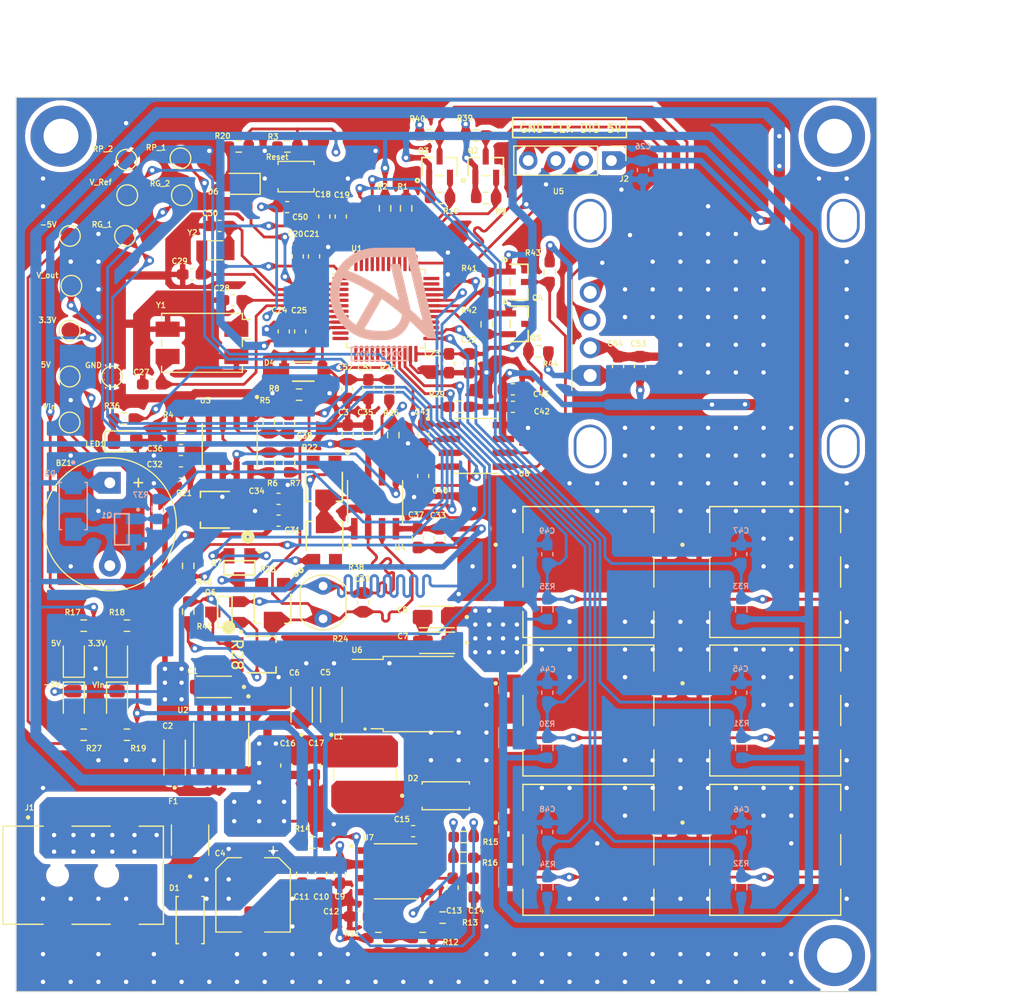
<source format=kicad_pcb>
(kicad_pcb (version 20221018) (generator pcbnew)
  (layers (0 "F.Cu" signal) (31 "B.Cu" signal) (34 "B.Paste" user) (35 "F.Paste" user) (36 "B.SilkS" user "B.Silkscreen") (37 "F.SilkS" user "F.Silkscreen") (38 "B.Mask" user) (39 "F.Mask" user) (44 "Edge.Cuts" user))
  (net 0 "")
  (net 1 "GND")
  (net 2 "Net-(-5V2-A)")
  (net 3 "+3.3V")
  (net 4 "Net-(3.3V2-A)")
  (net 5 "+5V")
  (net 6 "Net-(BZ1-+)")
  (net 7 "Net-(U2-CAP+)")
  (net 8 "Net-(U2-CAP-)")
  (net 9 "-5V")
  (net 10 "/Power/Vin")
  (net 11 "Net-(U7-SS)")
  (net 12 "Net-(U7-COMP)")
  (net 13 "Net-(C13-Pad2)")
  (net 14 "Net-(U7-PH)")
  (net 15 "Net-(U7-BOOT)")
  (net 16 "/MCU/OSC_OUT")
  (net 17 "/MCU/OSC_IN")
  (net 18 "/MCU/OSC32_OUT")
  (net 19 "/MCU/OSC32_IN")
  (net 20 "Net-(U3-VINA-)")
  (net 21 "Net-(U3-VOUTA)")
  (net 22 "/measure/CURRENT_SRC")
  (net 23 "VREF")
  (net 24 "ADC_HX71OB")
  (net 25 "Net-(U8-VREF)")
  (net 26 "SW_UP")
  (net 27 "SW_DOWN")
  (net 28 "SW_LEFT")
  (net 29 "SW_RIGHT")
  (net 30 "SW_SET")
  (net 31 "SW_MODE")
  (net 32 "/MCU/RESET")
  (net 33 "ADC_INO")
  (net 34 "/MCU/LED_TEST")
  (net 35 "Net-(D6-A)")
  (net 36 "Net-(F1-Pad1)")
  (net 37 "/MCU/SWDIO")
  (net 38 "/MCU/SWCLK")
  (net 39 "Net-(LED1-K)")
  (net 40 "I2C_SCL")
  (net 41 "I2C_SDA")
  (net 42 "/MCU/BOOT0")
  (net 43 "Net-(U3-VINA+)")
  (net 44 "Net-(U7-EN)")
  (net 45 "Net-(R14-Pad2)")
  (net 46 "Net-(U7-VSENSE)")
  (net 47 "Net-(5V2-A)")
  (net 48 "Net-(U3-VINB+)")
  (net 49 "SCL_SSD1306")
  (net 50 "Net-(R22-Pad2)")
  (net 53 "/measure/vout")
  (net 54 "LED_INFO")
  (net 55 "BUZZER")
  (net 56 "Net-(Q1-Pad1)")
  (net 68 "SDA_SSD1306")
  (net 69 "ADC_CLK")
  (net 70 "CLK_HX710B")
  (net 71 "ADC_DATA")
  (net 80 "Net-(Vin2-A)")
  (net 81 "DATA_HX710B")
  (net 82 "Net-(Q6-Pad1)")
  (net 83 "Net-(Q6-Pad3)")
  (net 84 "Net-(Q7-Pad1)")
  (net 85 "Net-(Q7-Pad2)")
  (net 86 "Net-(Q7-Pad3)")
  (net 89 "CHANGE_RESISTOR")
  (net 90 "CHANGE_GAIN")
  (footprint "TestPoint:TestPoint_Pad_D1.5mm" (layer "F.Cu") (at 76.1238 56.0578)
    (fp_text reference "-5V")
    (fp_text value "-5V")
  )
  (footprint "Capacitor_SMD:C_0603_1608Metric_Pad1.08x0.95mm_HandSolder" (layer "F.Cu") (at 108.5088 74.2685 90)
    (fp_text reference "C41")
    (fp_text value "100nF/50V")
  )
  (footprint "Capacitor_SMD:C_0603_1608Metric_Pad1.08x0.95mm_HandSolder" (layer "F.Cu") (at 89.8463 55.1445 180)
    (fp_text reference "C30")
    (fp_text value "20pF/50V")
  )
  (footprint "TestPoint:TestPoint_Pad_D1.5mm" (layer "F.Cu") (at 81.3054 49.0728)
    (fp_text reference "RP_2")
    (fp_text value "RP")
  )
  (footprint "Capacitor_SMD:C_0603_1608Metric_Pad1.08x0.95mm_HandSolder" (layer "F.Cu") (at 113.1316 115.824 -90)
    (fp_text reference "C14")
    (fp_text value "47pF/50V")
  )
  (footprint "TL3300CF260Q:SW_TL3300CF260Q" (layer "F.Cu") (at 140.7741 112.355)
    (fp_text reference "LEFT1" hide)
    (fp_text value "LEFT")
  )
  (footprint "TAJA106K016RNJ:CAPMP3216X180N" (layer "F.Cu") (at 97.3664 99.0494 90)
    (fp_text reference "C6")
    (fp_text value "10uF/16V")
  )
  (footprint "Resistor_SMD:R_0603_1608Metric_Pad0.98x0.95mm_HandSolder" (layer "F.Cu") (at 94.361 73.2412 -90)
    (fp_text reference "R5")
    (fp_text value "R_Small_US")
  )
  (footprint "Capacitor_SMD:C_0603_1608Metric_Pad1.08x0.95mm_HandSolder" (layer "F.Cu") (at 98.5774 104.6226 -90)
    (fp_text reference "C17")
    (fp_text value "47uF/6.3V")
  )
  (footprint "PRT-12748:SPARKFUN_PRT-12748" (layer "F.Cu") (at 77.343 114.681)
    (fp_text reference "J1")
    (fp_text value "JACK-DC")
  )
  (footprint "Capacitor_SMD:C_0603_1608Metric_Pad1.08x0.95mm_HandSolder" (layer "F.Cu") (at 116.7209 70.1294)
    (fp_text reference "C43")
    (fp_text value "100nF/50V")
  )
  (footprint "TL3300CF260Q:SW_TL3300CF260Q" (layer "F.Cu") (at 123.6472 112.355)
    (fp_text reference "SET1" hide)
    (fp_text value "SET")
  )
  (footprint "LED_SMD:LED_0805_2012Metric_Pad1.15x1.40mm_HandSolder" (layer "F.Cu") (at 81.1874 74.9046)
    (fp_text reference "LED1")
    (fp_text value "RED")
  )
  (footprint "Capacitor_SMD:C_0603_1608Metric_Pad1.08x0.95mm_HandSolder" (layer "F.Cu") (at 100.9489 54.2787 90)
    (fp_text reference "C19")
    (fp_text value "100nF/16V")
  )
  (footprint "Capacitor_SMD:C_0603_1608Metric_Pad1.08x0.95mm_HandSolder" (layer "F.Cu") (at 97.409 114.554 -90)
    (fp_text reference "C11")
    (fp_text value "10nF/50V")
  )
  (footprint "Capacitor_SMD:C_0603_1608Metric_Pad1.08x0.95mm_HandSolder" (layer "F.Cu") (at 99.441 54.2798 90)
    (fp_text reference "C18")
    (fp_text value "4.7uF/10V")
  )
  (footprint "Capacitor_SMD:C_0603_1608Metric_Pad1.08x0.95mm_HandSolder" (layer "F.Cu") (at 96.0374 53.4162 180)
    (fp_text reference "C50")
    (fp_text value "100nF/16V")
  )
  (footprint "Connector_PinHeader_2.54mm:PinHeader_1x04_P2.54mm_Vertical" (layer "F.Cu") (at 125.7532 49.149 -90)
    (fp_text reference "J2")
    (fp_text value "Load Program")
  )
  (footprint "Resistor_SMD:R_0603_1608Metric_Pad0.98x0.95mm_HandSolder" (layer "F.Cu") (at 104.394 120.4468)
    (fp_text reference "R11")
    (fp_text value "330k/1%")
  )
  (footprint "LED_SMD:LED_0805_2012Metric_Pad1.15x1.40mm_HandSolder" (layer "F.Cu") (at 80.4437 98.8314 -90)
    (fp_text reference "Vin")
    (fp_text value "BLUE")
  )
  (footprint "Capacitor_SMD:C_0603_1608Metric_Pad1.08x0.95mm_HandSolder" (layer "F.Cu") (at 95.2489 80.16875)
    (fp_text reference "C34")
    (fp_text value "100nF/16V")
  )
  (footprint "LED_SMD:LED_0805_2012Metric_Pad1.15x1.40mm_HandSolder" (layer "F.Cu") (at 91.7018 51.2826 180)
    (fp_text reference "D6")
    (fp_text value "Led_test")
  )
  (footprint "TAJA106K016RNJ:CAPMP3216X180N" (layer "F.Cu") (at 109.7788 93.3704 180)
    (fp_text reference "C7")
    (fp_text value "10uF/16V")
  )
  (footprint "Capacitor_SMD:C_0603_1608Metric_Pad1.08x0.95mm_HandSolder" (layer "F.Cu") (at 101.5824 74.2685 90)
    (fp_text reference "C3")
    (fp_text value "10uF/16V")
  )
  (footprint "Capacitor_SMD:C_0603_1608Metric_Pad1.08x0.95mm_HandSolder" (layer "F.Cu") (at 126.365 67.9958 90)
    (fp_text reference "C54")
    (fp_text value "100nF/50V")
  )
  (footprint "Capacitor_SMD:C_0603_1608Metric_Pad1.08x0.95mm_HandSolder" (layer "F.Cu") (at 109.9898 83.7692 90)
    (fp_text reference "C33")
    (fp_text value "10uF/16V")
  )
  (footprint "BSN20BKR:SOT23_NEX" (layer "F.Cu") (at 114.2365 49.7024)
    (fp_text reference "Q2")
    (fp_text value "BSN20")
  )
  (footprint "Resistor_SMD:R_0603_1608Metric_Pad0.98x0.95mm_HandSolder" (layer "F.Cu") (at 119.06235 66.6496 180)
    (fp_text reference "R44")
    (fp_text value "10k/1%")
  )
  (footprint "Capacitor_SMD:C_0603_1608Metric_Pad1.08x0.95mm_HandSolder" (layer "F.Cu") (at 128.3716 67.9947 90)
    (fp_text reference "C53")
    (fp_text value "10uF/6.3V")
  )
  (footprint "Capacitor_SMD:C_0603_1608Metric_Pad1.08x0.95mm_HandSolder" (layer "F.Cu") (at 95.2489 82.169)
    (fp_text reference "C31")
    (fp_text value "10uF/16V")
  )
  (footprint "Resistor_SMD:R_0603_1608Metric_Pad0.98x0.95mm_HandSolder" (layer "F.Cu") (at 97.1277 70.612)
    (fp_text reference "R8")
    (fp_text value "R_Small_US")
  )
  (footprint "TestPoint:TestPoint_Pad_D1.5mm" (layer "F.Cu") (at 76.0984 68.955)
    (fp_text reference "5V")
    (fp_text value "5V")
  )
  (footprint "Resistor_SMD:R_0603_1608Metric_Pad0.98x0.95mm_HandSolder" (layer "F.Cu") (at 113.324 46.8376)
    (fp_text reference "R39")
    (fp_text value "10k/1%")
  )
  (footprint "Resistor_SMD:R_0603_1608Metric_Pad0.98x0.95mm_HandSolder" (layer "F.Cu") (at 86.3533 73.6346 180)
    (fp_text reference "R4")
    (fp_text value "R_Small_US")
  )
  (footprint "TestPoint:TestPoint_Pad_D1.5mm" (layer "F.Cu") (at 76.0984 64.7446)
    (fp_text reference "3.3V")
    (fp_text value "3.3V")
  )
  (footprint "Capacitor_SMD:C_0603_1608Metric_Pad1.08x0.95mm_HandSolder" (layer "F.Cu") (at 86.3025 75.692)
    (fp_text reference "C36")
    (fp_text value "100nF/16V")
  )
  (footprint "LED_SMD:LED_0805_2012Metric_Pad1.15x1.40mm_HandSolder" (layer "F.Cu") (at 80.4437 94.6658 90)
    (fp_text reference "3.3V")
    (fp_text value "BLUE")
  )
  (footprint "Capacitor_SMD:C_0603_1608Metric_Pad1.08x0.95mm_HandSolder" (layer "F.Cu") (at 95.9612 104.6226 -90)
    (fp_text reference "C16")
    (fp_text value "47uF/6.3V")
  )
  (footprint "Capacitor_SMD:C_0603_1608Metric_Pad1.08x0.95mm_HandSolder" (layer "F.Cu") (at 86.3025 77.7494)
    (fp_text reference "C32")
    (fp_text value "10uF/16V")
  )
  (footprint "TestPoint:TestPoint_Pad_D1.5mm" (layer "F.Cu") (at 79.9846 68.955)
    (fp_text reference "GND")
    (fp_text value "GND")
  )
  (footprint "SS34:DIOM4325X250N" (layer "F.Cu") (at 87.1396 118.796 -90)
    (fp_text reference "D1")
    (fp_text value "SS34")
  )
  (footprint "Resistor_SMD:R_0603_1608Metric_Pad0.98x0.95mm_HandSolder" (layer "F.Cu") (at 77.3938 101.8032)
    (fp_text reference "R27")
    (fp_text value "4.7k/1%")
  )
  (footprint "Resistor_SMD:R_0603_1608Metric_Pad0.98x0.95mm_HandSolder" (layer "F.Cu") (at 81.3562 91.7956 180)
    (fp_text reference "R18")
    (fp_text value "1k/1%")
  )
  (footprint "ul_EVM-3ESX50B14:EVM-3ESX50B14_PAN" (layer "F.Cu") (at 90.1192 81.168875 90)
    (fp_text reference "R21")
    (fp_text value "EVM-3ESX50B14")
  )
  (footprint "Resistor_SMD:R_0603_1608Metric_Pad0.98x0.95mm_HandSolder" (layer "F.Cu") (at 86.9696 86.3092 90)
    (fp_text reference "R46")
    (fp_text value "1k/1%")
  )
  (footprint "Resistor_SMD:R_0603_1608Metric_Pad0.98x0.95mm_HandSolder" (layer "F.Cu") (at 112.2172 111.1769 180)
    (fp_text reference "R15")
    (fp_text value "49.9k/1%")
  )
  (footprint "Resistor_SMD:R_0603_1608Metric_Pad0.98x0.95mm_HandSolder" (layer "F.Cu") (at 114.2765 52.578)
    (fp_text reference "R9")
    (fp_text value "10k/1%")
  )
  (footprint "Resistor_SMD:R_0603_1608Metric_Pad0.98x0.95mm_HandSolder" (layer "F.Cu") (at 114.3308 64.1623 -90)
    (fp_text reference "R42")
    (fp_text value "10k/1%")
  )
  (footprint "Capacitor_SMD:C_0603_1608Metric_Pad1.08x0.95mm_HandSolder" (layer "F.Cu") (at 97.0026 57.9374 90)
    (fp_text reference "C20")
    (fp_text value "4.7uF/10V")
  )
  (footprint "Capacitor_SMD:C_0603_1608Metric_Pad1.08x0.95mm_HandSolder" (layer "F.Cu") (at 97.2312 64.8208 90)
    (fp_text reference "C25")
    (fp_text value "10nF/50V")
  )
  (footprint "Resistor_SMD:R_0603_1608Metric_Pad0.98x0.95mm_HandSolder" (layer "F.Cu") (at 94.3864 76.8369 -90)
    (fp_text reference "R6")
    (fp_text value "R_Small_US")
  )
  (footprint "Resistor_SMD:R_0603_1608Metric_Pad0.98x0.95mm_HandSolder" (layer "F.Cu") (at 114.3254 60.325 -90)
    (fp_text reference "R41")
    (fp_text value "10k/1%")
  )
  (footprint "INA128UA:SOIC127P599X175-8N" (layer "F.Cu") (at 104.097 80.4397 90)
    (fp_text reference "U4")
    (fp_text value "INA128")
  )
  (footprint "Resistor_SMD:R_0603_1608Metric_Pad0.98x0.95mm_HandSolder" (layer "F.Cu") (at 105.7656 74.3185 -90)
    (fp_text reference "R26")
    (fp_text value "0/1%")
  )
  (footprint "Resistor_SMD:R_0603_1608Metric_Pad0.98x0.95mm_HandSolder" (layer "F.Cu") (at 91.6002 47.8536 180)
    (fp_text reference "R20")
    (fp_text value "1k/1%")
  )
  (footprint "ICL7662CPA:SOIC127P600X175-8N" (layer "F.Cu") (at 89.9922 102.7221 -90)
    (fp_text reference "U2")
    (fp_text value "ICL7662CPA")
  )
  (footprint "Capacitor_SMD:C_0603_1608Metric_Pad1.08x0.95mm_HandSolder" (layer "F.Cu") (at 112.711 67.7418 -90)
    (fp_text reference "C22")
    (fp_text value "4.7uF/10V")
  )
  (footprint "Button_Switch_SMD:SW_SPST_B3U-1000P" (layer "F.Cu") (at 96.8502 50.6222 180)
    (fp_text reference "Reset")
    (fp_text value "SW_Push")
  )
  (footprint "Capacitor_SMD:C_0603_1608Metric_Pad1.08x0.95mm_HandSolder" (layer "F.Cu") (at 108.0086 83.7692 90)
    (fp_text reference "C37")
    (fp_text value "100nF/16V")
  )
  (footprint "Resistor_SMD:R_0603_1608Metric_Pad0.98x0.95mm_HandSolder" (layer "F.Cu") (at 105.0114 53.5322 -90)
    (fp_text reference "R2")
    (fp_text value "0/1%")
  )
  (footprint "Resistor_SMD:R_0603_1608Metric_Pad0.98x0.95mm_HandSolder" (layer "F.Cu") (at 96.0627 47.8536 180)
    (fp_text reference "R3")
    (fp_text value "10k/1%")
  )
  (footprint "MountingHole:MountingHole_3.2mm_M3_DIN965_Pad_TopBottom" (layer "F.Cu") (at 146.2024 46.9138)
    (fp_text reference "H2" hide)
    (fp_text value "MountingHole")
  )
  (footprint "TestPoint:TestPoint_Pad_D1.5mm" (layer "F.Cu") (at 86.2584 48.9458)
    (fp_text reference "RP_1")
    (fp_text value "RP")
  )
  (footprint "Resistor_SMD:R_0603_1608Metric_Pad0.98x0.95mm_HandSolder" (layer "F.Cu") (at 120.0966 59.3725 -90)
    (fp_text reference "R43")
    (fp_text value "10k/1%")
  )
  (footprint "TL3300CF260Q:SW_TL3300CF260Q" (layer "F.Cu") (at 140.7741 99.5788)
    (fp_text reference "DOWN1" hide)
    (fp_text value "DOWN")
  )
  (footprint "TestPoint:TestPoint_Pad_D1.5mm" (layer "F.Cu") (at 86.3854 52.324)
    (fp_text reference "RG_2")
    (fp_text value "RG")
  )
  (footprint "Capacitor_SMD:C_0603_1608Metric_Pad1.08x0.95mm_HandSolder" (layer "F.Cu") (at 96.2152 73.2912 90)
    (fp_text reference "C38")
    (fp_text value "10pF/50V")
  )
  (footprint "Package_QFP:LQFP-48_7x7mm_P0.5mm" (layer "F.Cu") (at 105.0876 62.7126)
    (fp_text reference "U1")
    (fp_text value "STM32F030C8Tx")
  )
  (footprint "ul_EVM-3ESX50B14:EVM-3ESX50B14_PAN" (layer "F.Cu") (at 99.4664 84.2772)
    (fp_text reference "R38")
    (fp_text value "EVM-3E")
  )
  (footprint "Capacitor_SMD:C_0603_1608Metric_Pad1.08x0.95mm_HandSolder" (layer "F.Cu") (at 103.462 74.2685 90)
    (fp_text reference "C35")
    (fp_text value "100nF/16V")
  )
  (footprint "Crystal:Crystal_SMD_EuroQuartz_MQ-4Pin_7.0x5.0mm" (layer "F.Cu") (at 88.2304 65.8614 180)
    (fp_text reference "Y1")
    (fp_text value "8MHz")
  )
  (footprint "TL3300CF260Q:SW_TL3300CF260Q" (layer "F.Cu") (at 140.7668 86.8788)
    (fp_text reference "RIGHT1" hide)
    (fp_text value "RIGHT")
  )
  (footprint "ul_EVM-3ESX50B14:EVM-3ESX50B14_PAN" (layer "F.Cu") (at 94.6951 89.5604 180)
    (fp_text reference "R23")
    (fp_text value "EVM-3E")
  )
  (footprint "TL3300CF260Q:SW_TL3300CF260Q" (layer "F.Cu") (at 123.6472 86.8788)
    (fp_text reference "MODE1" hide)
    (fp_text value "MODE")
  )
  (footprint "TAJA106K016RNJ:CAPMP3216X180N" (layer "F.Cu") (at 89.3272 97.4157 180)
    (fp_text reference "C1")
    (fp_text value "10uF/16V")
  )
  (footprint "Capacitor_SMD:C_0603_1608Metric_Pad1.08x0.95mm_HandSolder" (layer "F.Cu") (at 111.2012 115.824 -90)
    (fp_text reference "C13")
    (fp_text value "1nF/50V")
  )
  (footprint "Capacitor_SMD:C_0603_1608Metric_Pad1.08x0.95mm_HandSolder" (layer "F.Cu") (at 98.5012 57.9374 90)
    (fp_text reference "C21")
    (fp_text value "100nF/16V")
  )
  (footprint "Capacitor_SMD:C_0603_1608Metric_Pad1.08x0.95mm_HandSolder" (layer "F.Cu") (at 108.5088 78.0785 90)
    (fp_text reference "C40")
    (fp_text value "100nF/50V")
  )
  (footprint "Capacitor_SMD:CP_Elec_6.3x5.4" (layer "F.Cu") (at 92.9132 116.4844 -90)
    (fp_text reference "C4")
    (fp_text value "22uF/25V")
  )
  (footprint "TAJA105K025RNJ:CAPMP3216X180N" (layer "F.Cu") (at 100.0842 99.0494 90)
    (fp_text reference "C5")
    (fp_text value "1uF/25V")
  )
  (footprint "Capacitor_SMD:C_0603_1608Metric_Pad1.08x0.95mm_HandSolder" (layer "F.Cu") (at 101.5619 70.104 -90)
    (fp_text reference "C52")
    (fp_text value "100nF/16V")
  )
  (footprint "SSD1306_I2C:SSD1306" (layer "F.Cu") (at 123.8074 68.8594 90)
    (fp_text reference "U5")
    (fp_text value "SSD1306")
  )
  (footprint "Resistor_SMD:R_0603_1608Metric_Pad0.98x0.95mm_HandSolder" (layer "F.Cu") (at 111.7854 71.7296)
    (fp_text reference "R29")
    (fp_text value "220/1%")
  )
  (footprint "Resistor_SMD:R_0603_1608Metric_Pad0.98x0.95mm_HandSolder" (layer "F.Cu") (at 81.0749 72.7964)
    (fp_text reference "R36")
    (fp_text value "1k/1%")
  )
  (footprint "TPS54331D:SOIC127P599X175-8N" (layer "F.Cu") (at 105.975 114.3254)
    (fp_text reference "U7")
    (fp_text value "TPS54331D")
  )
  (footprint "TestPoint:TestPoint_Pad_D1.5mm" (layer "F.Cu") (at 76.2586 60.6298)
    (fp_text reference "V_out")
    (fp_text value "V_out")
  )
  (footprint "ul_EVM-3ESX50B14:EVM-3ESX50B14_PAN" (layer "F.Cu") (at 92.98695 94.44355 -90)
    (fp_text reference "R28")
    (fp_text value "EVM-3E")
  )
  (footprint "Resistor_SMD:R_0603_1608Metric_Pad0.98x0.95mm_HandSolder" (layer "F.Cu") (at 81.3562 101.8032 180)
    (fp_text reference "R19")
    (fp_text value "4.7k/1%")
  )
  (footprint "MountingHole:MountingHole_3.2mm_M3_DIN965_Pad_TopBottom" (layer "F.Cu") (at 75.311 46.9138)
    (fp_text reference "H1" hide)
    (fp_text value "MountingHole")
  )
  (footprint "Capacitor_SMD:C_0603_1608Metric_Pad1.08x0.95mm_HandSolder" (layer "F.Cu") (at 87.3252 59.5884 180)
    (fp_text reference "C29")
    (fp_text value "20pF/50V")
  )
  (footprint "Fuse:Fuse_1812_4532Metric_Pad1.30x3.40mm_HandSolder" (layer "F.Cu") (at 87.1396 111.4568 -90)
    (fp_text reference "F1")
    (fp_text value "Fuse_Small")
  )
  (footprint "Crystal:Crystal_SMD_3215-2Pin_3.2x1.5mm" (layer "F.Cu") (at 89.4588 57.3786)
    (fp_text reference "Y2")
    (fp_text value "32.768KHz")
  )
  (footprint "OptoDevice:R_LDR_5.0x4.1mm_P3mm_Vertical" (layer "F.Cu") (at 99.3313 91.1634 90)
    (fp_text reference "R24")
    (fp_text value "GL5528")
  )
  (footprint "BSN20BKR:SOT23_NEX" (layer "F.Cu") (at 110.0074 49.7024)
    (fp_text reference "Q3")
    (fp_text value "BSN20")
  )
  (footprint "Resistor_SMD:R_0603_1608Metric_Pad0.98x0.95mm_HandSolder" (layer "F.Cu") (at 98.3742 111.6838)
    (fp_text reference "R14")
    (fp_text value "2.49k/1%")
  )
  (footprint "Capacitor_SMD:C_0603_1608Metric_Pad1.08x0.95mm_HandSolder" (layer "F.Cu") (at 102.9889 89.6634 -90)
    (fp_text reference "C39")
    (fp_text value "1uF/16V")
  )
  (footprint "ul_SDE0604A-330M:IND_SDE0604A_5P8X5P2X4P5_BRN" (layer "F.Cu") (at 103.1748 105.4771 -90)
    (fp_text reference "L1")
    (fp_text value " 6.8uH/2.2A")
  )
  (footprint "TAJA105K025RNJ:CAPMP3216X180N" (layer "F.Cu") (at 109.7534 91.0082 180)
    (fp_text reference "C8")
    (fp_text value "1uF/25V")
  )
  (footprint "Resistor_SMD:R_0603_1608Metric_Pad0.98x0.95mm_HandSolder" (layer "F.Cu") (at 77.3938 91.7956 180)
    (fp_text reference "R17")
    (fp_text value "1k/1%")
  )
  (footprint "HX710B:HX710B" (layer "F.Cu") (at 113.263 77.7948)
    (fp_text reference "U8")
    (fp_text value "HX710B")
  )
  (footprint "Package_TO_SOT_SMD:TO-252-3_TabPin2" (layer "F.Cu") (at 108.1378 98.0694)
    (fp_text reference "U6")
    (fp_text value "LM1117DT-3.3")
  )
  (footprint "Resistor_SMD:R_0603_1608Metric_Pad0.98x0.95mm_HandSolder" (layer "F.Cu") (at 105.3973 70.154 -90)
    (fp_text reference "R25")
    (fp_text value "0/1%")
  )
  (footprint "Capacitor_SMD:C_0603_1608Metric_Pad1.08x0.95mm_HandSolder" (layer "F.Cu") (at 102.6425 118.4656 180)
    (fp_text reference "C12")
    (fp_text value "10nF/50V")
  )
  (footprint "TAJA106K016RNJ:CAPMP3216X180N" (layer "F.Cu") (at 85.725 103.8971 90)
    (fp_text reference "C2")
    (fp_text value "10uF/16V")
  )
  (footprint "SS34:DIOM4325X250N" (layer "F.Cu") (at 110.575 107.3948)
    (fp_text reference "D2")
    (fp_text value "SS34")
  )
  (footprint "Resistor_SMD:R_0603_1608Metric_Pad0.98x0.95mm_HandSolder" (layer "F.Cu") (at 110.2868 118.5672 180)
    (fp_text reference "R13")
    (fp_text value "30k/1%")
  )
  (footprint "Resistor_SMD:R_0603_1608Metric_Pad0.98x0.95mm_HandSolder" (layer "F.Cu") (at 106.9418 53.5322 90)
    (fp_text reference "R1")
    (fp_text value "0/1%")
  )
  (footprint "Capacitor_SMD:C_0603_1608Metric_Pad1.08x0.95mm_HandSolder" (layer "F.Cu") (at 100.8634 114.554 -90)
    (fp_text reference "C9")
    (fp_text value "4.7uF/25V")
  )
  (footprint "MountingHole:MountingHole_3.2mm_M3_DIN965_Pad_TopBottom" (layer "F.Cu") (at 146.2024 122.047)
    (fp_text reference "H3" hide)
    (fp_text value "MountingHole")
  )
  (footprint "Resistor_SMD:R_0603_1608Metric_Pad0.98x0.95mm_HandSolder" (layer "F.Cu") (at 86.9696 90.5002 90)
    (fp_text reference "R45")
    (fp_text value "1k/1%")
  )
  (footprint "LED_SMD:LED_0805_2012Metric_Pad1.15x1.40mm_HandSolder" (layer "F.Cu") (at 76.4813 94.6658 90)
    (fp_text reference "5V")
    (fp_text value "BLUE")
  )
  (footprint "Capacitor_SMD:C_0603_1608Metric_Pad1.08x0.95mm_HandSolder" (layer "F.Cu") (at 103.4796 70.104 -90)
    (fp_text reference "C51")
    (fp_text value "10uF/16V")
  )
  (footprint "ul_EVM-3ESX50B14:EVM-3ESX50B14_PAN" (layer "F.Cu") (at 99.4156 78.359 180)
    (fp_text reference "R22")
    (fp_text value "EVM-3E")
  )
  (footprint "Capacitor_SMD:C_0603_1608Metric_Pad1.08x0.95mm_HandSolder" (layer "F.Cu") (at 107.5825 110.6424 180)
    (fp_text reference "C15")
    (fp_text value "0.1uF/16V")
  )
  (footprint "MMBT2222A:SOT23" (layer "F.Cu") (at 91.6584 86.4948 180)
    (fp_text reference "Q7")
    (fp_text value "MMBT2222A")
  )
  (footprint "Resistor_SMD:R_0603_1608Metric_Pad0.98x0.95mm_HandSolder" (layer "F.Cu") (at 108.4618 120.4468)
    (fp_text reference "R12")
    (fp_text value "47k/1%")
  )
  (footprint "Resistor_SMD:R_0603_1608Metric_Pad0.98x0.95mm_HandSolder" (layer "F.Cu") (at 96.2152 76.8226 90)
    (fp_text reference "R7")
    (fp_text value "R_Small_US")
  )
  (footprint "Capacitor_SMD:C_0603_1608Metric_Pad1.08x0.95mm_HandSolder" (layer "F.Cu") (at 91.0582 61.949 180)
    (fp_text reference "C28")
    (fp_text value "20pF/50V")
  )
  (footprint "MMBT2222A:SOT23" (layer "F.Cu") (at 90.323425 90.54715 90)
    (fp_text reference "Q6")
    (fp_text value "MMBT2222A")
  )
  (footprint "Capacitor_SMD:C_0603_1608Metric_Pad1.08x0.95mm_HandSolder" (layer "F.Cu") (at 95.7256 64.8208 90)
    (fp_text reference "C24")
    (fp_text value "1uF/16V")
  )
  (footprint "TestPoint:TestPoint_Pad_D1.5mm" (layer "F.Cu") (at 76.0984 73.1654)
    (fp_text reference "Vin")
    (fp_text value "Vin")
  )
  (footprint "MCP6002:SOIC127P599X173-8N" (layer "F.Cu") (at 90.7718 75.2794 -90)
    (fp_text reference "U3")
    (fp_text value "MCP6002")
  )
  (footprint "Resistor_SMD:R_0603_1608Metric_Pad0.98x0.95mm_HandSolder" (layer "F.Cu") (at 110.0474 52.578)
    (fp_text reference "R10")
    (fp_text value "10k/1%")
  )
  (footprint "Capacitor_SMD:C_0603_1608Metric_Pad1.08x0.95mm_HandSolder" (layer "F.Cu") (at 83.6679 69.6722 180)
    (fp_text reference "C27")
    (fp_text value "20pF/50V")
  )
  (footprint "Capacitor_SMD:C_0603_1608Metric_Pad1.08x0.95mm_HandSolder" (layer "F.Cu") (at 110.871 67.7418 -90)
    (fp_text reference "C23")
    (fp_text value "100nF/16V")
  )
  (footprint "Resistor_SMD:R_0603_1608Metric_Pad0.98x0.95mm_HandSolder" (layer "F.Cu") (at 112.1918 113.0819)
    (fp_text reference "R16")
    (fp_text value "10k/1%")
  )
  (footprint "Resistor_SMD:R_0603_1608Metric_Pad0.98x0.95mm_HandSolder" (layer "F.Cu") (at 109.0949 46.8376)
    (fp_text reference "R40")
    (fp_text value "10k/1%")
  )
  (footprint "BSN20BKR:SOT23_NEX" (layer "F.Cu") (at 117.2772 60.285 -90)
    (fp_text reference "Q4")
    (fp_text value "BSN20")
  )
  (footprint "ZMM3V9_3V3:ZDO_ZMM_3p5x1p45_STM" (layer "F.Cu") (at 97.5106 68.5038 180)
    (fp_text reference "D4")
    (fp_text value "ZMM3V3")
  )
  (footprint "Buzzer_Beeper:Buzzer_12x9.5RM7.6" (layer "F.Cu") (at 79.7814 78.6992 -90)
    (fp_text reference "BZ1")
    (fp_text value "Buzzer")
  )
  (footprint "TestPoint:TestPoint_Pad_D1.5mm" (layer "F.Cu") (at 81.1784 56.0578)
    (fp_text reference "RG_1")
    (fp_text value "RG")
  )
  (footprint "LED_SMD:LED_0805_2012Metric_Pad1.15x1.40mm_HandSolder" (layer "F.Cu") (at 76.4813 98.8314 -90)
    (fp_text reference "-5V")
    (fp_text value "BLUE")
  )
  (footprint "TestPoint:TestPoint_Pad_D1.5mm" (layer "F.Cu") (at 81.3816 52.324)
    (fp_text reference "V_Ref")
    (fp_text value "V_Ref")
  )
  (footprint "TL3300CF260Q:SW_TL3300CF260Q" (layer "F.Cu") (at 123.6472 99.5788)
    (fp_text reference "UP1" hide)
    (fp_text value "UP")
  )
  (footprint "Capacitor_SMD:C_0603_1608Metric_Pad1.08x0.95mm_HandSolder" (layer "F.Cu") (at 116.7209 71.7296)
    (fp_text reference "C42")
    (fp_text value "10uF/6.3V")
  )
  (footprint "Capacitor_SMD:C_0603_1608Metric_Pad1.08x0.95mm_HandSolder" (layer "F.Cu") (at 99.1362 114.554 -90)
    (fp_text reference "C10")
    (fp_text value "4.7uF/25V")
  )
  (footprint "BSN20BKR:SOT23_NEX" (layer "F.Cu") (at 117.3026 64.1223 -90)
    (fp_text reference "Q5")
    (fp_text value "BSN20")
  )
  (footprint "Capacitor_SMD:C_0603_1608Metric_Pad1.08x0.95mm_HandSolder" (layer "B.Cu") (at 137.658 110.7175 -90)
    (fp_text reference "C46")
    (fp_text value "100nF/16V")
  )
  (footprint "Resistor_SMD:R_0603_1608Metric_Pad0.98x0.95mm_HandSolder" (layer "B.Cu") (at 119.8807 90.2913 -90)
    (fp_text reference "R35")
    (fp_text value "10k/1%")
  )
  (footprint "Capacitor_SMD:C_0603_1608Metric_Pad1.08x0.95mm_HandSolder" (layer "B.Cu") (at 119.8807 97.9413 -90)
    (fp_text reference "C44")
    (fp_text value "100nF/16V")
  )
  (footprint "Resistor_SMD:R_0603_1608Metric_Pad0.98x0.95mm_HandSolder" (layer "B.Cu") (at 137.658 90.2913 -90)
    (fp_text reference "R33")
    (fp_text value "10k/1%")
  )
  (footprint "Capacitor_SMD:C_0603_1608Metric_Pad1.08x0.95mm_HandSolder" (layer "B.Cu") (at 119.8807 85.2413 -90)
    (fp_text reference "C49")
    (fp_text value "100nF/16V")
  )
  (footprint "Resistor_SMD:R_0603_1608Metric_Pad0.98x0.95mm_HandSolder" (layer "B.Cu") (at 137.658 115.7675 -90)
    (fp_text reference "R32")
    (fp_text value "10k/1%")
  )
  (footprint "Resistor_SMD:R_0603_1608Metric_Pad0.98x0.95mm_HandSolder" (layer "B.Cu") (at 84.1756 81.1022 -90)
    (fp_text reference "R37")
    (fp_text value "1k/1%")
  )
  (footprint "Capacitor_SMD:C_0603_1608Metric_Pad1.08x0.95mm_HandSolder" (layer "B.Cu") (at 137.658 97.9413 -90)
    (fp_text reference "C45")
    (fp_text value "100nF/16V")
  )
  (footprint "MMBT2222A:SOT23" (layer "B.Cu") (at 80.8814 82.9628 -90)
    (fp_text reference "Q1")
    (fp_text value "MMBT2222A")
  )
  (footprint "Capacitor_SMD:C_0603_1608Metric_Pad1.08x0.95mm_HandSolder" (layer "B.Cu") (at 137.658 85.2413 -90)
    (fp_text reference "C47")
    (fp_text value "100nF/16V")
  )
  (footprint "Capacitor_SMD:C_0603_1608Metric_Pad1.08x0.95mm_HandSolder" (layer "B.Cu") (at 119.8807 110.7175 -90)
    (fp_text reference "C48")
    (fp_text value "100nF/16V")
  )
  (footprint "Resistor_SMD:R_0603_1608Metric_Pad0.98x0.95mm_HandSolder" (layer "B.Cu") (at 119.8807 115.7675 -90)
    (fp_text reference "R34")
    (fp_text value "10k/1%")
  )
  (footprint "Resistor_SMD:R_0603_1608Metric_Pad0.98x0.95mm_HandSolder" (layer "B.Cu") (at 137.658 102.9913 -90)
    (fp_text reference "R31")
    (fp_text value "10k/1%")
  )
  (footprint "logo:logo_khoadong" (layer "B.Cu") (at 105.2576 61.3664 180)
    (fp_text reference "G***" hide)
    (fp_text value "LOGO" hide)
  )
  (footprint "Capacitor_SMD:C_0603_1608Metric_Pad1.08x0.95mm_HandSolder" (layer "B.Cu") (at 128.651 50.0115 -90)
    (fp_text reference "C26")
    (fp_text value "10uF/16V")
  )
  (footprint "SS34:DIOM4325X250N" (layer "B.Cu") (at 76.4286 80.8292 -90)
    (fp_text reference "D3")
    (fp_text value "SS34")
  )
  (footprint "Resistor_SMD:R_0603_1608Metric_Pad0.98x0.95mm_HandSolder" (layer "B.Cu") (at 119.8807 102.9913 -90)
    (fp_text reference "R30")
    (fp_text value "10k/1%")
  )
  (gr_rect (start 101.9302 66.2686) (end 107.1118 67.4878) (stroke (width 0.15)) (fill none) (layer "B.SilkS"))
  (gr_rect (start 116.713 45.212) (end 127.127 47.0408) (stroke (width 0.15)) (fill none) (layer "F.SilkS"))
  (gr_circle (center 102.2604 59.944) (end 102.3112 59.9948) (stroke (width 0.15)) (fill none) (layer "F.SilkS"))
  (gr_rect (start 71.1962 43.3578) (end 150.0886 125.349) (stroke (width 0.1)) (fill none) (layer "Edge.Cuts"))
  (gr_text "DONG KHOA" (at 106.7562 67.183) (layer "B.SilkS") (effects (font (size 0.5 0.5) (thickness 0.1) bold) (justify left bottom mirror)))
  (gr_text "GND CLK DIO 5V" (at 117.221 46.6344) (layer "F.SilkS") (effects (font (size 0.75 0.75)) (justify left bottom)))
  (segment (start 113.1043 113.0819) (end 114.4259 113.0819) (width 0.508) (layer "F.Cu") (net 1))
  (segment (start 95.9612 105.4851) (end 98.5774 105.4851) (width 0.762) (layer "F.Cu") (net 1))
  (segment (start 87.8514 65.4558) (end 87.841 65.4558) (width 0.254) (layer "F.Cu") (net 1))
  (segment (start 87.136911 70.9486) (end 85.4456 70.9486) (width 0.762) (layer "F.Cu") (net 1))
  (segment (start 85.0392 59.69) (end 80.4672 59.69) (width 0.762) (layer "F.Cu") (net 1))
  (segment (start 98.5774 108.2802) (end 98.5774 105.4851) (width 0.762) (layer "F.Cu") (net 1))
  (segment (start 108.4788 91.0336) (end 108.4534 91.0082) (width 0.762) (layer "F.Cu") (net 1))
  (segment (start 99.3313 88.1634) (end 100.8715 88.1634) (width 0.254) (layer "F.Cu") (net 1))
  (segment (start 103.904461 85.99234) (end 104.146969 85.749833) (width 0.254) (layer "F.Cu") (net 1))
  (segment (start 96.8999 51.2837) (end 97.5614 50.6222) (width 0.254) (layer "F.Cu") (net 1))
  (segment (start 99.6816 63.4626) (end 99.1859 63.9583) (width 0.254) (layer "F.Cu") (net 1))
  (segment (start 123.8074 66.3194) (end 125.5511 66.3194) (width 0.762) (layer "F.Cu") (net 1))
  (segment (start 95.841275 88.1634) (end 95.695225 88.01735) (width 0.254) (layer "F.Cu") (net 1))
  (segment (start 130.6222 109.855) (end 116.6722 109.855) (width 0.254) (layer "F.Cu") (net 1))
  (segment (start 82.6848 69.5516) (end 82.6848 64.8208) (width 0.254) (layer "F.Cu") (net 1))
  (segment (start 118.7958 47.2186) (end 118.1332 47.8812) (width 0.508) (layer "F.Cu") (net 1))
  (segment (start 97.5614 50.6222) (end 98.5502 50.6222) (width 0.254) (layer "F.Cu") (net 1))
  (segment (start 100.9251 63.4626) (end 99.6816 63.4626) (width 0.254) (layer "F.Cu") (net 1))
  (segment (start 95.758 68.5038) (end 94.5388 68.5038) (width 0.508) (layer "F.Cu") (net 1))
  (segment (start 108.4788 93.3704) (end 108.4788 91.0336) (width 0.762) (layer "F.Cu") (net 1))
  (segment (start 128.4732 48.4378) (end 127.254 47.2186) (width 0.508) (layer "F.Cu") (net 1))
  (segment (start 147.7491 97.0788) (end 133.7991 97.0788) (width 0.254) (layer "F.Cu") (net 1))
  (segment (start 82.6848 64.8208) (end 82.8942 64.6114) (width 0.254) (layer "F.Cu") (net 1))
  (segment (start 96.8999 53.4162) (end 99.4399 53.4162) (width 0.254) (layer "F.Cu") (net 1))
  (segment (start 82.3722 64.1096) (end 80.391 64.1096) (width 0.762) (layer "F.Cu") (net 1))
  (segment (start 85.4408 73.6346) (end 85.4408 77.7486) (width 0.762) (layer "F.Cu") (net 1))
  (segment (start 109.9898 84.6317) (end 112.3177 84.6317) (width 0.254) (layer "F.Cu") (net 1))
  (segment (start 105.207631 86.38623) (end 105.207633 86.386233) (width 0.254) (layer "F.Cu") (net 1))
  (segment (start 104.4654 88.5009) (end 104.4654 88.15795) (width 0.254) (layer "F.Cu") (net 1))
  (segment (start 128.3716 67.1322) (end 130.9878 67.1322) (width 0.762) (layer "F.Cu") (net 1))
  (segment (start 110.858866 81.8896) (end 112.3696 81.8896) (width 0.254) (layer "F.Cu") (net 1))
  (segment (start 88.7819 55.1445) (end 87.755 55.1445) (width 0.254) (layer "F.Cu") (net 1))
  (segment (start 110.249266 81.28) (end 110.858866 81.8896) (width 0.254) (layer "F.Cu") (net 1))
  (segment (start 82.8054 69.6722) (end 82.6848 69.5516) (width 0.254) (layer "F.Cu") (net 1))
  (segment (start 94.6912 70.485) (end 87.600511 70.485) (width 0.762) (layer "F.Cu") (net 1))
  (segment (start 80.4437 95.6908) (end 76.4813 95.6908) (width 0.254) (layer "F.Cu") (net 1))
  (segment (start 100.9478 53.4173) (end 100.9489 53.4162) (width 0.254) (layer "F.Cu") (net 1))
  (segment (start 105.207633 86.386233) (end 105.450129 86.143736) (width 0.254) (layer "F.Cu") (net 1))
  (segment (start 99.441 53.4173) (end 100.9478 53.4173) (width 0.254) (layer "F.Cu") (net 1))
  (segment (start 89.3572 105.1971) (end 89.3572 106.6613) (width 0.508) (layer "F.Cu") (net 1))
  (segment (start 85.4456 70.9486) (end 80.5878 70.9486) (width 0.762) (layer "F.Cu") (net 1))
  (segment (start 107.7511 80.0862) (end 107.6706 80.0057) (width 0.254) (layer "F.Cu") (net 1))
  (segment (start 100.3046 110.0074) (end 98.5774 108.2802) (width 0.762) (layer "F.Cu") (net 1))
  (segment (start 86.9966 64.6114) (end 89.5666 67.1814) (width 0.254) (layer "F.Cu") (net 1))
  (segment (start 108.4602 75.0824) (end 107.1118 75.0824) (width 0.381) (layer "F.Cu") (net 1))
  (segment (start 128.3705 67.1333) (end 128.3716 67.1322) (width 0.762) (layer "F.Cu") (net 1))
  (segment (start 88.8492 107.1693) (end 86.233 107.1693) (width 0.508) (layer "F.Cu") (net 1))
  (segment (start 88.9586 55.3212) (end 88.7819 55.1445) (width 0.254) (layer "F.Cu") (net 1))
  (segment (start 103.462 81.5262) (end 103.7082 81.28) (width 0.254) (layer "F.Cu") (net 1))
  (segment (start 105.0654 88.15795) (end 105.0654 88.5009) (width 0.254) (layer "F.Cu") (net 1))
  (segment (start 93.48605 89.59715) (end 93.4974 89.5858) (width 0.254) (layer "F.Cu") (net 1))
  (segment (start 126.6698 51.816) (end 128.4732 50.0126) (width 0.508) (layer "F.Cu") (net 1))
  (segment (start 86.4375 56.462) (end 86.4375 59.7651) (width 0.254) (layer "F.Cu") (net 1))
  (segment (start 116.6722 84.3788) (end 130.6222 84.3788) (width 0.254) (layer "F.Cu") (net 1))
  (segment (start 91.423425 89.59715) (end 93.48605 89.59715) (width 0.254) (layer "F.Cu") (net 1))
  (segment (start 90.1957 61.949) (end 90.1957 63.1115) (width 0.254) (layer "F.Cu") (net 1))
  (segment (start 114.4259 113.0819) (end 114.427 113.0808) (width 0.508) (layer "F.Cu") (net 1))
  (segment (start 130.9878 67.1322) (end 132.08 66.04) (width 0.762) (layer "F.Cu") (net 1))
  (segment (start 103.462 82.9097) (end 103.462 81.5262) (width 0.254) (layer "F.Cu") (net 1))
  (segment (start 105.025863 85.71947) (end 104.783366 85.961966) (width 0.254) (layer "F.Cu") (net 1))
  (segment (start 89.3572 105.1971) (end 89.3572 102.4703) (width 0.508) (layer "F.Cu") (net 1))
  (segment (start 78.3063 95.9123) (end 78.486 95.7326) (width 0.254) (layer "F.Cu") (net 1))
  (segment (start 102.8376 54.3998) (end 102.8376 58.5501) (width 0.254) (layer "F.Cu") (net 1))
  (segment (start 86.233 107.1693) (end 85.725 106.6613) (width 0.508) (layer "F.Cu") (net 1))
  (segment (start 80.391 64.1096) (end 80.3656 64.0842) (width 0.762) (layer "F.Cu") (net 1))
  (segment (start 104.146969 85.325569) (end 103.462 84.6406) (width 0.254) (layer "F.Cu") (net 1))
  (segment (start 78.3063 101.8032) (end 78.3063 95.9123) (width 0.254) (layer "F.Cu") (net 1))
  (segment (start 109.3743 120.4468) (end 109.3743 118.5672) (width 0.254) (layer "F.Cu") (net 1))
  (segment (start 133.7991 109.855) (end 147.7491 109.855) (width 0.254) (layer "F.Cu") (net 1))
  (segment (start 101.854 53.4162) (end 102.8376 54.3998) (width 0.254) (layer "F.Cu") (net 1))
  (segment (start 108.5088 75.131) (end 108.4602 75.0824) (width 0.381) (layer "F.Cu") (net 1))
  (segment (start 99.7955 57.0749) (end 99.7966 57.0738) (width 0.254) (layer "F.Cu") (net 1))
  (segment (start 102.9889 88.8009) (end 104.1654 88.8009) (width 0.254) (layer "F.Cu") (net 1))
  (segment (start 126.365 67.1333) (end 128.3705 67.1333) (width 0.762) (layer "F.Cu") (net 1))
  (segment (start 99.4399 53.4162) (end 99.441 53.4173) (width 0.254) (layer "F.Cu") (net 1))
  (segment (start 105.078282 86.515582) (end 105.078281 86.51558) (width 0.254) (layer "F.Cu") (net 1))
  (segment (start 96.1114 78.9156) (end 96.0882 78.8924) (width 0.762) (layer "F.Cu") (net 1))
  (segment (start 105.5323 86.9696) (end 105.532298 86.969599) (width 0.254) (layer "F.Cu") (net 1))
  (segment (start 109.1968 75.131) (end 109.6518 74.676) (width 0.254) (layer "F.Cu") (net 1))
  (segment (start 89.3572 102.4703) (end 89.3572 100.2471) (width 0.508) (layer "F.Cu") (net 1))
  (segment (start 105.791 88.4428) (end 105.791 86.9696) (width 0.254) (layer "F.Cu") (net 1))
  (segment (start 95.7256 63.9583) (end 97.2312 63.9583) (width 0.254) (layer "F.Cu") (net 1))
  (segment (start 103.904462 86.416605) (end 103.904461 86.416604) (width 0.254) (layer "F.Cu") (net 1))
  (segment (start 109.6518 74.676) (end 110.9084 74.676) (width 0.254) (layer "F.Cu") (net 1))
  (segment (start 85.725 106.6613) (end 85.725 105.1971) (width 0.508) (layer "F.Cu") (net 1))
  (segment (start 112.3696 81.8896) (end 113.157 81.1022) (width 0.254) (layer "F.Cu") (net 1))
  (segment (start 96.8999 53.4162) (end 96.8999 51.2837) (width 0.254) (layer "F.Cu") (net 1))
  (segment (start 105.078281 86.515583) (end 105.078282 86.515582) (width 0.254) (layer "F.Cu") (net 1))
  (segment (start 80.4437 97.8064) (end 80.4437 95.6908) (width 0.254) (layer "F.Cu") (net 1))
  (segment (start 85.4408 73.6346) (end 85.4408 70.9534) (width 0.762) (layer "F.Cu") (net 1))
  (segment (start 99.1859 63.9583) (end 96.2152 63.9583) (width 0.254) (layer "F.Cu") (net 1))
  (segment (start 96.5804 53.5693) (end 96.6051 53.594) (width 0.254) (layer "F.Cu") (net 1))
  (segment (start 108.044478 68.6043) (end 112.711 68.6043) (width 0.254) (layer "F.Cu") (net 1))
  (segment (start 105.450129 85.719472) (end 105.450127 85.71947) (width 0.254) (layer "F.Cu") (net 1))
  (segment (start 105.3654 88.8009) (end 105.4329 88.8009) (width 0.254) (layer "F.Cu") (net 1))
  (segment (start 105.532301 86.969599) (end 105.5323 86.9696) (width 0.254) (layer "F.Cu") (net 1))
  (segment (start 105.2736 86.9696) (end 105.078282 86.774282) (width 0.254) (layer "F.Cu") (net 1))
  (segment (start 127.254 47.2186) (end 118.7958 47.2186) (width 0.508) (layer "F.Cu") (net 1))
  (segment (start 85.4408 70.9534) (end 85.4456 70.9486) (width 0.762) (layer "F.Cu") (net 1))
  (segment (start 100.9489 53.4162) (end 101.854 53.4162) (width 0.254) (layer "F.Cu") (net 1))
  (segment (start 128.4732 50.0126) (end 128.4732 48.4378) (width 0.508) (layer "F.Cu") (net 1))
  (segment (start 96.1114 82.169) (end 96.1114 78.9156) (width 0.762) (layer "F.Cu") (net 1))
  (segment (start 87.755 55.1445) (end 86.4375 56.462) (width 0.254) (layer "F.Cu") (net 1))
  (segment (start 89.5666 67.1814) (end 91.9304 67.1814) (width 0.254) (layer "F.Cu") (net 1))
  (segment (start 85.44 75.692) (end 84.328 75.692) (width 0.762) (layer "F.Cu") (net 1))
  (segment (start 133.7918 84.3788) (end 147.7418 84.3788) (width 0.254) (layer "F.Cu") (net 1))
  (segment (start 125.5511 66.3194) (end 126.365 67.1333) (width 0.762) (layer "F.Cu") (net 1))
  (segment (start 94.163014 64.6176) (end 94.822314 63.9583) (width 0.254) (layer "F.Cu") (net 1))
  (segment (start 106.9418 52.6197) (end 106.9418 50.9778) (width 0.508) (layer "F.Cu") (net 1))
  (segment (start 89.3572 106.6613) (end 88.8492 107.1693) (width 0.508) (layer "F.Cu") (net 1))
  (segment (start 85.4408 77.7486) (end 85.44 77.7494) (width 0.254) (layer "F.Cu") (net 1))
  (segment (start 87.600511 70.485) (end 87.136911 70.9486) (width 0.762) (layer "F.Cu") (net 1))
  (segment (start 104.783366 85.961966) (end 104.328726 86.416605) (width 0.254) (layer "F.Cu") (net 1))
  (segment (start 99.3313 88.1634) (end 95.841275 88.1634) (width 0.254) (layer "F.Cu") (net 1))
  (segment (start 90.1957 63.1115) (end 87.8514 65.4558) (width 0.254) (layer "F.Cu") (net 1))
  (segment (start 108.5088 75.131) (end 109.1968 75.131) (width 0.254) (layer "F.Cu") (net 1))
  (segment (start 105.078281 86.51558) (end 105.207631 86.38623) (width 0.254) (layer "F.Cu") (net 1))
  (segment (start 108.0086 84.6317) (end 109.9898 84.6317) (width 0.254) (layer "F.Cu") (net 1))
  (segment (start 105.273599 86.9696) (end 105.2736 86.9696) (width 0.254) (layer "F.Cu") (net 1))
  (segment (start 82.8942 64.6114) (end 86.9966 64.6114) (width 0.254) (layer "F.Cu") (net 1))
  (segment (start 107.3376 67.897422) (end 108.044478 68.6043) (width 0.254) (layer "F.Cu") (net 1))
  (segment (start 103.7082 81.28) (end 110.249266 81.28) (width 0.254) (layer "F.Cu") (net 1))
  (segment (start 130.6222 97.0788) (end 116.6722 97.0788) (width 0.254) (layer "F.Cu") (net 1))
  (segment (start 101.509 88.8009) (end 102.9889 88.8009) (width 0.254) (layer "F.Cu") (net 1))
  (segment (start 113.157 81.1022) (end 113.157 80.3656) (width 0.254) (layer "F.Cu") (net 1))
  (segment (start 94.822314 63.9583) (end 95.7256 63.9583) (width 0.254) (layer "F.Cu") (net 1))
  (segment (start 97.0026 57.0749) (end 99.7955 57.0749) (width 0.254) (layer "F.Cu") (net 1))
  (segment (start 113.157 80.3656) (end 112.8776 80.0862) (width 0.254) (layer "F.Cu") (net 1))
  (segment (start 112.8776 80.0862) (end 107.7511 80.0862) (width 0.254) (layer "F.Cu") (net 1))
  (segment (start 105.4329 88.8009) (end 105.791 88.4428) (width 0.254) (layer "F.Cu") (net 1))
  (segment (start 100.8715 88.1634) (end 101.509 88.8009) (width 0.254) (layer "F.Cu") (net 1))
  (segment (start 103.462 84.6406) (end 103.462 82.9097) (width 0.254) (layer "F.Cu") (net 1))
  (segment (start 107.3376 66.8751) (end 107.3376 67.897422) (width 0.254) (layer "F.Cu") (net 1))
  (segment (start 118.1332 47.8812) (end 118.1332 49.149) (width 0.508) (layer "F.Cu") (net 1))
  (segment (start 97.3664 97.7494) (end 100.0842 97.7494) (width 0.508) (layer "F.Cu") (net 1))
  (via (at 100.3046 110.0074) (size 0.8) (drill 0.4) (layers "F.Cu" "B.Cu") (net 1))
  (via (at 93.98 121.92) (size 0.8) (drill 0.4) (layers "F.Cu" "B.Cu") (net 1))
  (via (at 94.6912 70.485) (size 0.8) (drill 0.4) (layers "F.Cu" "B.Cu") (net 1))
  (via (at 134.62 60.96) (size 0.8) (drill 0.4) (layers "F.Cu" "B.Cu") (net 1))
  (via (at 129.54 76.2) (size 0.8) (drill 0.4) (layers "F.Cu" "B.Cu") (net 1))
  (via (at 142.24 106.68) (size 0.8) (drill 0.4) (layers "F.Cu" "B.Cu") (net 1))
  (via (at 147.32 71.12) (size 0.8) (drill 0.4) (layers "F.Cu" "B.Cu") (net 1))
  (via (at 132.08 66.04) (size 0.8) (drill 0.4) (layers "F.Cu" "B.Cu") (net 1))
  (via (at 93.091 81.28) (size 0.8) (drill 0.4) (layers "F.Cu" "B.Cu") (net 1))
  (via (at 139.7 68.58) (size 0.8) (drill 0.4) (layers "F.Cu" "B.Cu") (net 1))
  (via (at 139.7 96.52) (size 0.8) (drill 0.4) (layers "F.Cu" "B.Cu") (net 1))
  (via (at 129.54 124.46) (size 0.8) (drill 0.4) (layers "F.Cu" "B.Cu") (net 1))
  (via (at 99.06 121.92) (size 0.8) (drill 0.4) (layers "F.Cu" "B.Cu") (net 1))
  (via (at 81.28 104.14) (size 0.8) (drill 0.4) (layers "F.Cu" "B.Cu") (net 1))
  (via (at 114.3 124.46) (size 0.8) (drill 0.4) (layers "F.Cu" "B.Cu") (net 1))
  (via (at 121.92 91.44) (size 0.8) (drill 0.4) (layers "F.Cu" "B.Cu") (net 1))
  (via (at 116.84 81.28) (size 0.8) (drill 0.4) (layers "F.Cu" "B.Cu") (net 1))
  (via (at 109.22 104.14) (size 0.8) (drill 0.4) (layers "F.Cu" "B.Cu") (net 1))
  (via (at 99.7966 57.0738) (size 0.8) (drill 0.4) (layers "F.Cu" "B.Cu") (net 1))
  (via (at 134.62 104.14) (size 0.8) (drill 0.4) (layers "F.Cu" "B.Cu") (net 1))
  (via (at 101.6 121.92) (size 0.8) (drill 0.4) (layers "F.Cu" "B.Cu") (net 1))
  (via (at 127 63.5) (size 0.8) (drill 0.4) (layers "F.Cu" "B.Cu") (net 1))
  (via (at 81.28 45.72) (size 0.8) (drill 0.4) (layers "F.Cu" "B.Cu") (net 1))
  (via (at 129.54 116.84) (size 0.8) (drill 0.4) (layers "F.Cu" "B.Cu") (net 1))
  (via (at 132.08 116.84) (size 0.8) (drill 0.4) (layers "F.Cu" "B.Cu") (net 1))
  (via (at 137.16 121.92) (size 0.8) (drill 0.4) (layers "F.Cu" "B.Cu") (net 1))
  (via (at 109.22 124.46) (size 0.8) (drill 0.4) (layers "F.Cu" "B.Cu") (net 1))
  (via (at 83.82 76.2) (size 0.8) (drill 0.4) (layers "F.Cu" "B.Cu") (net 1))
  (via (at 134.62 63.5) (size 0.8) (drill 0.4) (layers "F.Cu" "B.Cu") (net 1))
  (via (at 121.92 124.46) (size 0.8) (drill 0.4) (layers "F.Cu" "B.Cu") (net 1))
  (via (at 139.7 66.04) (size 0.8) (drill 0.4) (layers "F.Cu" "B.Cu") (net 1))
  (via (at 117.9576 53.1622) (size 0.8) (drill 0.4) (layers "F.Cu" "B.Cu") (net 1))
  (via (at 96.52 116.84) (size 0.8) (drill 0.4) (layers "F.Cu" "B.Cu") (net 1))
  (via (at 129.54 81.28) (size 0.8) (drill 0.4) (layers "F.Cu" "B.Cu") (net 1))
  (via (at 121.92 96.52) (size 0.8) (drill 0.4) (layers "F.Cu" "B.Cu") (net 1))
  (via (at 127 109.22) (size 0.8) (drill 0.4) (layers "F.Cu" "B.Cu") (net 1))
  (via (at 147.32 99.06) (size 0.8) (drill 0.4) (layers "F.Cu" "B.Cu") (net 1))
  (via (at 119.761 51.3334) (size 0.8) (drill 0.4) (layers "F.Cu" "B.Cu") (net 1))
  (via (at 134.62 66.04) (size 0.8) (drill 0.4) (layers "F.Cu" "B.Cu") (net 1))
  (via (at 104.14 124.46) (size 0.8) (drill 0.4) (layers "F.Cu" "B.Cu") (net 1))
  (via (at 110.7694 57.5818) (size 0.8) (drill 0.4) (layers "F.Cu" "B.Cu") (net 1))
  (via (at 132.08 55.88) (size 0.8) (drill 0.4) (layers "F.Cu" "B.Cu") (net 1))
  (via (at 139.7 109.22) (size 0.8) (drill 0.4) (layers "F.Cu" "B.Cu") (net 1))
  (via (at 132.08 81.28) (size 0.8) (drill 0.4) (layers "F.Cu" "B.Cu") (net 1))
  (via (at 132.08 58.42) (size 0.8) (drill 0.4) (layers "F.Cu" "B.Cu") (net 1))
  (via (at 139.7 93.98) (size 0.8) (drill 0.4) (layers "F.Cu" "B.Cu") (net 1))
  (via (at 94.163014 64.6176) (size 0.8) (drill 0.4) (layers "F.Cu" "B.Cu") (net 1))
  (via (at 127 104.14) (size 0.8) (drill 0.4) (layers "F.Cu" "B.Cu") (net 1))
  (via (at 114.3 101.6) (size 0.8) (drill 0.4) (layers "F.Cu" "B.Cu") (net 1))
  (via (at 114.3 104.14) (size 0.8) (drill 0.4) (layers "F.Cu" "B.Cu") (net 1))
  (via (at 137.16 81.28) (size 0.8) (drill 0.4) (layers "F.Cu" "B.Cu") (net 1))
  (via (at 139.7 124.46) (size 0.8) (drill 0.4) (layers "F.Cu" "B.Cu") (net 1))
  (via (at 76.2 86.36) (size 0.8) (drill 0.4) (layers "F.Cu" "B.Cu") (net 1))
  (via (at 83.82 104.14) (size 0.8) (drill 0.4) (layers "F.Cu" "B.Cu") (net 1))
  (via (at 139.7 86.36) (size 0.8) (drill 0.4) (layers "F.Cu" "B.Cu") (net 1))
  (via (at 126.6698 51.816) (size 0.8) (drill 0.4) (layers "F.Cu" "B.Cu") (net 1))
  (via (at 134.62 73.66) (size 0.8) (drill 0.4) (layers "F.Cu" "B.Cu") (net 1))
  (via (at 114.3 99.06) (size 0.8) (drill 0.4) (layers "F.Cu" "B.Cu") (net 1))
  (via (at 137.16 60.96) (size 0.8) (drill 0.4) (layers "F.Cu" "B.Cu") (net 1))
  (via (at 88.9 124.46) (size 0.8) (drill 0.4) (layers "F.Cu" "B.Cu") (net 1))
  (via (at 137.16 93.98) (size 0.8) (drill 0.4) (layers "F.Cu" "B.Cu") (net 1))
  (via (at 139.7 81.28) (size 0.8) (drill 0.4) (layers "F.Cu" "B.Cu") (net 1))
  (via (at 137.16 58.42) (size 0.8) (drill 0.4) (layers "F.Cu" "B.Cu") (net 1))
  (via (at 134.62 55.88) (size 0.8) (drill 0.4) (layers "F.Cu" "B.Cu") (net 1))
  (via (at 147.32 116.84) (size 0.8) (drill 0.4) (layers "F.Cu" "B.Cu") (net 1))
  (via (at 124.46 116.84) (size 0.8) (drill 0.4) (layers "F.Cu" "B.Cu") (net 1))
  (via (at 73.66 106.68) (size 0.8) (drill 0.4) (layers "F.Cu" "B.Cu") (net 1))
  (via (at 93.4974 89.5858) (size 0.8) (drill 0.4) (layers "F.Cu" "B.Cu") (net 1))
  (via (at 127.4572 55.9816) (size 0.8) (drill 0.4) (layers "F.Cu" "B.Cu") (net 1))
  (via (at 142.24 124.46) (size 0.8) (drill 0.4) (layers "F.Cu" "B.Cu") (net 1))
  (via (at 81.28 124.46) (size 0.8) (drill 0.4) (layers "F.Cu" "B.Cu") (net 1))
  (via (at 137.16 63.5) (size 0.8) (drill 0.4) (layers "F.Cu" "B.Cu") (net 1))
  (via (at 142.24 109.22) (size 0.8) (drill 0.4) (layers "F.Cu" "B.Cu") (net 1))
  (via (at 147.32 68.58) (size 0.8) (drill 0.4) (layers "F.Cu" "B.Cu") (net 1))
  (via (at 127 60.96) (size 0.8) (drill 0.4) (layers "F.Cu" "B.Cu") (net 1))
  (via (at 107.6706 80.0057) (size 0.8) (drill 0.4) (layers "F.Cu" "B.Cu") (net 1))
  (via (at 134.62 124.46) (size 0.8) (drill 0.4) (layers "F.Cu" "B.Cu") (net 1))
  (via (at 113.03 86.36) (size 0.8) (drill 0.4) (layers "F.Cu" "B.Cu") (net 1))
  (via (at 129.54 104.14) (size 0.8) (drill 0.4) (layers "F.Cu" "B.Cu") (net 1))
  (via (at 132.08 106.68) (size 0.8) (drill 0.4) (layers "F.Cu" "B.Cu") (net 1))
  (via (at 132.08 104.14) (size 0.8) (drill 0.4) (layers "F.Cu" "B.Cu") (net 1))
  (via (at 137.16 73.66) (size 0.8) (drill 0.4) (layers "F.Cu" "B.Cu") (net 1))
  (via (at 142.24 111.76) (size 0.8) (drill 0.4) (layers "F.Cu" "B.Cu") (net 1))
  (via (at 129.54 121.92) (size 0.8) (drill 0.4) (layers "F.Cu" "B.Cu") (net 1))
  (via (at 147.32 50.8) (size 0.8) (drill 0.4) (layers "F.Cu" "B.Cu") (net 1))
  (via (at 76.2 58.42) (size 0.8) (drill 0.4) (layers "F.Cu" "B.Cu") (net 1))
  (via (at 134.62 81.28) (size 0.8) (drill 0.4) (layers "F.Cu" "B.Cu") (net 1))
  (via (at 132.08 78.74) (size 0.8) (drill 0.4) (layers "F.Cu" "B.Cu") (net 1))
  (via (at 132.08 73.66) (size 0.8) (drill 0.4) (layers "F.Cu" "B.Cu") (net 1))
  (via (at 121.92 93.98) (size 0.8) (drill 0.4) (layers "F.Cu" "B.Cu") (net 1))
  (via (at 121.92 116.84) (size 0.8) (drill 0.4) (layers "F.Cu" "B.Cu") (net 1))
  (via (at 73.66 50.8) (size 0.8) (drill 0.4) (layers "F.Cu" "B.Cu") (net 1))
  (via (at 142.24 73.66) (size 0.8) (drill 0.4) (layers "F.Cu" "B.Cu") (net 1))
  (via (at 104.14 48.26) (size 0.8) (drill 0.4) (layers "F.Cu" "B.Cu") (net 1))
  (via (at 119.38 121.92) (size 0.8) (drill 0.4) (layers "F.Cu" "B.Cu") (net 1))
  (via (at 147.32 86.36) (size 0.8) (drill 0.4) (layers "F.Cu" "B.Cu") (net 1))
  (via (at 142.24 76.2) (size 0.8) (drill 0.4) (layers "F.Cu" "B.Cu") (net 1))
  (via (at 127 124.46) (size 0.8) (drill 0.4) (layers "F.Cu" "B.Cu") (net 1))
  (via (at 132.08 93.98) (size 0.8) (drill 0.4) (layers "F.Cu" "B.Cu") (net 1))
  (via (at 93.98 50.8) (size 0.8) (drill 0.4) (layers "F.Cu" "B.Cu") (net 1))
  (via (at 137.16 106.68) (size 0.8) (drill 0.4) (layers "F.Cu" "B.Cu") (net 1))
  (via (at 137.16 78.74) (size 0.8) (drill 0.4) (layers "F.Cu" "B.Cu") (net 1))
  (via (at 139.7 76.2) (size 0.8) (drill 0.4) (layers "F.Cu" "B.Cu") (net 1))
  (via (at 101.6 50.8) (size 0.8) (drill 0.4) (layers "F.Cu" "B.Cu") (net 1))
  (via (at 118.11 73.66) (size 0.8) (drill 0.4) (layers "F.Cu" "B.Cu") (net 1))
  (via (at 139.7 60.96) (size 0.8) (drill 0.4) (layers "F.Cu" "B.Cu") (net 1))
  (via (at 132.08 60.96) (size 0.8) (drill 0.4) (layers "F.Cu" "B.Cu") (net 1))
  (via (at 93.98 124.46) (size 0.8) (drill 0.4) (layers "F.Cu" "B.Cu") (net 1))
  (via (at 142.24 86.36) (size 0.8) (drill 0.4) (layers "F.Cu" "B.Cu") (net 1))
  (via (at 134.62 78.74) (size 0.8) (drill 0.4) (layers "F.Cu" "B.Cu") (net 1))
  (via (at 147.32 106.68) (size 0.8) (drill 0.4) (layers "F.Cu" "B.Cu") (net 1))
  (via (at 132.08 63.5) (size 0.8) (drill 0.4) (layers "F.Cu" "B.Cu") (net 1))
  (via (at 107.1118 75.0824) (size 0.8) (drill 0.4) (layers "F.Cu" "B.Cu") (net 1))
  (via (at 142.24 96.52) (size 0.8) (drill 0.4) (layers "F.Cu" "B.Cu") (net 1))
  (via (at 96.52 121.92) (size 0.8) (drill 0.4) (layers "F.Cu" "B.Cu") (net 1))
  (via (at 110.7694 59.5884) (size 0.8) (drill 0.4) (layers "F.Cu" "B.Cu") (net 1))
  (via (at 132.08 91.44) (size 0.8) (drill 0.4) (layers "F.Cu" "B.Cu") (net 1))
  (via (at 144.78 50.8) (size 0.8) (drill 0.4) (layers "F.Cu" "B.Cu") (net 1))
  (via (at 106.68 124.46) (size 0.8) (drill 0.4) (layers "F.Cu" "B.Cu") (net 1))
  (via (at 134.62 91.44) (size 0.8) (drill 0.4) (layers "F.Cu" "B.Cu") (net 1))
  (via (at 132.08 121.92) (size 0.8) (drill 0.4) (layers "F.Cu" "B.Cu") (net 1))
  (via (at 121.92 78.74) (size 0.8) (drill 0.4) (layers "F.Cu" "B.Cu") (net 1))
  (via (at 147.32 104.14) (size 0.8) (drill 0.4) (layers "F.Cu" "B.Cu") (net 1))
  (via (at 114.3 121.92) (size 0.8) (drill 0.4) (layers "F.Cu" "B.Cu") (net 1))
  (via (at 76.2 116.84) (size 0.8) (drill 0.4) (layers "F.Cu" "B.Cu") (net 1))
  (via (at 86.36 124.46) (size 0.8) (drill 0.4) (layers "F.Cu" "B.Cu") (net 1))
  (via (at 142.24 93.98) (size 0.8) (drill 0.4) (layers "F.Cu" "B.Cu") (net 1))
  (via (at 127 93.98) (size 0.8) (drill 0.4) (layers "F.Cu" "B.Cu") (net 1))
  (via (at 139.7 83.82) (size 0.8) (drill 0.4) (layers "F.Cu" "B.Cu") (net 1))
  (via (at 88.9 48.26) (size 0.8) (drill 0.4) (layers "F.Cu" "B.Cu") (net 1))
  (via (at 147.32 60.96) (size 0.8) (drill 0.4) (layers "F.Cu" "B.Cu") (net 1))
  (via (at 116.84 121.92) (size 0.8) (drill 0.4) (layers "F.Cu" "B.Cu") (net 1))
  (via (at 139.7 99.06) (size 0.8) (drill 0.4) (layers "F.Cu" "B.Cu") (net 1))
  (via (at 121.92 121.92) (size 0.8) (drill 0.4) (layers "F.Cu" "B.Cu") (net 1))
  (via (at 76.2 58.42) (size 0.8) (drill 0.4) (layers "F.Cu" "B.Cu") (net 1))
  (via (at 78.74 124.46) (size 0.8) (drill 0.4) (layers "F.Cu" "B.Cu") (net 1))
  (via (at 76.2 76.2) (size 0.8) (drill 0.4) (layers "F.Cu" "B.Cu") (net 1))
  (via (at 127 76.2) (size 0.8) (drill 0.4) (layers "F.Cu" "B.Cu") (net 1))
  (via (at 139.7 121.92) (size 0.8) (drill 0.4) (layers "F.Cu" "B.Cu") (net 1))
  (via (at 142.24 121.92) (size 0.8) (drill 0.4) (layers "F.Cu" "B.Cu") (net 1))
  (via (at 109.22 101.6) (size 0.8) (drill 0.4) (layers "F.Cu" "B.Cu") (net 1))
  (via (at 127 78.74) (size 0.8) (drill 0.4) (layers "F.Cu" "B.Cu") (net 1))
  (via (at 127 73.66) (size 0.8) (drill 0.4) (layers "F.Cu" "B.Cu") (net 1))
  (via (at 124.9172 58.5216) (size 0.8) (drill 0.4) (layers "F.Cu" "B.Cu") (net 1))
  (via (at 134.62 116.84) (size 0.8) (drill 0.4) (layers "F.Cu" "B.Cu") (net 1))
  (via (at 132.08 68.58) (size 0.8) (drill 0.4) (layers "F.Cu" "B.Cu") (net 1))
  (via (at 111.76 124.46) (size 0.8) (drill 0.4) (layers "F.Cu" "B.Cu") (net 1))
  (via (at 78.74 121.92) (size 0.8) (drill 0.4) (layers "F.Cu" "B.Cu") (net 1))
  (via (at 137.16 76.2) (size 0.8) (drill 0.4) (layers "F.Cu" "B.Cu") (net 1))
  (via (at 134.62 58.42) (size 0.8) (drill 0.4) (layers "F.Cu" "B.Cu") (net 1))
  (via (at 127 96.52) (size 0.8) (drill 0.4) (layers "F.Cu" "B.Cu") (net 1))
  (via (at 127 91.44) (size 0.8) (drill 0.4) (layers "F.Cu" "B.Cu") (net 1))
  (via (at 137.16 68.58) (size 0.8) (drill 0.4) (layers "F.Cu" "B.Cu") (net 1))
  (via (at 119.38 124.46) (size 0.8) (drill 0.4) (layers "F.Cu" "B.Cu") (net 1))
  (via (at 134.62 68.58) (size 0.8) (drill 0.4) (layers "F.Cu" "B.Cu") (net 1))
  (via (at 78.74 81.28) (size 0.8) (drill 0.4) (layers "F.Cu" "B.Cu") (net 1))
  (via (at 147.32 63.5) (size 0.8) (drill 0.4) (layers "F.Cu" "B.Cu") (net 1))
  (via (at 73.66 116.84) (size 0.8) (drill 0.4) (layers "F.Cu" "B.Cu") (net 1))
  (via (at 105.41 95.25) (size 0.8) (drill 0.4) (layers "F.Cu" "B.Cu") (net 1))
  (via (at 78.74 116.84) (size 0.8) (drill 0.4) (layers "F.Cu" "B.Cu") (net 1))
  (via (at 124.46 124.46) (size 0.8) (drill 0.4) (layers "F.Cu" "B.Cu") (net 1))
  (via (at 81.28 116.84) (size 0.8) (drill 0.4) (layers "F.Cu" "B.Cu") (net 1))
  (via (at 129.54 91.44) (size 0.8) (drill 0.4) (layers "F.Cu" "B.Cu") (net 1))
  (via (at 76.2 71.12) (size 0.8) (drill 0.4) (layers "F.Cu" "B.Cu") (net 1))
  (via (at 124.46 78.74) (size 0.8) (drill 0.4) (layers "F.Cu" "B.Cu") (net 1))
  (via (at 101.6 124.46) (size 0.8) (drill 0.4) (layers "F.Cu" "B.Cu") (net 1))
  (via (at 129.54 93.98) (size 0.8) (drill 0.4) (layers "F.Cu" "B.Cu") (net 1))
  (via (at 114.3 68.58) (size 0.8) (drill 0.4) (layers "F.Cu" "B.Cu") (net 1))
  (via (at 134.62 93.98) (size 0.8) (drill 0.4) (layers "F.Cu" "B.Cu") (net 1))
  (via (at 147.32 58.42) (size 0.8) (drill 0.4) (layers "F.Cu" "B.Cu") (net 1))
  (via (at 99.06 124.46) (size 0.8) (drill 0.4) (layers "F.Cu" "B.Cu") (net 1))
  (via (at 111.76 88.9) (size 0.8) (drill 0.4) (layers "F.Cu" "B.Cu") (net 1))
  (via (at 96.52 119.38) (size 0.8) (drill 0.4) (layers "F.Cu" "B.Cu") (net 1))
  (via (at 132.08 124.46) (size 0.8) (drill 0.4) (layers "F.Cu" "B.Cu") (net 1))
  (via (at 134.62 106.68) (size 0.8) (drill 0.4) (layers "F.Cu" "B.Cu") (net 1))
  (via (at 129.54 124.46) (size 0.8) (drill 0.4) (layers "F.Cu" "B.Cu") (net 1))
  (via (at 93.98 48.26) (size 0.8) (drill 0.4) (layers "F.Cu" "B.Cu") (net 1))
  (via (at 137.16 66.04) (size 0.8) (drill 0.4) (layers "F.Cu" "B.Cu") (net 1))
  (via (at 134.62 53.34) (size 0.8) (drill 0.4) (layers "F.Cu" "B.Cu") (net 1))
  (via (at 127 121.92) (size 0.8) (drill 0.4) (layers "F.Cu" "B.Cu") (net 1))
  (via (at 91.44 121.92) (size 0.8) (drill 0.4) (layers "F.Cu" "B.Cu") (net 1))
  (via (at 78.74 63.5) (size 0.8) (drill 0.4) (layers "F.Cu" "B.Cu") (net 1))
  (via (at 73.66 124.46) (size 0.8) (drill 0.4) (layers "F.Cu" "B.Cu") (net 1))
  (via (at 124.46 81.28) (size 0.8) (drill 0.4) (layers "F.Cu" "B.Cu") (net 1))
  (via (at 142.24 78.74) (size 0.8) (drill 0.4) (layers "F.Cu" "B.Cu") (net 1))
  (via (at 90.0938 79.9846) (size 0.8) (drill 0.4) (layers "F.Cu" "B.Cu") (net 1))
  (via (at 147.32 93.98) (size 0.8) (drill 0.4) (layers "F.Cu" "B.Cu") (net 1))
  (via (at 113.157 81.1022) (size 0.8) (drill 0.4) (layers "F.Cu" "B.Cu") (net 1))
  (via (at 121.92 106.68) (size 0.8) (drill 0.4) (layers "F.Cu" "B.Cu") (net 1))
  (via (at 73.66 121.92) (size 0.8) (drill 0.4) (layers "F.Cu" "B.Cu") (net 1))
  (via (at 129.54 106.68) (size 0.8) (drill 0.4) (layers "F.Cu" "B.Cu") (net 1))
  (via (at 96.0882 78.8924) (size 0.8) (drill 0.4) (layers "F.Cu" "B.Cu") (net 1))
  (via (at 83.82 121.92) (size 0.8) (drill 0.4) (layers "F.Cu" "B.Cu") (net 1))
  (via (at 78.486 95.7326) (size 0.8) (drill 0.4) (layers "F.Cu" "B.Cu") (net 1))
  (via (at 124.46 121.92) (size 0.8) (drill 0.4) (layers "F.Cu" "B.Cu") (net 1))
  (via (at 100.33 95.25) (size 0.8) (drill 0.4) (layers "F.Cu" "B.Cu") (net 1))
  (via (at 111.76 101.6) (size 0.8) (drill 0.4) (layers "F.Cu" "B.Cu") (net 1))
  (via (at 127 116.84) (size 0.8) (drill 0.4) (layers "F.Cu" "B.Cu") (net 1))
  (via (at 96.52 124.46) (size 0.8) (drill 0.4) (layers "F.Cu" "B.Cu") (net 1))
  (via (at 134.62 76.2) (size 0.8) (drill 0.4) (layers "F.Cu" "B.Cu") (net 1))
  (via (at 119.38 106.68) (size 0.8) (drill 0.4) (layers "F.Cu" "B.Cu") (net 1))
  (via (at 111.76 104.14) (size 0.8) (drill 0.4) (layers "F.Cu" "B.Cu") (net 1))
  (via (at 129.54 63.5) (size 0.8) (drill 0.4) (layers "F.Cu" "B.Cu") (net 1))
  (via (at 116.84 86.36) (size 0.8) (drill 0.4) (layers "F.Cu" "B.Cu") (net 1))
  (via (at 127 106.68) (size 0.8) (drill 0.4) (layers "F.Cu" "B.Cu") (net 1))
  (via (at 147.32 66.04) (size 0.8) (drill 0.4) (layers "F.Cu" "B.Cu") (net 1))
  (via (at 78.74 58.42) (size 0.8) (drill 0.4) (layers "F.Cu" "B.Cu") (net 1))
  (via (at 95.25 96.52) (size 0.8) (drill 0.4) (layers "F.Cu" "B.Cu") (net 1))
  (via (at 142.24 83.82) (size 0.8) (drill 0.4) (layers "F.Cu" "B.Cu") (net 1))
  (via (at 83.82 124.46) (size 0.8) (drill 0.4) (layers "F.Cu" "B.Cu") (net 1))
  (via (at 139.7 63.5) (size 0.8) (drill 0.4) (layers "F.Cu" "B.Cu") (net 1))
  (via (at 116.84 124.46) (size 0.8) (drill 0.4) (layers "F.Cu" "B.Cu") (net 1))
  (via (at 83.82 78.74) (size 0.8) (drill 0.4) (layers "F.Cu" "B.Cu") (net 1))
  (via (at 114.3 119.38) (size 0.8) (drill 0.4) (layers "F.Cu" "B.Cu") (net 1))
  (via (at 91.44 124.46) (size 0.8) (drill 0.4) (layers "F.Cu" "B.Cu") (net 1))
  (via (at 147.32 78.74) (size 0.8) (drill 0.4) (layers "F.Cu" "B.Cu") (net 1))
  (via (at 104.14 124.46) (size 0.8) (drill 0.4) (layers "F.Cu" "B.Cu") (net 1))
  (via (at 124.46 111.76) (size 0.8) (drill 0.4) (layers "F.Cu" "B.Cu") (net 1))
  (via (at 129.54 78.74) (size 0.8) (drill 0.4) (layers "F.Cu" "B.Cu") (net 1))
  (via (at 134.62 121.92) (size 0.8) (drill 0.4) (layers "F.Cu" "B.Cu") (net 1))
  (via (at 132.08 76.2) (size 0.8) (drill 0.4) (layers "F.Cu" "B.Cu") (net 1))
  (via (at 73.66 53.34) (size 0.8) (drill 0.4) (layers "F.Cu" "B.Cu") (net 1))
  (via (at 139.7 106.68) (size 0.8) (drill 0.4) (layers "F.Cu" "B.Cu") (net 1))
  (via (at 139.7 58.42) (size 0.8) (drill 0.4) (layers "F.Cu" "B.Cu") (net 1))
  (via (at 142.24 81.28) (size 0.8) (drill 0.4) (layers "F.Cu" "B.Cu") (net 1))
  (via (at 137.16 55.88) (size 0.8) (drill 0.4) (layers "F.Cu" "B.Cu") (net 1))
  (via (at 78.74 104.14) (size 0.8) (drill 0.4) (layers "F.Cu" "B.Cu") (net 1))
  (via (at 142.24 99.06) (size 0.8) (drill 0.4) (layers "F.Cu" "B.Cu") (net 1))
  (via (at 129.54 58.42) (size 0.8) (drill 0.4) (layers "F.Cu" "B.Cu") (net 1))
  (via (at 139.7 73.66) (size 0.8) (drill 0.4) (layers "F.Cu" "B.Cu") (net 1))
  (via (at 139.7 78.74) (size 0.8) (drill 0.4) (layers "F.Cu" "B.Cu") (net 1))
  (via (at 119.38 93.98) (size 0.8) (drill 0.4) (layers "F.Cu" "B.Cu") (net 1))
  (via (at 78.74 55.88) (size 0.8) (drill 0.4) (layers "F.Cu" "B.Cu") (net 1))
  (via (at 127 81.28) (size 0.8) (drill 0.4) (layers "F.Cu" "B.Cu") (net 1))
  (via (at 137.16 124.46) (size 0.8) (drill 0.4) (layers "F.Cu" "B.Cu") (net 1))
  (via (at 76.2 124.46) (size 0.8) (drill 0.4) (layers "F.Cu" "B.Cu") (net 1))
  (via (at 78.74 60.96) (size 0.8) (drill 0.4) (layers "F.Cu" "B.Cu") (net 1))
  (via (at 147.32 91.44) (size 0.8) (drill 0.4) (layers "F.Cu" "B.Cu") (net 1))
  (via (at 147.32 81.28) (size 0.8) (drill 0.4) (layers "F.Cu" "B.Cu") (net 1))
  (via (at 99.9236 70.485) (size 0.8) (drill 0.4) (layers "F.Cu" "B.Cu") (net 1))
  (via (at 129.54 73.66) (size 0.8) (drill 0.4) (layers "F.Cu" "B.Cu") (net 1))
  (via (at 129.54 60.96) (size 0.8) (drill 0.4) (layers "F.Cu" "B.Cu") (net 1))
  (via (at 97.79 95.25) (size 0.8) (drill 0.4) (layers "F.Cu" "B.Cu") (net 1))
  (arc (start 105.450129 86.143736) (mid 105.537997 85.931604) (end 105.450129 85.719472) (width 0.254) (layer "F.Cu") (net 1))
  (arc (start 104.1654 88.8009) (mid 104.377532 88.713032) (end 104.4654 88.5009) (width 0.254) (layer "F.Cu") (net 1))
  (arc (start 105.450127 85.71947) (mid 105.237995 85.631602) (end 105.025863 85.71947) (width 0.254) (layer "F.Cu") (net 1))
  (arc (start 103.904461 86.416604) (mid 103.816593 86.204472) (end 103.904461 85.99234) (width 0.254) (layer "F.Cu") (net 1))
  (arc (start 104.4654 88.15795) (mid 104.553268 87.945818) (end 104.7654 87.85795) (width 0.254) (layer "F.Cu") (net 1))
  (arc (start 104.328726 86.416605) (mid 104.116594 86.504473) (end 103.904462 86.416605) (width 0.254) (layer "F.Cu") (net 1))
  (arc (start 105.532298 86.969599) (mid 105.402949 87.023178) (end 105.273599 86.9696) (width 0.254) (layer "F.Cu") (net 1))
  (arc (start 105.0654 88.5009) (mid 105.153268 88.713032) (end 105.3654 88.8009) (width 0.254) (layer "F.Cu") (net 1))
  (arc (start 105.078282 86.774282) (mid 105.024703 86.644933) (end 105.078281 86.515583) (width 0.254) (layer "F.Cu") (net 1))
  (arc (start 105.791 86.9696) (mid 105.661651 86.916021) (end 105.532301 86.969599) (width 0.254) (layer "F.Cu") (net 1))
  (arc (start 104.7654 87.85795) (mid 104.977532 87.945818) (end 105.0654 88.15795) (width 0.254) (layer "F.Cu") (net 1))
  (arc (start 104.146969 85.749833) (mid 104.234837 85.537701) (end 104.146969 85.325569) (width 0.254) (layer "F.Cu") (net 1))
  (segment (start 107.9316 88.1634) (end 107.9316 88.828225) (width 0.254) (layer "B.Cu") (net 1))
  (segment (start 128.651 50.874) (end 127.6118 50.874) (width 0.508) (layer "B.Cu") (net 1))
  (segment (start 106.7316 87.498575) (end 106.7316 88.1634) (width 0.254) (layer "B.Cu") (net 1))
  (segment (start 108.5316 88.828225) (end 108.5316 88.1634) (width 0.254) (layer "B.Cu") (net 1))
  (segment (start 103.7316 88.1634) (end 103.7316 87.498575) (width 0.254) (layer "B.Cu") (net 1))
  (segment (start 99.3313 88.1634) (end 100.4316 88.1634) (width 0.254) (layer "B.Cu") (net 1))
  (segment (start 101.9316 87.498575) (end 101.9316 88.1634) (width 0.254) (layer "B.Cu") (net 1))
  (segment (start 101.3316 88.4634) (end 101.3316 87.498575) (width 0.254) (layer "B.Cu") (net 1))
  (segment (start 103.7316 88.828225) (end 103.7316 88.1634) (width 0.254) (layer "B.Cu") (net 1))
  (segment (start 106.1316 88.828225) (end 106.1316 88.1634) (width 0.254) (layer "B.Cu") (net 1))
  (segment (start 95.6056 89.5858) (end 97.028 88.1634) (width 0.254) (layer "B.Cu") (net 1))
  (segment (start 107.9316 87.498575) (end 107.9316 88.1634) (width 0.254) (layer "B.Cu") (net 1))
  (segment (start 108.5316 88.1634) (end 108.5316 87.498552) (width 0.254) (layer "B.Cu") (net 1))
  (segment (start 103.1316 87.498575) (end 103.1316 88.1634) (width 0.254) (layer "B.Cu") (net 1))
  (segment (start 104.9316 88.1634) (end 104.9316 87.498575) (width 0.254) (layer "B.Cu") (net 1))
  (segment (start 93.4974 89.5858) (end 95.6056 89.5858) (width 0.254) (layer "B.Cu") (net 1))
  (segment (start 109.4316 88.1634) (end 111.119829 88.1634) (width 0.254) (layer "B.Cu") (net 1))
  (segment (start 105.5316 87.498575) (end 105.5316 88.1634) (width 0.254) (layer "B.Cu") (net 1))
  (segment (start 102.5316 88.828225) (end 102.5316 88.1634) (width 0.254) (layer "B.Cu") (net 1))
  (segment (start 111.119829 88.1634) (end 111.7092 88.1634) (width 0.254) (layer "B.Cu") (net 1))
  (segment (start 106.7316 88.1634) (end 106.7316 88.828225) (width 0.254) (layer "B.Cu") (net 1))
  (segment (start 106.1316 88.1634) (end 106.1316 87.498575) (width 0.254) (layer "B.Cu") (net 1))
  (segment (start 100.7316 88.4634) (end 100.7316 88.828225) (width 0.254) (layer "B.Cu") (net 1))
  (segment (start 107.3316 88.828225) (end 107.3316 88.1634) (width 0.254) (layer "B.Cu") (net 1))
  (segment (start 107.3316 88.1634) (end 107.3316 87.498575) (width 0.254) (layer "B.Cu") (net 1))
  (segment (start 127.6118 50.874) (end 126.6698 51.816) (width 0.508) (layer "B.Cu") (net 1))
  (segment (start 104.3316 88.1634) (end 104.3316 88.828225) (width 0.254) (layer "B.Cu") (net 1))
  (segment (start 97.028 88.1634) (end 99.3313 88.1634) (width 0.254) (layer "B.Cu") (net 1))
  (segment (start 104.9316 88.828225) (end 104.9316 88.1634) (width 0.254) (layer "B.Cu") (net 1))
  (segment (start 101.3316 88.828225) (end 101.3316 88.4634) (width 0.254) (layer "B.Cu") (net 1))
  (segment (start 102.5316 88.1634) (end 102.5316 87.498575) (width 0.254) (layer "B.Cu") (net 1))
  (segment (start 105.5316 88.1634) (end 105.5316 88.828225) (width 0.254) (layer "B.Cu") (net 1))
  (segment (start 104.3316 87.498575) (end 104.3316 88.1634) (width 0.254) (layer "B.Cu") (net 1))
  (segment (start 101.9316 88.1634) (end 101.9316 88.828225) (width 0.254) (layer "B.Cu") (net 1))
  (segment (start 103.1316 88.1634) (end 103.1316 88.828225) (width 0.254) (layer "B.Cu") (net 1))
  (segment (start 109.1316 87.498552) (end 109.1316 87.8634) (width 0.254) (layer "B.Cu") (net 1))
  (arc (start 107.9316 88.828225) (mid 108.019468 89.040357) (end 108.2316 89.128225) (width 0.254) (layer "B.Cu") (net 1))
  (arc (start 104.3316 88.828225) (mid 104.419468 89.040357) (end 104.6316 89.128225) (width 0.254) (layer "B.Cu") (net 1))
  (arc (start 105.5316 88.828225) (mid 105.619468 89.040357) (end 105.8316 89.128225) (width 0.254) (layer "B.Cu") (net 1))
  (arc (start 105.2316 87.198575) (mid 105.443732 87.286443) (end 105.5316 87.498575) (width 0.254) (layer "B.Cu") (net 1))
  (arc (start 106.4316 87.198575) (mid 106.643732 87.286443) (end 106.7316 87.498575) (width 0.254) (layer "B.Cu") (net 1))
  (arc (start 102.2316 89.128225) (mid 102.443732 89.040357) (end 102.5316 88.828225) (width 0.254) (layer "B.Cu") (net 1))
  (arc (start 104.6316 89.128225) (mid 104.843732 89.040357) (end 104.9316 88.828225) (width 0.254) (layer "B.Cu") (net 1))
  (arc (start 104.9316 87.498575) (mid 105.019468 87.286443) (end 105.2316 87.198575) (width 0.254) (layer "B.Cu") (net 1))
  (arc (start 107.3316 87.498575) (mid 107.419468 87.286443) (end 107.6316 87.198575) (width 0.254) (layer "B.Cu") (net 1))
  (arc (start 107.0316 89.128225) (mid 107.243732 89.040357) (end 107.3316 88.828225) (width 0.254) (layer "B.Cu") (net 1))
  (arc (start 106.1316 87.498575) (mid 106.219468 87.286443) (end 106.4316 87.198575) (width 0.254) (layer "B.Cu") (net 1))
  (arc (start 102.8316 87.198575) (mid 103.043732 87.286443) (end 103.1316 87.498575) (width 0.254) (layer "B.Cu") (net 1))
  (arc (start 103.4316 89.128225) (mid 103.643732 89.040357) (end 103.7316 88.828225) (width 0.254) (layer "B.Cu") (net 1))
  (arc (start 108.8316 87.198552) (mid 109.043732 87.28642) (end 109.1316 87.498552) (width 0.254) (layer "B.Cu") (net 1))
  (arc (start 103.7316 87.498575) (mid 103.819468 87.286443) (end 104.0316 87.198575) (width 0.254) (layer "B.Cu") (net 1))
  (arc (start 101.0316 89.128225) (mid 101.243732 89.040357) (end 101.3316 88.828225) (width 0.254) (layer "B.Cu") (net 1))
  (arc (start 101.9316 88.828225) (mid 102.019468 89.040357) (end 102.2316 89.128225) (width 0.254) (layer "B.Cu") (net 1))
  (arc (start 100.7316 88.828225) (mid 100.819468 89.040357) (end 101.0316 89.128225) (width 0.254) (layer "B.Cu") (net 1))
  (arc (start 109.1316 87.8634) (mid 109.219468 88.075532) (end 109.4316 88.1634) (width 0.254) (layer "B.Cu") (net 1))
  (arc (start 103.1316 88.828225) (mid 103.219468 89.040357) (end 103.4316 89.128225) (width 0.254) (layer "B.Cu") (net 1))
  (arc (start 107.6316 87.198575) (mid 107.843732 87.286443) (end 107.9316 87.498575) (width 0.254) (layer "B.Cu") (net 1))
  (arc (start 100.4316 88.1634) (mid 100.643732 88.251268) (end 100.7316 88.4634) (width 0.254) (layer "B.Cu") (net 1))
  (arc (start 101.6316 87.198575) (mid 101.843732 87.286443) (end 101.9316 87.498575) (width 0.254) (layer "B.Cu") (net 1))
  (arc (start 101.3316 87.498575) (mid 101.419468 87.286443) (end 101.6316 87.198575) (width 0.254) (layer "B.Cu") (net 1))
  (arc (start 105.8316 89.128225) (mid 106.043732 89.040357) (end 106.1316 88.828225) (width 0.254) (layer "B.Cu") (net 1))
  (arc (start 106.7316 88.828225) (mid 106.819468 89.040357) (end 107.0316 89.128225) (width 0.254) (layer "B.Cu") (net 1))
  (arc (start 104.0316 87.198575) (mid 104.243732 87.286443) (end 104.3316 87.498575) (width 0.254) (layer "B.Cu") (net 1))
  (arc (start 108.5316 87.498552) (mid 108.619468 87.28642) (end 108.8316 87.198552) (width 0.254) (layer "B.Cu") (net 1))
  (arc (start 102.5316 87.498575) (mid 102.619468 87.286443) (end 102.8316 87.198575) (width 0.254) (layer "B.Cu") (net 1))
  (arc (start 108.2316 89.128225) (mid 108.443732 89.040357) (end 108.5316 88.828225) (width 0.254) (layer "B.Cu") (net 1))
  (segment (start 76.4813 101.8032) (end 76.4813 99.8564) (width 0.254) (layer "F.Cu") (net 2))
  (segment (start 94.3976 55.1423) (end 99.441 55.1423) (width 0.254) (layer "F.Cu") (net 3))
  (segment (start 114.4108 63.1698) (end 114.3308 63.2498) (width 0.508) (layer "F.Cu") (net 3))
  (segment (start 92.8116 46.2534) (end 97.0026 46.2534) (width 0.254) (layer "F.Cu") (net 3))
  (segment (start 74.3204 88.2396) (end 74.7776 88.6968) (width 0.254) (layer "F.Cu") (net 3))
  (segment (start 94.3976 55.0407) (end 94.3976 55.1423) (width 0.254) (layer "F.Cu") (net 3))
  (segment (start 113.284 52.498) (end 113.364 52.578) (width 0.508) (layer "F.Cu") (net 3))
  (segment (start 108.4326 48.895) (end 106.934 48.895) (width 0.508) (layer "F.Cu") (net 3))
  (segment (start 112.7121 66.8782) (end 112.711 66.8793) (width 0.381) (layer "F.Cu") (net 3))
  (segment (start 94.4219 55.0164) (end 94.3976 55.0407) (width 0.254) (layer "F.Cu") (net 3))
  (segment (start 78.1558 65.405) (end 77.4954 64.7446) (width 0.254) (layer "F.Cu") (net 3))
  (segment (start 116.3574 63.1698) (end 114.4108 63.1698) (width 0.508) (layer "F.Cu") (net 3))
  (segment (start 113.284 50.6476) (end 113.284 52.498) (width 0.508) (layer "F.Cu") (net 3))
  (segment (start 109.0549 50.6476) (end 109.0549 52.498) (width 0.508) (layer "F.Cu") (net 3))
  (segment (start 100.5078 46.6344) (end 100.5078 48.387) (width 0.254) (layer "F.Cu") (net 3))
  (segment (start 111.0728 91.0276) (end 111.0534 91.0082) (width 1.016) (layer "F.Cu") (net 3))
  (segment (start 92.5127 46.5523) (end 92.8116 46.2534) (width 0.254) (layer "F.Cu") (net 3))
  (segment (start 100.9489 56.0163) (end 100.9489 55.1412) (width 0.254) (layer "F.Cu") (net 3))
  (segment (start 116.332 59.3325) (end 116.332 57.785) (width 0.508) (layer "F.Cu") (net 3))
  (segment (start 116.6622 66.3194) (end 114.5794 66.3194) (width 0.381) (layer "F.Cu") (net 3))
  (segment (start 100.9251 59.4391) (end 100.9251 59.9626) (width 0.254) (layer "F.Cu") (net 3))
  (segment (start 100.9251 63.9626) (end 99.823652 63.9626) (width 0.254) (layer "F.Cu") (net 3))
  (segment (start 109.0549 49.5173) (end 108.4326 48.895) (width 0.508) (layer "F.Cu") (net 3))
  (segment (start 80.7466 88.6968) (end 82.2706 90.2208) (width 0.254) (layer "F.Cu") (net 3))
  (segment (start 74.3204 72.1614) (end 74.3204 88.2396) (width 0.254) (layer "F.Cu") (net 3))
  (segment (start 112.711 66.8793) (end 112.7068 66.8751) (width 0.254) (layer "F.Cu") (net 3))
  (segment (start 114.3254 59.4125) (end 114.4054 59.3325) (width 0.508) (layer "F.Cu") (net 3))
  (segment (start 113.364 52.658) (end 113.284 52.578) (width 0.254) (layer "F.Cu") (net 3))
  (segment (start 112.7068 66.8751) (end 107.8376 66.8751) (width 0.254) (layer "F.Cu") (net 3))
  (segment (start 82.2706 91.7937) (end 82.2687 91.7956) (width 0.254) (layer "F.Cu") (net 3))
  (segment (start 113.284 49.7078) (end 112.4712 48.895) (width 0.508) (layer "F.Cu") (net 3))
  (segment (start 114.0206 66.8782) (end 112.7121 66.8782) (width 0.381) (layer "F.Cu") (net 3))
  (segment (start 99.823652 63.9626) (end 98.102952 65.6833) (width 0.254) (layer "F.Cu") (net 3))
  (segment (start 111.0728 96.5444) (end 111.0728 91.0276) (width 1.016) (layer "F.Cu") (net 3))
  (segment (start 105.0114 49.8348) (end 105.0114 52.6197) (width 0.381) (layer "F.Cu") (net 3))
  (segment (start 114.5794 66.3194) (end 114.0206 66.8782) (width 0.381) (layer "F.Cu") (net 3))
  (segment (start 92.5127 47.8536) (end 92.5127 46.5523) (width 0.254) (layer "F.Cu") (net 3))
  (segment (start 100.3113 58.8253) (end 100.9251 59.4391) (width 0.254) (layer "F.Cu") (net 3))
  (segment (start 102.3376 57.405) (end 100.9489 56.0163) (width 0.254) (layer "F.Cu") (net 3))
  (segment (start 82.2706 90.2208) (end 82.2706 91.7937) (width 0.254) (layer "F.Cu") (net 3))
  (segment (start 94.3356 58.8518) (end 94.3621 58.8253) (width 0.254) (layer "F.Cu") (net 3))
  (segment (start 102.3376 58.5501) (end 102.3376 57.405) (width 0.254) (layer "F.Cu") (net 3))
  (segment (start 97.0026 46.2534) (end 96.9752 46.2808) (width 0.254) (layer "F.Cu") (net 3))
  (segment (start 94.3774 65.6833) (end 95.7256 65.6833) (width 0.254) (layer "F.Cu") (net 3))
  (segment (start 98.102952 65.6833) (end 96.2152 65.6833) (width 0.254) (layer "F.Cu") (net 3))
  (segment (start 97.0026 46.2534) (end 100.1268 46.2534) (width 0.254) (layer "F.Cu") (net 3))
  (segment (start 77.4954 64.7446) (end 76.0984 64.7446) (width 0.254) (layer "F.Cu") (net 3))
  (segment (start 114.4054 59.3325) (end 116.332 59.3325) (width 0.508) (layer "F.Cu") (net 3))
  (segment (start 109.0549 52.498) (end 109.1349 52.578) (width 0.508) (layer "F.Cu") (net 3))
  (segment (start 113.284 50.6476) (end 113.284 49.7078) (width 0.508) (layer "F.Cu") (net 3))
  (segment (start 94.3621 58.8253) (end 100.3113 58.8253) (width 0.254) (layer "F.Cu") (net 3))
  (segment (start 100.9478 55.1423) (end 100.9489 55.1412) (width 0.254) (layer "F.Cu") (net 3))
  (segment (start 109.0549 50.6476) (end 109.0549 49.5173) (width 0.508) (layer "F.Cu") (net 3))
  (segment (start 100.1268 46.2534) (end 100.5078 46.6344) (width 0.254) (layer "F.Cu") (net 3))
  (segment (start 74.7776 88.6968) (end 80.7466 88.6968) (width 0.254) (layer "F.Cu") (net 3))
  (segment (start 96.9752 46.2808) (end 96.9752 47.8536) (width 0.254) (layer "F.Cu") (net 3))
  (segment (start 99.441 55.1423) (end 100.9478 55.1423) (width 0.254) (layer "F.Cu") (net 3))
  (segment (start 116.3574 63.1698) (end 116.3574 62.3062) (width 0.508) (layer "F.Cu") (net 3))
  (segment (start 103.0978 98.0694) (end 109.3978 98.0694) (width 1.016) (layer "F.Cu") (net 3))
  (segment (start 93.9191 66.1416) (end 94.3774 65.6833) (width 0.254) (layer "F.Cu") (net 3))
  (via (at 116.6622 66.3194) (size 0.8) (drill 0.4) (layers "F.Cu" "B.Cu") (net 3))
  (via (at 113.284 92.964) (size 0.8) (drill 0.4) (layers "F.Cu" "B.Cu") (net 3))
  (via (at 78.1558 65.405) (size 0.8) (drill 0.4) (layers "F.Cu" "B.Cu") (net 3))
  (via (at 105.0114 49.8348) (size 0.8) (drill 0.4) (layers "F.Cu" "B.Cu") (net 3))
  (via (at 117.094 91.694) (size 0.8) (drill 0.4) (layers "F.Cu" "B.Cu") (net 3))
  (via (at 117.094 92.964) (size 0.8) (drill 0.4) (layers "F.Cu" "B.Cu") (net 3))
  (via (at 116.332 57.785) (size 0.8) (drill 0.4) (layers "F.Cu" "B.Cu") (net 3))
  (via (at 113.284 94.234) (size 0.8) (drill 0.4) (layers "F.Cu" "B.Cu") (net 3))
  (via (at 114.554 94.234) (size 0.8) (drill 0.4) (layers "F.Cu" "B.Cu") (net 3))
  (via (at 113.284 91.694) (size 0.8) (drill 0.4) (layers "F.Cu" "B.Cu") (net 3))
  (via (at 112.4712 48.895) (size 0.8) (drill 0.4) (layers "F.Cu" "B.Cu") (net 3))
  (via (at 94.3457 55.1423) (size 0.8) (drill 0.4) (layers "F.Cu" "B.Cu") (net 3))
  (via (at 94.3356 58.8518) (size 0.8) (drill 0.4) (layers "F.Cu" "B.Cu") (net 3))
  (via (at 100.5078 48.387) (size 0.8) (drill 0.4) (layers "F.Cu" "B.Cu") (net 3))
  (via (at 113.284 90.424) (size 0.8) (drill 0.4) (layers "F.Cu" "B.Cu") (net 3))
  (via (at 93.9191 66.1416) (size 0.8) (drill 0.4) (layers "F.Cu" "B.Cu") (net 3))
  (via (at 115.824 94.234) (size 0.8) (drill 0.4) (layers "F.Cu" "B.Cu") (net 3))
  (via (at 115.824 91.694) (size 0.8) (drill 0.4) (layers "F.Cu" "B.Cu") (net 3))
  (via (at 117.094 94.234) (size 0.8) (drill 0.4) (layers "F.Cu" "B.Cu") (net 3))
  (via (at 106.934 48.895) (size 0.8) (drill 0.4) (layers "F.Cu" "B.Cu") (net 3))
  (via (at 74.3204 72.1614) (size 0.8) (drill 0.4) (layers "F.Cu" "B.Cu") (net 3))
  (via (at 115.824 92.964) (size 0.8) (drill 0.4) (layers "F.Cu" "B.Cu") (net 3))
  (via (at 116.3574 62.3062) (size 0.8) (drill 0.4) (layers "F.Cu" "B.Cu") (net 3))
  (via (at 114.554 91.694) (size 0.8) (drill 0.4) (layers "F.Cu" "B.Cu") (net 3))
  (via (at 114.554 92.964) (size 0.8) (drill 0.4) (layers "F.Cu" "B.Cu") (net 3))
  (via (at 114.554 90.424) (size 0.8) (drill 0.4) (layers "F.Cu" "B.Cu") (net 3))
  (segment (start 116.699 53.295469) (end 116.699 47.131) (width 0.762) (layer "B.Cu") (net 3))
  (segment (start 116.332 57.785) (end 118.5164 57.785) (width 0.508) (layer "B.Cu") (net 3))
  (segment (start 117.6096 91.2038) (end 117.602 91.2114) (width 0.254) (layer "B.Cu") (net 3))
  (segment (start 106.5608 46.8962) (end 106.553 46.8884) (width 0.254) (layer "B.Cu") (net 3))
  (segment (start 106.553 46.8884) (end 105.029 46.8884) (width 0.762) (layer "B.Cu") (net 3))
  (segment (start 118.5164 57.785) (end 118.5164 55.112869) (width 0.762) (layer "B.Cu") (net 3))
  (segment (start 116.9416 46.8884) (end 112.4712 46.8884) (width 0.762) (layer "B.Cu") (net 3))
  (segment (start 143.8556 115.871) (end 141.087 118.6396) (width 0.762) (layer "B.Cu") (net 3))
  (segment (start 93.182514 46.923886) (end 93.218 46.8884) (width 0.762) (layer "B.Cu") (net 3))
  (segment (start 89.9128 58.8518) (end 89.9128 63.9794) (width 0.762) (layer "B.Cu") (net 3))
  (segment (start 115.824 103.9368) (end 115.824 94.234) (width 0.762) (layer "B.Cu") (net 3))
  (segment (start 119.8807 116.68) (end 119.878 116.6827) (width 0.254) (layer "B.Cu") (net 3))
  (segment (start 112.4712 46.8884) (end 106.934 46.8884) (width 0.762) (layer "B.Cu") (net 3))
  (segment (start 118.5164 64.4652) (end 118.5164 62.3062) (width 0.762) (layer "B.Cu") (net 3))
  (segment (start 116.6622 66.3194) (end 118.5164 64.4652) (width 0.762) (layer "B.Cu") (net 3))
  (segment (start 116.699 47.131) (end 116.713 47.117) (width 0.762) (layer "B.Cu") (net 3))
  (segment (start 100.5078 46.9138) (end 100.4824 46.8884) (width 0.254) (layer "B.Cu") (net 3))
  (segment (start 115.824 117.348) (end 115.824 103.9368) (width 0.762) (layer "B.Cu") (net 3))
  (segment (start 74.3204 56.388) (end 74.3204 72.1614) (width 0.762) (layer "B.Cu") (net 3))
  (segment (start 137.658 91.2038) (end 143.8518 91.2038) (width 0.508) (layer "B.Cu") (net 3))
  (segment (start 117.1156 118.6396) (end 115.824 117.348) (width 0.762) (layer "B.Cu") (net 3))
  (segment (start 102.6922 46.8884) (end 100.4824 46.8884) (width 0.762) (layer "B.Cu") (net 3))
  (segment (start 93.218 46.8884) (end 89.8652 46.8884) (width 0.762) (layer "B.Cu") (net 3))
  (segment (start 105.029 46.8884) (end 102.6922 46.8884) (width 0.762) (layer "B.Cu") (net 3))
  (segment (start 119.8807 103.9038) (end 115.857 103.9038) (width 0.508) (layer "B.Cu") (net 3))
  (segment (start 100.4824 46.8884) (end 97.9424 46.8884) (width 0.762) (layer "B.Cu") (net 3))
  (segment (start 143.8518 91.2038) (end 143.8556 91.2076) (width 0.254) (layer "B.Cu") (net 3))
  (segment (start 141.087 118.6396) (end 117.1156 118.6396) (width 0.762) (layer "B.Cu") (net 3))
  (segment (start 83.82 46.8884) (end 74.3204 56.388) (width 0.762) (layer "B.Cu") (net 3))
  (segment (start 105.0114 46.906) (end 105.029 46.8884) (width 0.381) (layer "B.Cu") (net 3))
  (segment (start 100.5078 48.387) (end 100.5078 46.9138) (width 0.254) (layer "B.Cu") (net 3))
  (segment (start 112.4712 48.895) (end 112.4712 46.8884) (width 0.508) (layer "B.Cu") (net 3))
  (segment (start 118.5164 62.3062) (end 118.5164 57.785) (width 0.762) (layer "B.Cu") (net 3))
  (segment (start 94.3356 58.8518) (end 89.9128 58.8518) (width 0.254) (layer "B.Cu") (net 3))
  (segment (start 143.8556 103.9076) (end 143.8556 115.871) (width 0.762) (layer "B.Cu") (net 3))
  (segment (start 89.9128 54.8894) (end 89.9128 58.8518) (width 0.762) (layer "B.Cu") (net 3))
  (segment (start 97.9424 46.8884) (end 93.218 46.8884) (width 0.762) (layer "B.Cu") (net 3))
  (segment (start 119.878 116.6827) (end 119.878 118.6396) (width 0.508) (layer "B.Cu") (net 3))
  (segment (start 115.857 103.9038) (end 115.824 103.9368) (width 0.508) (layer "B.Cu") (net 3))
  (segment (start 89.8652 46.8884) (end 89.9128 46.8884) (width 0.762) (layer "B.Cu") (net 3))
  (segment (start 78.1558 65.405) (end 74.3204 65.405) (width 0.254) (layer "B.Cu") (net 3))
  (segment (start 143.8518 103.9038) (end 143.8556 103.9076) (width 0.254) (layer "B.Cu") (net 3))
  (segment (start 94.3457 55.1423) (end 90.1657 55.1423) (width 0.254) (layer "B.Cu") (net 3))
  (segment (start 143.8556 103.9076) (end 143.8556 91.2076) (width 0.762) (layer "B.Cu") (net 3))
  (segment (start 105.0114 49.8348) (end 105.0114 46.906) (width 0.381) (layer "B.Cu") (net 3))
  (segment (start 89.9128 63.9794) (end 92.075 66.1416) (width 0.762) (layer "B.Cu") (net 3))
  (segment (start 143.8556 55.9462) (end 134.7978 46.8884) (width 0.762) (layer "B.Cu") (net 3))
  (segment (start 106.934 48.895) (end 106.934 46.8884) (width 0.508) (layer "B.Cu") (net 3))
  (segment (start 106.934 46.8884) (end 106.553 46.8884) (width 0.762) (layer "B.Cu") (net 3))
  (segment (start 92.075 66.1416) (end 93.9191 66.1416) (width 0.762) (layer "B.Cu") (net 3))
  (segment (start 118.5164 55.112869) (end 116.699 53.295469) (width 0.762) (layer "B.Cu") (net 3))
  (segment (start 137.658 116.68) (end 137.658 118.5888) (width 0.508) (layer "B.Cu") (net 3))
  (segment (start 89.8652 46.8884) (end 83.82 46.8884) (width 0.762) (layer "B.Cu") (net 3))
  (segment (start 134.7978 46.8884) (end 116.9416 46.8884) (width 0.762) (layer "B.Cu") (net 3))
  (segment (start 116.713 47.117) (end 116.9416 46.8884) (width 0.381) (layer "B.Cu") (net 3))
  (segment (start 116.3574 62.3062) (end 118.5164 62.3062) (width 0.508) (layer "B.Cu") (net 3))
  (segment (start 143.8556 91.2076) (end 143.8556 55.9462) (width 0.762) (layer "B.Cu") (net 3))
  (segment (start 137.658 103.9038) (end 143.8518 103.9038) (width 0.508) (layer "B.Cu") (net 3))
  (segment (start 119.8807 91.2038) (end 117.6096 91.2038) (width 0.254) (layer "B.Cu") (net 3))
  (segment (start 89.9128 46.8884) (end 89.9128 54.8894) (width 0.762) (layer "B.Cu") (net 3))
  (segment (start 119.9099 116.7092) (end 119.8807 116.68) (width 0.254) (layer "B.Cu") (net 3))
  (segment (start 80.4437 93.6408) (end 80.4437 91.7956) (width 0.254) (layer "F.Cu") (net 4))
  (segment (start 97.4617 111.6838) (end 97.4617 110.1871) (width 0.254) (layer "F.Cu") (net 5))
  (segment (start 128.3716 70.1802) (end 128.3716 68.8572) (width 0.508) (layer "F.Cu") (net 5))
  (segment (start 94.234 100.7752) (end 94.234 102.3366) (width 0.762) (layer "F.Cu") (net 5))
  (segment (start 108.1824 45.8762) (end 108.1786 45.8724) (width 0.508) (layer "F.Cu") (net 5))
  (segment (start 141.1478 69.5579) (end 141.1478 54.6608) (width 1.016) (layer "F.Cu") (net 5))
  (segment (start 116.4463 68.6435) (end 115.8584 69.2314) (width 0.508) (layer "F.Cu") (net 5))
  (segment (start 94.6598 100.3494) (end 94.234 100.7752) (width 0.762) (layer "F.Cu") (net 5))
  (segment (start 94.3864 77.7494) (end 94.3864 80.16875) (width 0.508) (layer "F.Cu") (net 5))
  (segment (start 97.4617 110.1871) (end 97.0026 109.728) (width 0.254) (layer "F.Cu") (net 5))
  (segment (start 78.3063 91.7956) (end 78.3063 90.0957) (width 0.254) (layer "F.Cu") (net 5))
  (segment (start 91.8972 105.1971) (end 93.6849 105.1971) (width 1.016) (layer "F.Cu") (net 5))
  (segment (start 128.397 70.2056) (end 128.3716 70.1802) (width 0.508) (layer "F.Cu") (net 5))
  (segment (start 128.3716 68.8572) (end 128.3694 68.8594) (width 0.508) (layer "F.Cu") (net 5))
  (segment (start 138.0236 71.5264) (end 139.1793 71.5264) (width 1.016) (layer "F.Cu") (net 5))
  (segment (start 120.0966 56.9668) (end 120.142 56.9214) (width 0.508) (layer "F.Cu") (net 5))
  (segment (start 103.462 75.131) (end 101.5824 75.131) (width 0.508) (layer "F.Cu") (net 5))
  (segment (start 115.8584 73.406) (end 115.8584 70.1294) (width 0.508) (layer "F.Cu") (net 5))
  (segment (start 97.0026 109.728) (end 95.758 109.728) (width 0.254) (layer "F.Cu") (net 5))
  (segment (start 115.8584 73.406) (end 115.8584 74.676) (width 0.508) (layer "F.Cu") (net 5))
  (segment (start 128.3694 68.8594) (end 123.7742 68.8594) (width 0.508) (layer "F.Cu") (net 5))
  (segment (start 78.3063 90.0957) (end 78.3082 90.0938) (width 0.254) (layer "F.Cu") (net 5))
  (segment (start 112.4115 46.8376) (end 112.4115 45.8127) (width 0.508) (layer "F.Cu") (net 5))
  (segment (start 120.0966 58.46) (end 120.0966 56.9668) (width 0.508) (layer "F.Cu") (net 5))
  (segment (start 119.97485 66.6496) (end 119.97485 68.31535) (width 0.508) (layer "F.Cu") (net 5))
  (segment (start 94.3864 80.16875) (end 91.66225 80.16875) (width 0.508) (layer "F.Cu") (net 5))
  (segment (start 94.3864 82.169) (end 94.3864 83.0072) (width 0.508) (layer "F.Cu") (net 5))
  (segment (start 78.0796 70.9362) (end 76.0984 68.955) (width 0.254) (layer "F.Cu") (net 5))
  (segment (start 103.462 77.9697) (end 103.462 75.131) (width 0.508) (layer "F.Cu") (net 5))
  (segment (start 97.3664 100.3494) (end 94.6598 100.3494) (width 0.762) (layer "F.Cu") (net 5))
  (segment (start 99.9766 75.131) (end 99.9744 75.1332) (width 0.508) (layer "F.Cu") (net 5))
  (segment (start 94.3864 80.16875) (end 94.3864 82.169) (width 0.508) (layer "F.Cu") (net 5))
  (segment (start 93.853 83.4898) (end 86.6648 83.4898) (width 0.508) (layer "F.Cu") (net 5))
  (segment (start 93.6849 105.1971) (end 93.726 105.156) (width 0.508) (layer "F.Cu") (net 5))
  (segment (start 101.5824 75.131) (end 99.9766 75.131) (width 0.508) (layer "F.Cu") (net 5))
  (segment (start 94.3864 77.7494) (end 92.6768 77.7494) (width 0.508) (layer "F.Cu") (net 5))
  (segment (start 139.446 54.6608) (end 141.1478 54.6608) (width 0.508) (layer "F.Cu") (net 5))
  (segment (start 94.3864 83.0072) (end 93.8784 83.5152) (width 0.508) (layer "F.Cu") (net 5))
  (segment (start 115.8584 71.7296) (end 112.6979 71.7296) (width 0.508) (layer "F.Cu") (net 5))
  (segment (start 139.1793 71.5264) (end 141.1478 69.5579) (width 1.016) (layer "F.Cu") (net 5))
  (segment (start 108.1824 46.8376) (end 108.1824 45.8762) (width 0.508) (layer "F.Cu") (net 5))
  (segment (start 115.8584 69.2314) (end 115.8584 70.1294) (width 0.508) (layer "F.Cu") (net 5))
  (segment (start 103.0978 100.3494) (end 97.3664 100.3494) (width 0.762) (layer "F.Cu") (net 5))
  (segment (start 141.1478 54.6608) (end 141.1478 46.9138) (width 1.016) (layer "F.Cu") (net 5))
  (segment (start 112.4115 45.8127) (end 112.395 45.7962) (width 0.508) (layer "F.Cu") (net 5))
  (segment (start 119.97485 68.31535) (end 119.9642 68.326) (width 0.508) (layer "F.Cu") (net 5))
  (segment (start 93.8784 83.5152) (end 93.853 83.4898) (width 0.508) (layer "F.Cu") (net 5))
  (segment (start 134.9756 71.5264) (end 137.9728 71.5264) (width 1.016) (layer "F.Cu") (net 5))
  (via (at 93.472 109.728) (size 0.8) (drill 0.4) (layers "F.Cu" "B.Cu") (net 5))
  (via (at 141.1478 46.9138) (size 0.8) (drill 0.4) (layers "F.Cu" "B.Cu") (net 5))
  (via (at 128.397 70.2056) (size 0.8) (drill 0.4) (layers "F.Cu" "B.Cu") (net 5))
  (via (at 93.472 104.394) (size 0.8) (drill 0.4) (layers "F.Cu" "B.Cu") (net 5))
  (via (at 112.395 45.7962) (size 0.8) (drill 0.4) (layers "F.Cu" "B.Cu") (net 5))
  (via (at 91.186 109.728) (size 0.8) (drill 0.4) (layers "F.Cu" "B.Cu") (net 5))
  (via (at 141.1478 49.657) (size 0.8) (drill 0.4) (layers "F.Cu" "B.Cu") (net 5))
  (via (at 93.472 102.616) (size 0.8) (drill 0.4) (layers "F.Cu" "B.Cu") (net 5))
  (via (at 86.6648 83.4898) (size 0.8) (drill 0.4) (layers "F.Cu" "B.Cu") (net 5))
  (via (at 108.1786 45.8724) (size 0.8) (drill 0.4) (layers "F.Cu" "B.Cu") (net 5))
  (via (at 116.4463 68.6435) (size 0.8) (drill 0.4) (layers "F.Cu" "B.Cu") (net 5))
  (via (at 93.472 106.172) (size 0.8) (drill 0.4) (layers "F.Cu" "B.Cu") (net 5))
  (via (at 137.9982 71.501) (size 0.8) (drill 0.4) (layers "F.Cu" "B.Cu") (net 5))
  (via (at 99.9744 75.1332) (size 0.8) (drill 0.4) (layers "F.Cu" "B.Cu") (net 5))
  (via (at 139.446 54.6608) (size 0.8) (drill 0.4) (layers "F.Cu" "B.Cu") (net 5))
  (via (at 94.996 102.616) (size 0.8) (drill 0.4) (layers "F.Cu" "B.Cu") (net 5))
  (via (at 91.186 107.95) (size 0.8) (drill 0.4) (layers "F.Cu" "B.Cu") (net 5))
  (via (at 134.9756 71.5264) (size 0.8) (drill 0.4) (layers "F.Cu" "B.Cu") (net 5))
  (via (at 78.3082 90.0938) (size 0.8) (drill 0.4) (layers "F.Cu" "B.Cu") (net 5))
  (via (at 93.472 107.95) (size 0.8) (drill 0.4) (layers "F.Cu" "B.Cu") (net 5))
  (via (at 119.9642 68.326) (size 0.8) (drill 0.4) (layers "F.Cu" "B.Cu") (net 5))
  (via (at 95.758 107.95) (size 0.8) (drill 0.4) (layers "F.Cu" "B.Cu") (net 5))
  (via (at 78.0796 70.9362) (size 0.8) (drill 0.4) (layers "F.Cu" "B.Cu") (net 5))
  (via (at 95.758 109.728) (size 0.8) (drill 0.4) (layers "F.Cu" "B.Cu") (net 5))
  (via (at 120.142 56.9214) (size 0.8) (drill 0.4) (layers "F.Cu" "B.Cu") (net 5))
  (segment (start 73.0758 75.1332) (end 72.9996 75.2094) (width 0.508) (layer "B.Cu") (net 5))
  (segment (start 121.9454 58.7248) (end 121.9454 68.834) (width 0.508) (layer "B.Cu") (net 5))
  (segment (start 82.3982 87.7564) (end 73.0498 87.7564) (width 0.508) (layer "B.Cu") (net 5))
  (segment (start 116.4463 68.6435) (end 118.4275 68.6435) (width 0.508) (layer "B.Cu") (net 5))
  (segment (start 121.3104 71.5264) (end 127.0254 71.5264) (width 0.508) (layer "B.Cu") (net 5))
  (segment (start 141.1478 46.0248) (end 139.8778 44.7548) (width 1.016) (layer "B.Cu") (net 5))
  (segment (start 78.0796 75.1332) (end 73.0758 75.1332) (width 0.508) (layer "B.Cu") (net 5))
  (segment (start 121.9454 68.834) (end 121.9708 68.8594) (width 0.508) (layer "B.Cu") (net 5))
  (segment (start 119.9642 68.326) (end 120.4976 68.8594) (width 0.508) (layer "B.Cu") (net 5))
  (segment (start 128.397 71.4756) (end 128.4478 71.5264) (width 0.508) (layer "B.Cu") (net 5))
  (segment (start 118.4275 68.6435) (end 121.3104 71.5264) (width 0.508) (layer "B.Cu") (net 5))
  (segment (start 112.395 44.7548) (end 108.1278 44.7548) (width 1.016) (layer "B.Cu") (net 5))
  (segment (start 137.9728 71.5264) (end 128.4478 71.5264) (width 1.016) (layer "B.Cu") (net 5))
  (segment (start 99.9744 75.1332) (end 78.0796 75.1332) (width 0.508) (layer "B.Cu") (net 5))
  (segment (start 72.9996 78.74) (end 72.9996 87.7062) (width 1.016) (layer "B.Cu") (net 5))
  (segment (start 128.4478 71.5264) (end 128.0922 71.5264) (width 1.016) (layer "B.Cu") (net 5))
  (segment (start 139.8778 44.7548) (end 112.395 44.7548) (width 1.016) (layer "B.Cu") (net 5))
  (segment (start 79.7814 78.6992) (end 76.4286 78.6992) (width 0.508) (layer "B.Cu") (net 5))
  (segment (start 108.1786 45.8724) (end 108.1786 44.8056) (width 0.508) (layer "B.Cu") (net 5))
  (segment (start 108.1248 44.7578) (end 108.1278 44.7548) (width 0.508) (layer "B.Cu") (net 5))
  (segment (start 141.1478 49.657) (end 141.1478 46.0248) (width 1.016) (layer "B.Cu") (net 5))
  (segment (start 76.4286 78.6992) (end 73.0404 78.6992) (width 0.508) (layer "B.Cu") (net 5))
  (segment (start 86.6648 83.4898) (end 82.3982 87.7564) (width 0.508) (layer "B.Cu") (net 5))
  (segment (start 120.142 56.9214) (end 121.9454 58.7248) (width 0.508) (layer "B.Cu") (net 5))
  (segment (start 73.0498 87.7564) (end 72.9996 87.7062) (width 0.508) (layer "B.Cu") (net 5))
  (segment (start 72.9996 101.8032) (end 77.1398 105.9434) (width 1.016) (layer "B.Cu") (net 5))
  (segment (start 128.651 49.149) (end 125.7532 49.149) (width 0.508) (layer "B.Cu") (net 5))
  (segment (start 78.3082 90.0938) (end 73.025 90.0938) (width 0.254) (layer "B.Cu") (net 5))
  (segment (start 108.1278 44.7548) (end 84.1248 44.7548) (width 1.016) (layer "B.Cu") (net 5))
  (segment (start 128.651 49.149) (end 133.9342 49.149) (width 0.508) (layer "B.Cu") (net 5))
  (segment (start 84.1248 44.7548) (end 72.9996 55.88) (width 1.016) (layer "B.Cu") (net 5))
  (segment (start 77.1398 105.9434) (end 93.2434 105.9434) (width 1.016) (layer "B.Cu") (net 5))
  (segment (start 72.9996 55.88) (end 72.9996 78.74) (width 1.016) (layer "B.Cu") (net 5))
  (segment (start 72.9996 87.7062) (end 72.9996 90.0684) (width 1.016) (layer "B.Cu") (net 5))
  (segment (start 120.4976 68.8594) (end 121.9708 68.8594) (width 0.508) (layer "B.Cu") (net 5))
  (segment (start 121.9708 68.8594) (end 123.8074 68.8594) (width 0.762) (layer "B.Cu") (net 5))
  (segment (start 128.0668 71.501) (end 128.0922 71.5264) (width 0.508) (layer "B.Cu") (net 5))
  (segment (start 73.0404 78.6992) (end 72.9996 78.74) (width 0.508) (layer "B.Cu") (net 5))
  (segment (start 128.397 70.2056) (end 128.397 71.4756) (width 0.508) (layer "B.Cu") (net 5))
  (segment (start 112.395 45.7962) (end 112.395 44.7548) (width 0.508) (layer "B.Cu") (net 5))
  (segment (start 128.0922 71.5264) (end 125.5014 71.5264) (width 1.016) (layer "B.Cu") (net 5))
  (segment (start 72.9996 90.0684) (end 72.9996 101.8032) (width 1.016) (layer "B.Cu") (net 5))
  (segment (start 78.0796 70.9362) (end 78.0796 75.1332) (width 0.254) (layer "B.Cu") (net 5))
  (segment (start 108.1786 44.8056) (end 108.1278 44.7548) (width 0.508) (layer "B.Cu") (net 5))
  (segment (start 93.2434 105.9434) (end 93.472 106.172) (width 1.016) (layer "B.Cu") (net 5))
  (segment (start 73.025 90.0938) (end 72.9996 90.0684) (width 0.254) (layer "B.Cu") (net 5))
  (segment (start 133.9342 49.149) (end 139.446 54.6608) (width 0.508) (layer "B.Cu") (net 5))
  (segment (start 79.7814 82.9628) (end 76.4286 82.9628) (width 0.508) (layer "B.Cu") (net 6))
  (segment (start 79.7814 86.2992) (end 79.7814 82.9628) (width 0.508) (layer "B.Cu") (net 6))
  (segment (start 90.6272 97.4157) (end 90.6272 100.2471) (width 0.508) (layer "F.Cu") (net 7))
  (segment (start 88.0872 97.4757) (end 88.0272 97.4157) (width 0.508) (layer "F.Cu") (net 8))
  (segment (start 88.0872 100.2471) (end 88.0872 97.4757) (width 0.508) (layer "F.Cu") (net 8))
  (segment (start 72.2884 59.8932) (end 72.2884 100.5586) (width 0.254) (layer "F.Cu") (net 9))
  (segment (start 87.6298 102.5971) (end 85.725 102.5971) (width 0.762) (layer "F.Cu") (net 9))
  (segment (start 87.165 77.7494) (end 87.165 75.692) (width 0.508) (layer "F.Cu") (net 9))
  (segment (start 74.7612 97.8064) (end 74.7268 97.8408) (width 0.254) (layer "F.Cu") (net 9))
  (segment (start 85.7169 102.6052) (end 85.725 102.5971) (width 0.254) (layer "F.Cu") (net 9))
  (segment (start 88.8668 75.0824) (end 88.2572 75.692) (width 0.508) (layer "F.Cu") (net 9))
  (segment (start 74.335 102.6052) (end 85.7169 102.6052) (width 0.254) (layer "F.Cu") (net 9))
  (segment (start 72.2884 100.5586) (end 74.335 102.6052) (width 0.254) (layer "F.Cu") (net 9))
  (segment (start 106.005 82.9067) (end 106.002 82.9097) (width 0.381) (layer "F.Cu") (net 9))
  (segment (start 84.836 81.8388) (end 84.836 95.758) (width 0.508) (layer "F.Cu") (net 9))
  (segment (start 113.8529 82.9056) (end 113.8518 82.9067) (width 0.508) (layer "F.Cu") (net 9))
  (segment (start 109.9898 82.9067) (end 106.005 82.9067) (width 0.508) (layer "F.Cu") (net 9))
  (segment (start 113.8518 82.9067) (end 109.9898 82.9067) (width 0.508) (layer "F.Cu") (net 9))
  (segment (start 88.0872 103.0545) (end 87.6298 102.5971) (width 0.762) (layer "F.Cu") (net 9))
  (segment (start 88.8668 73.2588) (end 88.8668 75.0824) (width 0.508) (layer "F.Cu") (net 9))
  (segment (start 87.165 79.5098) (end 84.836 81.8388) (width 0.508) (layer "F.Cu") (net 9))
  (segment (start 87.165 77.7494) (end 87.165 79.5098) (width 0.508) (layer "F.Cu") (net 9))
  (segment (start 76.4813 97.8064) (end 74.7612 97.8064) (width 0.254) (layer "F.Cu") (net 9))
  (segment (start 88.2572 75.692) (end 87.165 75.692) (width 0.508) (layer "F.Cu") (net 9))
  (segment (start 88.0872 105.1971) (end 88.0872 103.0545) (width 0.762) (layer "F.Cu") (net 9))
  (segment (start 76.1238 56.0578) (end 72.2884 59.8932) (width 0.254) (layer "F.Cu") (net 9))
  (via (at 84.836 97.028) (size 0.8) (drill 0.4) (layers "F.Cu" "B.Cu") (net 9))
  (via (at 86.36 97.028) (size 0.8) (drill 0.4) (layers "F.Cu" "B.Cu") (net 9))
  (via (at 86.36 98.552) (size 0.8) (drill 0.4) (layers "F.Cu" "B.Cu") (net 9))
  (via (at 86.36 95.758) (size 0.8) (drill 0.4) (layers "F.Cu" "B.Cu") (net 9))
  (via (at 113.8529 82.9056) (size 0.8) (drill 0.4) (layers "F.Cu" "B.Cu") (net 9))
  (via (at 74.7268 97.8408) (size 0.8) (drill 0.4) (layers "F.Cu" "B.Cu") (net 9))
  (via (at 84.836 95.758) (size 0.8) (drill 0.4) (layers "F.Cu" "B.Cu") (net 9))
  (via (at 84.836 98.552) (size 0.8) (drill 0.4) (layers "F.Cu" "B.Cu") (net 9))
  (segment (start 88.1952 88.4872) (end 86.36 90.3224) (width 0.508) (layer "B.Cu") (net 9))
  (segment (start 97.9106 86.410264) (end 95.833664 88.4872) (width 0.508) (layer "B.Cu") (net 9))
  (segment (start 110.348236 86.410264) (end 97.9106 86.410264) (width 0.508) (layer "B.Cu") (net 9))
  (segment (start 74.7268 97.8408) (end 84.455 97.8408) (width 0.254) (layer "B.Cu") (net 9))
  (segment (start 95.833664 88.4872) (end 88.1952 88.4872) (width 0.508) (layer "B.Cu") (net 9))
  (segment (start 113.8529 82.9056) (end 110.348236 86.410264) (width 0.508) (layer "B.Cu") (net 9))
  (segment (start 86.36 90.3224) (end 86.36 95.758) (width 0.508) (layer "B.Cu") (net 9))
  (segment (start 100.8634 113.6915) (end 100.8634 111.9378) (width 0.381) (layer "F.Cu") (net 10))
  (segment (start 83.5914 92.7862) (end 82.296 94.0816) (width 0.254) (layer "F.Cu") (net 10))
  (segment (start 83.5914 79.8488) (end 83.5914 92.7862) (width 0.254) (layer "F.Cu") (net 10))
  (segment (start 76.0984 73.1654) (end 76.0984 74.168) (width 0.254) (layer "F.Cu") (net 10))
  (segment (start 82.2687 101.8032) (end 82.2687 99.8493) (width 0.254) (layer "F.Cu") (net 10))
  (segment (start 87.1396 113.6818) (end 87.1396 116.666) (width 1.27) (layer "F.Cu") (net 10))
  (segment (start 78.5114 76.581) (end 80.3236 76.581) (width 0.254) (layer "F.Cu") (net 10))
  (segment (start 100.8634 113.6915) (end 92.6603 113.6915) (width 1.27) (layer "F.Cu") (net 10))
  (segment (start 82.296 94.0816) (end 82.296 99.822) (width 0.254) (layer "F.Cu") (net 10))
  (segment (start 92.6603 113.6915) (end 92.6592 113.6904) (width 1.27) (layer "F.Cu") (net 10))
  (segment (start 82.2687 99.8493) (end 82.296 99.822) (width 0.254) (layer "F.Cu") (net 10))
  (segment (start 80.3236 76.581) (end 83.5914 79.8488) (width 0.254) (layer "F.Cu") (net 10))
  (segment (start 92.9106 113.6818) (end 92.9132 113.6844) (width 1.27) (layer "F.Cu") (net 10))
  (segment (start 103.505 113.6904) (end 100.8645 113.6904) (width 0.762) (layer "F.Cu") (net 10))
  (segment (start 100.8645 113.6904) (end 100.8634 113.6915) (width 0.762) (layer "F.Cu") (net 10))
  (segment (start 102.5144 120.4468) (end 103.4815 120.4468) (width 0.381) (layer "F.Cu") (net 10))
  (segment (start 102.4991 120.4315) (end 102.5144 120.4468) (width 0.381) (layer "F.Cu") (net 10))
  (segment (start 100.8634 120.4315) (end 102.4991 120.4315) (width 0.381) (layer "F.Cu") (net 10))
  (segment (start 87.1396 113.6818) (end 92.9106 113.6818) (width 1.27) (layer "F.Cu") (net 10))
  (segment (start 76.0984 74.168) (end 78.5114 76.581) (width 0.254) (layer "F.Cu") (net 10))
  (via (at 100.8634 111.9378) (size 0.8) (drill 0.4) (layers "F.Cu" "B.Cu") (net 10))
  (via (at 88.646 116.84) (size 0.8) (drill 0.4) (layers "F.Cu" "B.Cu") (net 10))
  (via (at 82.296 99.822) (size 0.8) (drill 0.4) (layers "F.Cu" "B.Cu") (net 10))
  (via (at 90.678 115.062) (size 0.8) (drill 0.4) (layers "F.Cu" "B.Cu") (net 10))
  (via (at 88.646 115.062) (size 0.8) (drill 0.4) (layers "F.Cu" "B.Cu") (net 10))
  (via (at 90.678 116.84) (size 0.8) (drill 0.4) (layers "F.Cu" "B.Cu") (net 10))
  (via (at 94.742 112.522) (size 0.8) (drill 0.4) (layers "F.Cu" "B.Cu") (net 10))
  (via (at 90.678 112.268) (size 0.8) (drill 0.4) (layers "F.Cu" "B.Cu") (net 10))
  (via (at 100.8634 120.4315) (size 0.8) (drill 0.4) (layers "F.Cu" "B.Cu") (net 10))
  (segment (start 100.8634 120.4315) (end 100.8634 111.9378) (width 0.381) (layer "B.Cu") (net 10))
  (segment (start 82.296 99.822) (end 96.266 99.822) (width 0.381) (layer "B.Cu") (net 10))
  (segment (start 98.6282 102.1842) (end 98.6282 113.3602) (width 0.381) (layer "B.Cu") (net 10))
  (segment (start 96.266 99.822) (end 98.6282 102.1842) (width 0.381) (layer "B.Cu") (net 10))
  (segment (start 103.505 118.4656) (end 103.505 116.2304) (width 0.254) (layer "F.Cu") (net 11))
  (segment (start 113.0289 114.9615) (end 108.4461 114.9615) (width 0.254) (layer "F.Cu") (net 12))
  (segment (start 113.03 114.9604) (end 113.0289 114.9615) (width 0.254) (layer "F.Cu") (net 12))
  (segment (start 108.4461 114.9615) (end 108.445 114.9604) (width 0.254) (layer "F.Cu") (net 12))
  (segment (start 111.1993 118.5672) (end 111.1993 116.6884) (width 0.254) (layer "F.Cu") (net 13))
  (segment (start 111.1993 116.6884) (end 111.2012 116.6865) (width 0.254) (layer "F.Cu") (net 13))
  (segment (start 108.445 107.3948) (end 103.1748 107.3948) (width 0.762) (layer "F.Cu") (net 14))
  (segment (start 108.445 112.4204) (end 108.445 107.4202) (width 0.762) (layer "F.Cu") (net 14))
  (segment (start 108.445 107.4202) (end 108.4704 107.3948) (width 0.762) (layer "F.Cu") (net 14))
  (segment (start 106.72 110.6424) (end 104.2924 110.6424) (width 0.254) (layer "F.Cu") (net 15))
  (segment (start 104.2924 110.6424) (end 103.505 111.4298) (width 0.254) (layer "F.Cu") (net 15))
  (segment (start 103.505 111.4298) (end 103.505 112.4204) (width 0.254) (layer "F.Cu") (net 15))
  (segment (start 94.1538 62.4626) (end 100.9251 62.4626) (width 0.254) (layer "F.Cu") (net 16))
  (segment (start 93.1926 68.5546) (end 93.1926 63.4238) (width 0.254) (layer "F.Cu") (net 16))
  (segment (start 84.5304 69.6722) (end 92.075 69.6722) (width 0.254) (layer "F.Cu") (net 16))
  (segment (start 84.5304 67.1814) (end 84.5304 69.6722) (width 0.254) (layer "F.Cu") (net 16))
  (segment (start 92.075 69.6722) (end 93.1926 68.5546) (width 0.254) (layer "F.Cu") (net 16))
  (segment (start 93.1926 63.4238) (end 94.1538 62.4626) (width 0.254) (layer "F.Cu") (net 16))
  (segment (start 91.9343 61.9626) (end 91.9207 61.949) (width 0.254) (layer "F.Cu") (net 17))
  (segment (start 100.9251 61.9626) (end 91.9343 61.9626) (width 0.254) (layer "F.Cu") (net 17))
  (segment (start 91.9304 64.5414) (end 91.9304 61.9587) (width 0.254) (layer "F.Cu") (net 17))
  (segment (start 88.1877 59.5884) (end 92.982348 59.5884) (width 0.254) (layer "F.Cu") (net 18))
  (segment (start 92.982348 59.5884) (end 94.856548 61.4626) (width 0.254) (layer "F.Cu") (net 18))
  (segment (start 94.856548 61.4626) (end 100.9251 61.4626) (width 0.254) (layer "F.Cu") (net 18))
  (segment (start 88.1836 57.5553) (end 88.1836 59.744) (width 0.254) (layer "F.Cu") (net 18))
  (segment (start 91.4665 55.1445) (end 90.6836 55.1445) (width 0.254) (layer "F.Cu") (net 19))
  (segment (start 91.9099 57.8739) (end 91.9099 55.5879) (width 0.254) (layer "F.Cu") (net 19))
  (segment (start 90.6836 55.1445) (end 90.6836 57.8093) (width 0.254) (layer "F.Cu") (net 19))
  (segment (start 100.9251 60.9626) (end 94.9986 60.9626) (width 0.254) (layer "F.Cu") (net 19))
  (segment (start 94.9986 60.9626) (end 91.9099 57.8739) (width 0.254) (layer "F.Cu") (net 19))
  (segment (start 91.9099 55.5879) (end 91.4665 55.1445) (width 0.254) (layer "F.Cu") (net 19))
  (segment (start 87.7935 71.2978) (end 87.2658 71.8255) (width 0.254) (layer "F.Cu") (net 20))
  (segment (start 91.7481 74.1537) (end 91.4068 73.8124) (width 0.254) (layer "F.Cu") (net 20))
  (segment (start 91.4068 73.8124) (end 91.4068 72.8094) (width 0.254) (layer "F.Cu") (net 20))
  (segment (start 94.361 74.1537) (end 91.7481 74.1537) (width 0.254) (layer "F.Cu") (net 20))
  (segment (start 96.2152 74.1537) (end 94.361 74.1537) (width 0.254) (layer "F.Cu") (net 20))
  (segment (start 91.4068 71.6964) (end 91.0082 71.2978) (width 0.254) (layer "F.Cu") (net 20))
  (segment (start 91.0082 71.2978) (end 87.7935 71.2978) (width 0.254) (layer "F.Cu") (net 20))
  (segment (start 87.2658 71.8255) (end 87.2658 73.6346) (width 0.254) (layer "F.Cu") (net 20))
  (segment (start 91.4068 72.8094) (end 91.4068 71.6964) (width 0.254) (layer "F.Cu") (net 20))
  (segment (start 94.361 72.3287) (end 96.1152 72.3287) (width 0.254) (layer "F.Cu") (net 21))
  (segment (start 92.6768 72.8094) (end 93.2558 72.8094) (width 0.254) (layer "F.Cu") (net 21))
  (segment (start 96.1152 72.3287) (end 96.2152 72.4287) (width 0.254) (layer "F.Cu") (net 21))
  (segment (start 93.7365 72.3287) (end 94.361 72.3287) (width 0.254) (layer "F.Cu") (net 21))
  (segment (start 96.2152 72.4287) (end 96.2152 70.612) (width 0.254) (layer "F.Cu") (net 21))
  (segment (start 93.2558 72.8094) (end 93.7365 72.3287) (width 0.254) (layer "F.Cu") (net 21))
  (segment (start 97.2058 77.7351) (end 96.2152 77.7351) (width 0.254) (layer "F.Cu") (net 22))
  (segment (start 104.7702 90.8259) (end 104.7702 91.100648) (width 0.254) (layer "F.Cu") (net 22))
  (segment (start 98.0402 72.3392) (end 99.441 72.3392) (width 0.254) (layer "F.Cu") (net 22))
  (segment (start 102.9889 90.5259) (end 101.5168 90.5259) (width 0.254) (layer "F.Cu") (net 22))
  (segment (start 105.3702 91.100648) (end 105.3702 90.8259) (width 0.254) (layer "F.Cu") (net 22))
  (segment (start 98.0402 74.1972) (end 97.2058 75.0316) (width 0.254) (layer "F.Cu") (net 22))
  (segment (start 97.2058 84.3788) (end 97.2058 77.7351) (width 0.254) (layer "F.Cu") (net 22))
  (segment (start 98.0402 72.3392) (end 98.0402 74.1972) (width 0.254) (layer "F.Cu") (net 22))
  (segment (start 94.6912 88.867525) (end 94.6912 86.8934) (width 0.254) (layer "F.Cu") (net 22))
  (segment (start 98.0402 70.612) (end 98.0402 72.3392) (width 0.254) (layer "F.Cu") (net 22))
  (segment (start 102.9889 90.5259) (end 104.4702 90.5259) (width 0.254) (layer "F.Cu") (net 22))
  (segment (start 95.587275 89.7636) (end 94.6912 88.867525) (width 0.254) (layer "F.Cu") (net 22))
  (segment (start 94.6912 86.8934) (end 97.2058 84.3788) (width 0.254) (layer "F.Cu") (net 22))
  (segment (start 99.3313 91.1634) (end 97.9315 89.7636) (width 0.254) (layer "F.Cu") (net 22))
  (segment (start 105.6702 90.5259) (end 106.3749 90.5259) (width 0.254) (layer "F.Cu") (net 22))
  (segment (start 106.3749 90.5259) (end 107.4928 89.408) (width 0.254) (layer "F.Cu") (net 22))
  (segment (start 104.732 84.2596) (end 104.732 82.9097) (width 0.254) (layer "F.Cu") (net 22))
  (segment (start 97.2058 75.0316) (end 97.2058 77.7351) (width 0.254) (layer "F.Cu") (net 22))
  (segment (start 88.4682 51.1556) (end 86.2584 48.9458) (width 0.254) (layer "F.Cu") (net 22))
  (segment (start 99.441 72.3392) (end 99.4664 72.3138) (width 0.254) (layer "F.Cu") (net 22))
  (segment (start 101.5168 90.5259) (end 100.8793 91.1634) (width 0.254) (layer "F.Cu") (net 22))
  (segment (start 100.8793 91.1634) (end 99.3313 91.1634) (width 0.254) (layer "F.Cu") (net 22))
  (segment (start 88.4682 51.2064) (end 88.4682 51.1556) (width 0.254) (layer "F.Cu") (net 22))
  (segment (start 94.6951 91.26855) (end 99.22615 91.26855) (width 0.254) (layer "F.Cu") (net 22))
  (segment (start 107.4928 89.408) (end 107.4928 87.0204) (width 0.254) (layer "F.Cu") (net 22))
  (segment (start 94.6951 91.26855) (end 94.6951 94.44355) (width 0.254) (layer "F.Cu") (net 22))
  (segment (start 97.9315 89.7636) (end 95.587275 89.7636) (width 0.254) (layer "F.Cu") (net 22))
  (segment (start 107.4928 87.0204) (end 104.732 84.2596) (width 0.254) (layer "F.Cu") (net 22))
  (via (at 88.4682 51.2064) (size 0.8) (drill 0.4) (layers "F.Cu" "B.Cu") (net 22))
  (via (at 99.4664 72.3138) (size 0.8) (drill 0.4) (layers "F.Cu" "B.Cu") (net 22))
  (arc (start 105.0702 91.400648) (mid 105.282332 91.31278) (end 105.3702 91.100648) (width 0.254) (layer "F.Cu") (net 22))
  (arc (start 104.4702 90.5259) (mid 104.682332 90.613768) (end 104.7702 90.8259) (width 0.254) (layer "F.Cu") (net 22))
  (arc (start 104.7702 91.100648) (mid 104.858068 91.31278) (end 105.0702 91.400648) (width 0.254) (layer "F.Cu") (net 22))
  (arc (start 105.3702 90.8259) (mid 105.458068 90.613768) (end 105.6702 90.5259) (width 0.254) (layer "F.Cu") (net 22))
  (segment (start 88.4682 51.2064) (end 88.4682 65.2526) (width 0.254) (layer "B.Cu") (net 22))
  (segment (start 100.993086 67.3608) (end 101.473 67.840714) (width 0.254) (layer "B.Cu") (net 22))
  (segment (start 101.473 70.3072) (end 99.4664 72.3138) (width 0.254) (layer "B.Cu") (net 22))
  (segment (start 101.473 67.840714) (end 101.473 70.3072) (width 0.254) (layer "B.Cu") (net 22))
  (segment (start 88.4682 65.2526) (end 90.5764 67.3608) (width 0.254) (layer "B.Cu") (net 22))
  (segment (start 90.5764 67.3608) (end 100.993086 67.3608) (width 0.254) (layer "B.Cu") (net 22))
  (segment (start 91.4068 77.7494) (end 90.1368 77.7494) (width 0.254) (layer "F.Cu") (net 23))
  (segment (start 91.4068 76.073) (end 91.4068 77.7494) (width 0.254) (layer "F.Cu") (net 23))
  (segment (start 111.5314 78.941) (end 112.2956 78.941) (width 0.254) (layer "F.Cu") (net 23))
  (segment (start 106.002 79.7052) (end 106.002 77.9697) (width 0.254) (layer "F.Cu") (net 23))
  (segment (start 106.002 77.9697) (end 106.0191 77.9526) (width 0.254) (layer "F.Cu") (net 23))
  (segment (start 112.7252 78.0796) (end 112.7252 76.454) (width 0.254) (layer "F.Cu") (net 23))
  (segment (start 107.7192 78.941) (end 108.5088 78.941) (width 0.254) (layer "F.Cu") (net 23))
  (segment (start 106.0191 77.9526) (end 106.7308 77.9526) (width 0.254) (layer "F.Cu") (net 23))
  (segment (start 108.5088 78.941) (end 111.5314 78.941) (width 0.254) (layer "F.Cu") (net 23))
  (segment (start 112.7252 76.454) (end 112.2172 75.946) (width 0.254) (layer "F.Cu") (net 23))
  (segment (start 112.7252 78.5114) (end 112.7252 78.0796) (width 0.254) (layer "F.Cu") (net 23))
  (segment (start 112.2956 78.941) (end 112.7252 78.5114) (width 0.254) (layer "F.Cu") (net 23))
  (segment (start 106.7308 77.9526) (end 107.7192 78.941) (width 0.254) (layer "F.Cu") (net 23))
  (segment (start 83.6676 50.038) (end 81.3816 52.324) (width 0.254) (layer "F.Cu") (net 23))
  (segment (start 112.776 78.1304) (end 112.7252 78.0796) (width 0.254) (layer "F.Cu") (net 23))
  (segment (start 113.3957 78.1304) (end 112.776 78.1304) (width 0.254) (layer "F.Cu") (net 23))
  (segment (start 112.2172 75.946) (end 110.9084 75.946) (width 0.254) (layer "F.Cu") (net 23))
  (via (at 91.4068 76.073) (size 0.8) (drill 0.4) (layers "F.Cu" "B.Cu") (net 23))
  (via (at 83.6676 50.038) (size 0.8) (drill 0.4) (layers "F.Cu" "B.Cu") (net 23))
  (via (at 113.3957 78.1304) (size 0.8) (drill 0.4) (layers "F.Cu" "B.Cu") (net 23))
  (via (at 106.002 79.7052) (size 0.8) (drill 0.4) (layers "F.Cu" "B.Cu") (net 23))
  (segment (start 113.3957 77.183886) (end 109.219998 73.008184) (width 0.254) (layer "B.Cu") (net 23))
  (segment (start 89.2048 50.9016) (end 88.3412 50.038) (width 0.254) (layer "B.Cu") (net 23))
  (segment (start 102.3444 76.0476) (end 91.4322 76.0476) (width 0.254) (layer "B.Cu") (net 23))
  (segment (start 104.471156 66.9068) (end 90.764452 66.9068) (width 0.254) (layer "B.Cu") (net 23))
  (segment (start 109.219998 73.008184) (end 109.219998 71.655642) (width 0.254) (layer "B.Cu") (net 23))
  (segment (start 109.219998 71.655642) (end 104.471156 66.9068) (width 0.254) (layer "B.Cu") (net 23))
  (segment (start 90.764452 66.9068) (end 89.2048 65.347148) (width 0.254) (layer "B.Cu") (net 23))
  (segment (start 106.002 79.7052) (end 102.3444 76.0476) (width 0.254) (layer "B.Cu") (net 23))
  (segment (start 91.4322 76.0476) (end 91.4068 76.073) (width 0.254) (layer "B.Cu") (net 23))
  (segment (start 113.3957 78.1304) (end 113.3957 77.183886) (width 0.254) (layer "B.Cu") (net 23))
  (segment (start 89.2048 65.347148) (end 89.2048 50.9016) (width 0.254) (layer "B.Cu") (net 23))
  (segment (start 88.3412 50.038) (end 83.6676 50.038) (width 0.254) (layer "B.Cu") (net 23))
  (segment (start 108.5088 77.216) (end 107.0864 77.216) (width 0.254) (layer "F.Cu") (net 24))
  (segment (start 107.0864 77.216) (end 105.7656 75.8952) (width 0.254) (layer "F.Cu") (net 24))
  (segment (start 108.5088 77.216) (end 110.9084 77.216) (width 0.254) (layer "F.Cu") (net 24))
  (segment (start 105.7656 75.8952) (end 105.7656 75.2837) (width 0.254) (layer "F.Cu") (net 24))
  (segment (start 109.0168 71.7296) (end 110.8729 71.7296) (width 0.254) (layer "F.Cu") (net 25))
  (segment (start 108.5088 72.2376) (end 109.0168 71.7296) (width 0.254) (layer "F.Cu") (net 25))
  (segment (start 110.9084 73.406) (end 108.5088 73.406) (width 0.254) (layer "F.Cu") (net 25))
  (segment (start 108.5088 73.406) (end 108.5088 72.2376) (width 0.254) (layer "F.Cu") (net 25))
  (segment (start 106.8376 68.044) (end 106.8376 66.8751) (width 0.254) (layer "F.Cu") (net 26))
  (segment (start 116.6722 102.0788) (end 122.2656 102.0788) (width 0.254) (layer "F.Cu") (net 26))
  (segment (start 108.5928 69.7992) (end 106.8376 68.044) (width 0.254) (layer "F.Cu") (net 26))
  (segment (start 122.2656 102.0788) (end 130.6222 102.0788) (width 0.254) (layer "F.Cu") (net 26))
  (segment (start 111.8616 69.7992) (end 108.5928 69.7992) (width 0.254) (layer "F.Cu") (net 26))
  (via (at 122.2656 102.0788) (size 0.8) (drill 0.4) (layers "F.Cu" "B.Cu") (net 26))
  (via (at 111.8616 69.7992) (size 0.8) (drill 0.4) (layers "F.Cu" "B.Cu") (net 26))
  (segment (start 121.375 98.8038) (end 119.8807 98.8038) (width 0.254) (layer "B.Cu") (net 26))
  (segment (start 119.8807 102.0788) (end 119.8807 98.8038) (width 0.254) (layer "B.Cu") (net 26))
  (segment (start 111.8616 73.068) (end 123.3324 84.5388) (width 0.254) (layer "B.Cu") (net 26))
  (segment (start 123.3324 96.8464) (end 121.375 98.8038) (width 0.254) (layer "B.Cu") (net 26))
  (segment (start 119.8807 102.0788) (end 122.2656 102.0788) (width 0.254) (layer "B.Cu") (net 26))
  (segment (start 123.3324 84.5388) (end 123.3324 96.8464) (width 0.254) (layer "B.Cu") (net 26))
  (segment (start 111.8616 69.7992) (end 111.8616 73.068) (width 0.254) (layer "B.Cu") (net 26))
  (segment (start 102.6922 52.451) (end 103.3376 53.0964) (width 0.254) (layer "F.Cu") (net 27))
  (segment (start 139.8678 102.0788) (end 133.7991 102.0788) (width 0.254) (layer "F.Cu") (net 27))
  (segment (start 103.3376 53.0964) (end 103.3376 58.5501) (width 0.254) (layer "F.Cu") (net 27))
  (segment (start 102.6922 51.689) (end 102.6922 52.451) (width 0.254) (layer "F.Cu") (net 27))
  (segment (start 139.8678 102.0788) (end 147.7491 102.0788) (width 0.254) (layer "F.Cu") (net 27))
  (via (at 139.8678 102.0788) (size 0.8) (drill 0.4) (layers "F.Cu" "B.Cu") (net 27))
  (via (at 102.6922 51.689) (size 0.8) (drill 0.4) (layers "F.Cu" "B.Cu") (net 27))
  (segment (start 124.704 96.9672) (end 126.5406 98.8038) (width 0.254) (layer "B.Cu") (net 27))
  (segment (start 124.704 83.970666) (end 124.704 96.9672) (width 0.254) (layer "B.Cu") (net 27))
  (segment (start 102.6922 51.689) (end 108.116222 51.689) (width 0.254) (layer "B.Cu") (net 27))
  (segment (start 139.8678 102.0788) (end 137.658 102.0788) (width 0.254) (layer "B.Cu") (net 27))
  (segment (start 137.658 102.0788) (end 137.658 98.8038) (width 0.254) (layer "B.Cu") (net 27))
  (segment (start 126.5406 98.8038) (end 137.658 98.8038) (width 0.254) (layer "B.Cu") (net 27))
  (segment (start 108.116222 51.689) (end 115.1128 58.685578) (width 0.254) (layer "B.Cu") (net 27))
  (segment (start 115.1128 74.379466) (end 124.704 83.970666) (width 0.254) (layer "B.Cu") (net 27))
  (segment (start 115.1128 58.685578) (end 115.1128 74.379466) (width 0.254) (layer "B.Cu") (net 27))
  (segment (start 139.7662 114.855) (end 147.7491 114.855) (width 0.254) (layer "F.Cu") (net 28))
  (segment (start 110.2974 64.9626) (end 109.2501 64.9626) (width 0.254) (layer "F.Cu") (net 28))
  (segment (start 133.7991 114.855) (end 139.7662 114.855) (width 0.254) (layer "F.Cu") (net 28))
  (segment (start 110.617 64.643) (end 110.2974 64.9626) (width 0.254) (layer "F.Cu") (net 28))
  (segment (start 111.8108 64.643) (end 110.617 64.643) (width 0.254) (layer "F.Cu") (net 28))
  (via (at 139.7662 114.855) (size 0.8) (drill 0.4) (layers "F.Cu" "B.Cu") (net 28))
  (via (at 111.8108 64.643) (size 0.8) (drill 0.4) (layers "F.Cu" "B.Cu") (net 28))
  (segment (start 113.3348 73.248044) (end 124.2468 84.160044) (width 0.254) (layer "B.Cu") (net 28))
  (segment (start 137.658 114.855) (end 139.7662 114.855) (width 0.254) (layer "B.Cu") (net 28))
  (segment (start 126.0326 111.58) (end 137.658 111.58) (width 0.254) (layer "B.Cu") (net 28))
  (segment (start 137.658 114.855) (end 137.658 111.58) (width 0.254) (layer "B.Cu") (net 28))
  (segment (start 111.8108 64.643) (end 113.3348 66.167) (width 0.254) (layer "B.Cu") (net 28))
  (segment (start 113.3348 66.167) (end 113.3348 73.248044) (width 0.254) (layer "B.Cu") (net 28))
  (segment (start 124.2468 109.7942) (end 126.0326 111.58) (width 0.254) (layer "B.Cu") (net 28))
  (segment (start 124.2468 84.160044) (end 124.2468 109.7942) (width 0.254) (layer "B.Cu") (net 28))
  (segment (start 103.8376 50.8816) (end 103.8376 58.5501) (width 0.254) (layer "F.Cu") (net 29))
  (segment (start 139.6138 89.3788) (end 147.7418 89.3788) (width 0.254) (layer "F.Cu") (net 29))
  (segment (start 103.843 50.8762) (end 103.8376 50.8816) (width 0.254) (layer "F.Cu") (net 29))
  (segment (start 133.7918 89.3788) (end 139.6138 89.3788) (width 0.254) (layer "F.Cu") (net 29))
  (via (at 139.6138 89.3788) (size 0.8) (drill 0.4) (layers "F.Cu" "B.Cu") (net 29))
  (via (at 103.843 50.8762) (size 0.8) (drill 0.4) (layers "F.Cu" "B.Cu") (net 29))
  (segment (start 125.1612 83.781288) (end 115.57 74.190088) (width 0.254) (layer "B.Cu") (net 29))
  (segment (start 137.658 86.1038) (end 125.7786 86.1038) (width 0.254) (layer "B.Cu") (net 29))
  (segment (start 125.7786 86.1038) (end 125.1612 85.4864) (width 0.254) (layer "B.Cu") (net 29))
  (segment (start 137.658 89.3788) (end 139.6138 89.3788) (width 0.254) (layer "B.Cu") (net 29))
  (segment (start 107.95 50.8762) (end 103.843 50.8762) (width 0.254) (layer "B.Cu") (net 29))
  (segment (start 115.57 74.190088) (end 115.57 58.4962) (width 0.254) (layer "B.Cu") (net 29))
  (segment (start 125.1612 85.4864) (end 125.1612 83.781288) (width 0.254) (layer "B.Cu") (net 29))
  (segment (start 137.658 89.3788) (end 137.658 86.1038) (width 0.254) (layer "B.Cu") (net 29))
  (segment (start 115.57 58.4962) (end 107.95 50.8762) (width 0.254) (layer "B.Cu") (net 29))
  (segment (start 110.96738 65.4626) (end 109.2501 65.4626) (width 0.254) (layer "F.Cu") (net 30))
  (segment (start 116.6722 114.855) (end 121.8846 114.855) (width 0.254) (layer "F.Cu") (net 30))
  (segment (start 121.8846 114.855) (end 130.6222 114.855) (width 0.254) (layer "F.Cu") (net 30))
  (via (at 121.8846 114.855) (size 0.8) (drill 0.4) (layers "F.Cu" "B.Cu") (net 30))
  (via (at 110.96738 65.4626) (size 0.8) (drill 0.4) (layers "F.Cu" "B.Cu") (net 30))
  (segment (start 112.5913 73.151122) (end 123.7896 84.349422) (width 0.254) (layer "B.Cu") (net 30))
  (segment (start 112.5913 67.08652) (end 112.5913 73.151122) (width 0.254) (layer "B.Cu") (net 30))
  (segment (start 123.7896 84.349422) (end 123.7896 109.6734) (width 0.254) (layer "B.Cu") (net 30))
  (segment (start 121.883 111.58) (end 119.8807 111.58) (width 0.254) (layer "B.Cu") (net 30))
  (segment (start 119.8807 114.855) (end 119.8807 111.58) (width 0.254) (layer "B.Cu") (net 30))
  (segment (start 123.7896 109.6734) (end 121.883 111.58) (width 0.254) (layer "B.Cu") (net 30))
  (segment (start 119.8807 114.855) (end 121.8846 114.855) (width 0.254) (layer "B.Cu") (net 30))
  (segment (start 110.96738 65.4626) (end 112.5913 67.08652) (width 0.254) (layer "B.Cu") (net 30))
  (segment (start 106.3376 68.190578) (end 106.3376 66.8751) (width 0.254) (layer "F.Cu") (net 31))
  (segment (start 108.672722 70.5257) (end 106.3376 68.190578) (width 0.254) (layer "F.Cu") (net 31))
  (segment (start 111.004534 70.5257) (end 108.672722 70.5257) (width 0.254) (layer "F.Cu") (net 31))
  (segment (start 122.1386 89.3788) (end 130.6222 89.3788) (width 0.254) (layer "F.Cu") (net 31))
  (segment (start 116.6722 89.3788) (end 122.1386 89.3788) (width 0.254) (layer "F.Cu") (net 31))
  (via (at 122.1386 89.3788) (size 0.8) (drill 0.4) (layers "F.Cu" "B.Cu") (net 31))
  (via (at 111.004534 70.5257) (size 0.8) (drill 0.4) (layers "F.Cu" "B.Cu") (net 31))
  (segment (start 119.8807 89.3788) (end 122.1386 89.3788) (width 0.254) (layer "B.Cu") (net 31))
  (segment (start 121.0332 86.1038) (end 119.8807 86.1038) (width 0.254) (layer "B.Cu") (net 31))
  (segment (start 111.004534 70.5257) (end 111.004534 72.857512) (width 0.254) (layer "B.Cu") (net 31))
  (segment (start 121.6152 85.5218) (end 121.0332 86.1038) (width 0.254) (layer "B.Cu") (net 31))
  (segment (start 121.6152 83.468178) (end 121.6152 85.5218) (width 0.254) (layer "B.Cu") (net 31))
  (segment (start 111.004534 72.857512) (end 121.6152 83.468178) (width 0.254) (layer "B.Cu") (net 31))
  (segment (start 119.8807 89.3788) (end 119.8807 86.1038) (width 0.254) (layer "B.Cu") (net 31))
  (segment (start 94.163514 63.480314) (end 94.681228 62.9626) (width 0.254) (layer "F.Cu") (net 32))
  (segment (start 94.681228 62.9626) (end 100.9251 62.9626) (width 0.254) (layer "F.Cu") (net 32))
  (segment (start 93.6752 53.3908) (end 95.1495 53.3908) (width 0.254) (layer "F.Cu") (net 32))
  (segment (start 95.1502 50.6222) (end 95.1502 47.8536) (width 0.254) (layer "F.Cu") (net 32))
  (segment (start 95.1495 53.3908) (end 95.1749 53.4162) (width 0.254) (layer "F.Cu") (net 32))
  (segment (start 95.1502 50.6222) (end 95.1502 53.3915) (width 0.254) (layer "F.Cu") (net 32))
  (via (at 93.6752 53.3908) (size 0.8) (drill 0.4) (layers "F.Cu" "B.Cu") (net 32))
  (via (at 94.163514 63.480314) (size 0.8) (drill 0.4) (layers "F.Cu" "B.Cu") (net 32))
  (segment (start 94.8436 53.3908) (end 95.0727 53.6199) (width 0.254) (layer "B.Cu") (net 32))
  (segment (start 95.0727 53.6199) (end 95.0727 62.571128) (width 0.254) (layer "B.Cu") (net 32))
  (segment (start 93.6752 53.3908) (end 94.8436 53.3908) (width 0.254) (layer "B.Cu") (net 32))
  (segment (start 95.0727 62.571128) (end 94.163514 63.480314) (width 0.254) (layer "B.Cu") (net 32))
  (segment (start 99.970978 64.4626) (end 99.2632 65.170378) (width 0.254) (layer "F.Cu") (net 33))
  (segment (start 100.8137 69.2415) (end 101.5619 69.2415) (width 0.254) (layer "F.Cu") (net 33))
  (segment (start 101.5619 69.2415) (end 105.3973 69.2415) (width 0.254) (layer "F.Cu") (net 33))
  (segment (start 99.2632 65.170378) (end 99.2632 68.4452) (width 0.254) (layer "F.Cu") (net 33))
  (segment (start 100.076 68.5038) (end 100.8137 69.2415) (width 0.254) (layer "F.Cu") (net 33))
  (segment (start 99.3472 68.4511) (end 99.2632 68.5351) (width 0.254) (layer "F.Cu") (net 33))
  (segment (start 100.9251 64.4626) (end 99.970978 64.4626) (width 0.254) (layer "F.Cu") (net 33))
  (segment (start 99.2632 68.5038) (end 100.076 68.5038) (width 0.254) (layer "F.Cu") (net 33))
  (segment (start 96.5052 60.4626) (end 100.9251 60.4626) (width 0.254) (layer "F.Cu") (net 34))
  (segment (start 93.9292 56.1594) (end 92.7268 54.957) (width 0.254) (layer "F.Cu") (net 34))
  (segment (start 95.8342 56.1594) (end 93.9292 56.1594) (width 0.254) (layer "F.Cu") (net 34))
  (segment (start 92.7268 54.957) (end 92.7268 51.2826) (width 0.254) (layer "F.Cu") (net 34))
  (segment (start 95.8342 59.7916) (end 96.5052 60.4626) (width 0.254) (layer "F.Cu") (net 34))
  (via (at 95.8342 59.7916) (size 0.8) (drill 0.4) (layers "F.Cu" "B.Cu") (net 34))
  (via (at 95.8342 56.1594) (size 0.8) (drill 0.4) (layers "F.Cu" "B.Cu") (net 34))
  (segment (start 95.8342 56.1594) (end 95.8342 59.7916) (width 0.254) (layer "B.Cu") (net 34))
  (segment (start 90.6768 47.8645) (end 90.6877 47.8536) (width 0.254) (layer "F.Cu") (net 35))
  (segment (start 90.6877 47.8536) (end 90.6877 48.975) (width 0.254) (layer "F.Cu") (net 35))
  (segment (start 90.6768 51.2826) (end 90.6768 47.8645) (width 0.254) (layer "F.Cu") (net 35))
  (segment (start 74.5194 109.2318) (end 74.5702 109.181) (width 1.27) (layer "F.Cu") (net 36))
  (segment (start 87.0888 109.181) (end 87.1396 109.2318) (width 1.27) (layer "F.Cu") (net 36))
  (segment (start 74.5702 109.181) (end 87.0888 109.181) (width 1.27) (layer "F.Cu") (net 36))
  (via (at 74.676 112.522) (size 0.8) (drill 0.4) (layers "F.Cu" "B.Cu") (net 36))
  (via (at 80.01 112.522) (size 0.8) (drill 0.4) (layers "F.Cu" "B.Cu") (net 36))
  (via (at 74.676 110.998) (size 0.8) (drill 0.4) (layers "F.Cu" "B.Cu") (net 36))
  (via (at 82.042 110.998) (size 0.8) (drill 0.4) (layers "F.Cu" "B.Cu") (net 36))
  (via (at 84.074 110.998) (size 0.8) (drill 0.4) (layers "F.Cu" "B.Cu") (net 36))
  (via (at 76.454 110.998) (size 0.8) (drill 0.4) (layers "F.Cu" "B.Cu") (net 36))
  (via (at 76.454 112.522) (size 0.8) (drill 0.4) (layers "F.Cu" "B.Cu") (net 36))
  (via (at 82.042 112.522) (size 0.8) (drill 0.4) (layers "F.Cu" "B.Cu") (net 36))
  (via (at 78.232 112.522) (size 0.8) (drill 0.4) (layers "F.Cu" "B.Cu") (net 36))
  (via (at 78.232 110.998) (size 0.8) (drill 0.4) (layers "F.Cu" "B.Cu") (net 36))
  (via (at 80.01 110.998) (size 0.8) (drill 0.4) (layers "F.Cu" "B.Cu") (net 36))
  (segment (start 118.1332 54.229) (end 117.438022 54.229) (width 0.254) (layer "F.Cu") (net 37))
  (segment (start 123.2132 49.149) (end 118.1332 54.229) (width 0.254) (layer "F.Cu") (net 37))
  (segment (start 117.438022 54.229) (end 110.704422 60.9626) (width 0.254) (layer "F.Cu") (net 37))
  (segment (start 110.704422 60.9626) (end 109.2501 60.9626) (width 0.254) (layer "F.Cu") (net 37))
  (segment (start 113.278671 55.377) (end 113.27867 55.377) (width 0.254) (layer "F.Cu") (net 38))
  (segment (start 111.2721 58.5501) (end 107.8376 58.5501) (width 0.254) (layer "F.Cu") (net 38))
  (segment (start 113.437669 55.960263) (end 113.879501 56.402095) (width 0.254) (layer "F.Cu") (net 38))
  (segment (start 113.8795 56.826361) (end 113.8795 56.826362) (width 0.254) (layer "F.Cu") (net 38))
  (segment (start 113.455236 56.826362) (end 113.437671 56.808797) (width 0.254) (layer "F.Cu") (net 38))
  (segment (start 120.6732 49.149) (end 114.2862 55.536) (width 0.254) (layer "F.Cu") (net 38))
  (segment (start 113.861934 55.536) (end 113.861935 55.536) (width 0.254) (layer "F.Cu") (net 38))
  (segment (start 113.013405 56.808798) (end 111.2721 58.5501) (width 0.254) (layer "F.Cu") (net 38))
  (segment (start 113.879502 56.82636) (end 113.8795 56.826361) (width 0.254) (layer "F.Cu") (net 38))
  (segment (start 113.27867 55.801264) (end 113.437669 55.960263) (width 0.254) (layer "F.Cu") (net 38))
  (segment (start 113.013407 56.808797) (end 113.013405 56.808798) (width 0.254) (layer "F.Cu") (net 38))
  (segment (start 113.861935 55.536) (end 113.702935 55.377) (width 0.254) (layer "F.Cu") (net 38))
  (arc (start 114.2862 55.536) (mid 114.074067 55.623868) (end 113.861934 55.536) (width 0.254) (layer "F.Cu") (net 38))
  (arc (start 113.702935 55.377) (mid 113.490803 55.289132) (end 113.278671 55.377) (width 0.254) (layer "F.Cu") (net 38))
  (arc (start 113.27867 55.377) (mid 113.190802 55.589132) (end 113.27867 55.801264) (width 0.254) (layer "F.Cu") (net 38))
  (arc (start 113.437671 56.808797) (mid 113.225539 56.720929) (end 113.013407 56.808797) (width 0.254) (layer "F.Cu") (net 38))
  (arc (start 113.879501 56.402095) (mid 113.967369 56.614228) (end 113.879502 56.82636) (width 0.254) (layer "F.Cu") (net 38))
  (arc (start 113.8795 56.826362) (mid 113.667368 56.91423) (end 113.455236 56.826362) (width 0.254) (layer "F.Cu") (net 38))
  (segment (start 80.1624 74.9046) (end 80.1624 72.7964) (width 0.254) (layer "F.Cu") (net 39))
  (segment (start 108.774379 56.260999) (end 111.009578 54.0258) (width 0.254) (layer "F.Cu") (net 40))
  (segment (start 114.4524 54.0258) (end 115.189 53.2892) (width 0.254) (layer "F.Cu") (net 40))
  (segment (start 115.189 52.578) (end 115.189 50.6476) (width 0.254) (layer "F.Cu") (net 40))
  (segment (start 105.3376 57.739561) (end 106.816161 56.261) (width 0.254) (layer "F.Cu") (net 40))
  (segment (start 106.816161 56.261) (end 108.774379 56.260999) (width 0.254) (layer "F.Cu") (net 40))
  (segment (start 115.189 53.2892) (end 115.189 52.578) (width 0.254) (layer "F.Cu") (net 40))
  (segment (start 105.3376 58.5501) (end 105.3376 57.739561) (width 0.254) (layer "F.Cu") (net 40))
  (segment (start 111.009578 54.0258) (end 114.4524 54.0258) (width 0.254) (layer "F.Cu") (net 40))
  (segment (start 104.8376 58.5501) (end 104.8376 57.3922) (width 0.254) (layer "F.Cu") (net 41))
  (segment (start 110.9599 53.4289) (end 110.9599 52.578) (width 0.254) (layer "F.Cu") (net 41))
  (segment (start 104.8376 57.3922) (end 106.426 55.8038) (width 0.254) (layer "F.Cu") (net 41))
  (segment (start 106.426 55.8038) (end 108.585 55.8038) (width 0.254) (layer "F.Cu") (net 41))
  (segment (start 110.9599 52.578) (end 110.9599 50.6476) (width 0.254) (layer "F.Cu") (net 41))
  (segment (start 108.585 55.8038) (end 110.9599 53.4289) (width 0.254) (layer "F.Cu") (net 41))
  (segment (start 106.129 54.4447) (end 106.9418 54.4447) (width 0.254) (layer "F.Cu") (net 42))
  (segment (start 105.9766 55.372) (end 105.9766 54.4447) (width 0.254) (layer "F.Cu") (net 42))
  (segment (start 104.3376 57.011) (end 105.9766 55.372) (width 0.254) (layer "F.Cu") (net 42))
  (segment (start 104.3376 58.5501) (end 104.3376 57.011) (width 0.254) (layer "F.Cu") (net 42))
  (segment (start 104.8221 54.3934) (end 104.8336 54.4049) (width 0.254) (layer "F.Cu") (net 42))
  (segment (start 105.0114 54.4447) (end 106.129 54.4447) (width 0.254) (layer "F.Cu") (net 42))
  (segment (start 90.5764 75.1013) (end 90.1368 74.6617) (width 0.254) (layer "F.Cu") (net 43))
  (segment (start 94.3864 75.9244) (end 92.9743 75.9244) (width 0.254) (layer "F.Cu") (net 43))
  (segment (start 92.1512 75.1013) (end 90.5764 75.1013) (width 0.254) (layer "F.Cu") (net 43))
  (segment (start 90.1368 74.6617) (end 90.1368 72.8094) (width 0.254) (layer "F.Cu") (net 43))
  (segment (start 92.9743 75.9244) (end 92.1512 75.1013) (width 0.254) (layer "F.Cu") (net 43))
  (segment (start 94.3864 75.9244) (end 96.2009 75.9244) (width 0.254) (layer "F.Cu") (net 43))
  (segment (start 96.2009 75.9244) (end 96.2152 75.9101) (width 0.254) (layer "F.Cu") (net 43))
  (segment (start 105.0798 114.9604) (end 103.505 114.9604) (width 0.254) (layer "F.Cu") (net 44))
  (segment (start 105.3065 120.4468) (end 107.5493 120.4468) (width 0.381) (layer "F.Cu") (net 44))
  (segment (start 106.426 116.3066) (end 105.0798 114.9604) (width 0.254) (layer "F.Cu") (net 44))
  (segment (start 106.426 120.4468) (end 106.426 116.3066) (width 0.254) (layer "F.Cu") (net 44))
  (segment (start 100.084741 111.6838) (end 99.2867 111.6838) (width 0.254) (layer "F.Cu") (net 45))
  (segment (start 113.1297 109.8569) (end 113.1316 109.855) (width 0.254) (layer "F.Cu") (net 45))
  (segment (start 102.3874 111.1504) (end 100.618141 111.1504) (width 0.254) (layer "F.Cu") (net 45))
  (segment (start 100.618141 111.1504) (end 100.084741 111.6838) (width 0.254) (layer "F.Cu") (net 45))
  (segment (start 113.1297 111.1769) (end 113.1297 109.8569) (width 0.254) (layer "F.Cu") (net 45))
  (segment (start 113.1297 110.9434) (end 113.1316 110.9453) (width 0.254) (layer "F.Cu") (net 45))
  (via (at 113.1316 109.855) (size 0.8) (drill 0.4) (layers "F.Cu" "B.Cu") (net 45))
  (via (at 102.3874 111.1504) (size 0.8) (drill 0.4) (layers "F.Cu" "B.Cu") (net 45))
  (segment (start 113.1316 109.855) (end 113.1316 120.142) (width 0.254) (layer "B.Cu") (net 45))
  (segment (start 102.3874 119.888) (end 102.3874 111.1504) (width 0.254) (layer "B.Cu") (net 45))
  (segment (start 103.6574 121.158) (end 102.3874 119.888) (width 0.254) (layer "B.Cu") (net 45))
  (segment (start 113.1316 120.142) (end 112.1156 121.158) (width 0.254) (layer "B.Cu") (net 45))
  (segment (start 112.1156 121.158) (end 103.6574 121.158) (width 0.254) (layer "B.Cu") (net 45))
  (segment (start 107.5785 118.178152) (end 108.445 117.311652) (width 0.254) (layer "F.Cu") (net 46))
  (segment (start 108.445 117.311652) (end 108.445 116.2304) (width 0.254) (layer "F.Cu") (net 46))
  (segment (start 111.2793 109.8569) (end 111.2793 112.9792) (width 0.254) (layer "F.Cu") (net 46))
  (segment (start 111.277997 109.855597) (end 111.2793 109.8569) (width 0.254) (layer "F.Cu") (net 46))
  (via (at 111.277997 109.855597) (size 0.8) (drill 0.4) (layers "F.Cu" "B.Cu") (net 46))
  (via (at 107.5785 118.178152) (size 0.8) (drill 0.4) (layers "F.Cu" "B.Cu") (net 46))
  (segment (start 111.277997 114.478655) (end 111.277997 109.855597) (width 0.254) (layer "B.Cu") (net 46))
  (segment (start 107.5785 118.178152) (end 111.277997 114.478655) (width 0.254) (layer "B.Cu") (net 46))
  (segment (start 76.4813 93.6408) (end 76.4813 91.7956) (width 0.254) (layer "F.Cu") (net 47))
  (segment (start 88.8668 78.1988) (end 88.8668 79.4766) (width 0.254) (layer "F.Cu") (net 48))
  (segment (start 88.41105 79.93235) (end 88.41105 81.168875) (width 0.254) (layer "F.Cu") (net 48))
  (segment (start 88.8668 79.4766) (end 88.41105 79.93235) (width 0.254) (layer "F.Cu") (net 48))
  (segment (start 122.0978 62.0698) (end 123.8074 63.7794) (width 0.254) (layer "F.Cu") (net 49))
  (segment (start 114.2365 46.8376) (end 116.0526 46.8376) (width 0.254) (layer "F.Cu") (net 49))
  (segment (start 114.2365 48.768) (end 114.2365 47.1551) (width 0.254) (layer "F.Cu") (net 49))
  (segment (start 116.0526 46.8376) (end 116.8146 46.0756) (width 0.254) (layer "F.Cu") (net 49))
  (segment (start 122.0978 59.7662) (end 122.0978 62.0698) (width 0.254) (layer "F.Cu") (net 49))
  (segment (start 130.6576 48.3616) (end 130.6576 51.2064) (width 0.254) (layer "F.Cu") (net 49))
  (segment (start 116.8146 46.0756) (end 128.3716 46.0756) (width 0.254) (layer "F.Cu") (net 49))
  (segment (start 130.6576 51.2064) (end 122.0978 59.7662) (width 0.254) (layer "F.Cu") (net 49))
  (segment (start 128.3716 46.0756) (end 130.6576 48.3616) (width 0.254) (layer "F.Cu") (net 49))
  (segment (start 111.1504 81.153) (end 110.7296 80.7322) (width 0.254) (layer "F.Cu") (net 50))
  (segment (start 104.09555 80.06715) (end 99.4156 80.06715) (width 0.254) (layer "F.Cu") (net 50))
  (segment (start 104.7606 80.7322) (end 104.09555 80.06715) (width 0.254) (layer "F.Cu") (net 50))
  (segment (start 99.80705 82.9097) (end 99.4156 82.51825) (width 0.254) (layer "F.Cu") (net 50))
  (segment (start 99.4156 82.51825) (end 99.4156 80.06715) (width 0.254) (layer "F.Cu") (net 50))
  (segment (start 83.439 58.3184) (end 81.1784 56.0578) (width 0.254) (layer "F.Cu") (net 50))
  (segment (start 102.192 82.9097) (end 99.80705 82.9097) (width 0.254) (layer "F.Cu") (net 50))
  (segment (start 110.7296 80.7322) (end 104.7606 80.7322) (width 0.254) (layer "F.Cu") (net 50))
  (via (at 111.1504 81.153) (size 0.8) (drill 0.4) (layers "F.Cu" "B.Cu") (net 50))
  (via (at 83.439 58.3184) (size 0.8) (drill 0.4) (layers "F.Cu" "B.Cu") (net 50))
  (segment (start 102.889 69.9326) (end 99.568001 73.253599) (width 0.254) (layer "B.Cu") (net 50))
  (segment (start 80.0322 72.430548) (end 80.0322 61.7252) (width 0.254) (layer "B.Cu") (net 50))
  (segment (start 108.762799 73.193037) (end 108.762799 71.845021) (width 0.254) (layer "B.Cu") (net 50))
  (segment (start 99.568001 73.253599) (end 80.855251 73.253599) (width 0.254) (layer "B.Cu") (net 50))
  (segment (start 111.1504 81.153) (end 111.1504 75.580638) (width 0.254) (layer "B.Cu") (net 50))
  (segment (start 106.850378 69.9326) (end 102.889 69.9326) (width 0.254) (layer "B.Cu") (net 50))
  (segment (start 80.0322 61.7252) (end 83.439 58.3184) (width 0.254) (layer "B.Cu") (net 50))
  (segment (start 111.1504 75.580638) (end 108.762799 73.193037) (width 0.254) (layer "B.Cu") (net 50))
  (segment (start 108.762799 71.845021) (end 106.850378 69.9326) (width 0.254) (layer "B.Cu") (net 50))
  (segment (start 80.855251 73.253599) (end 80.0322 72.430548) (width 0.254) (layer "B.Cu") (net 50))
  (segment (start 106.6292 71.6534) (end 105.7656 72.517) (width 0.254) (layer "F.Cu") (net 53))
  (segment (start 104.732 77.9697) (end 104.732 73.406) (width 0.254) (layer "F.Cu") (net 53))
  (segment (start 104.732 73.406) (end 104.732 72.6108) (width 0.254) (layer "F.Cu") (net 53))
  (segment (start 105.3973 71.9455) (end 105.3973 71.0165) (width 0.254) (layer "F.Cu") (net 53))
  (segment (start 104.732 72.6108) (end 105.3973 71.9455) (width 0.254) (layer "F.Cu") (net 53))
  (segment (start 105.7656 73.406) (end 104.732 73.406) (width 0.254) (layer "F.Cu") (net 53))
  (segment (start 105.7656 72.517) (end 105.7656 73.406) (width 0.254) (layer "F.Cu") (net 53))
  (segment (start 76.2254 60.663) (end 76.2586 60.6298) (width 0.254) (layer "F.Cu") (net 53))
  (segment (start 76.2254 62.4332) (end 76.2254 60.663) (width 0.254) (layer "F.Cu") (net 53))
  (via (at 76.2254 62.4332) (size 0.8) (drill 0.4) (layers "F.Cu" "B.Cu") (net 53))
  (via (at 106.6292 71.6534) (size 0.8) (drill 0.4) (layers "F.Cu" "B.Cu") (net 53))
  (segment (start 80.485545 74.167997) (end 79.1242 72.806652) (width 0.254) (layer "B.Cu") (net 53))
  (segment (start 104.114603 74.167997) (end 80.485545 74.167997) (width 0.254) (layer "B.Cu") (net 53))
  (segment (start 106.6292 71.6534) (end 104.114603 74.167997) (width 0.254) (layer "B.Cu") (net 53))
  (segment (start 79.1242 65.332) (end 76.2254 62.4332) (width 0.254) (layer "B.Cu") (net 53))
  (segment (start 79.1242 72.806652) (end 79.1242 65.332) (width 0.254) (layer "B.Cu") (net 53))
  (segment (start 105.075076 68.127524) (end 105.3376 67.865) (width 0.254) (layer "F.Cu") (net 54))
  (segment (start 83.1337 72.7964) (end 81.9874 72.7964) (width 0.254) (layer "F.Cu") (net 54))
  (segment (start 100.731676 68.127524) (end 105.075076 68.127524) (width 0.254) (layer "F.Cu") (net 54))
  (segment (start 83.9978 71.9323) (end 83.1337 72.7964) (width 0.254) (layer "F.Cu") (net 54))
  (segment (start 105.3376 67.865) (end 105.3376 66.8751) (width 0.254) (layer "F.Cu") (net 54))
  (via (at 100.731676 68.127524) (size 0.8) (drill 0.4) (layers "F.Cu" "B.Cu") (net 54))
  (via (at 83.9978 71.9323) (size 0.8) (drill 0.4) (layers "F.Cu" "B.Cu") (net 54))
  (segment (start 83.9978 71.9323) (end 87.802576 68.127524) (width 0.254) (layer "B.Cu") (net 54))
  (segment (start 87.802576 68.127524) (end 100.731676 68.127524) (width 0.254) (layer "B.Cu") (net 54))
  (segment (start 107.569 70.068556) (end 105.8376 68.337156) (width 0.254) (layer "F.Cu") (net 55))
  (segment (start 107.569 72.3646) (end 107.569 70.068556) (width 0.254) (layer "F.Cu") (net 55))
  (segment (start 105.8376 68.337156) (end 105.8376 66.8751) (width 0.254) (layer "F.Cu") (net 55))
  (via (at 107.569 72.3646) (size 0.8) (drill 0.4) (layers "F.Cu" "B.Cu") (net 55))
  (segment (start 110.2424 75.956742) (end 110.2424 80.301348) (width 0.254) (layer "B.Cu") (net 55))
  (segment (start 103.0224 82.296) (end 98.86035 78.13395) (width 0.254) (layer "B.Cu") (net 55))
  (segment (start 107.569 73.283342) (end 110.2424 75.956742) (width 0.254) (layer "B.Cu") (net 55))
  (segment (start 87.83905 77.69275) (end 85.3421 80.1897) (width 0.254) (layer "B.Cu") (net 55))
  (segment (start 98.86035 78.121816) (end 98.431284 77.69275) (width 0.254) (layer "B.Cu") (net 55))
  (segment (start 108.247748 82.296) (end 103.0224 82.296) (width 0.254) (layer "B.Cu") (net 55))
  (segment (start 98.86035 78.13395) (end 98.86035 78.121816) (width 0.254) (layer "B.Cu") (net 55))
  (segment (start 98.431284 77.69275) (end 87.83905 77.69275) (width 0.254) (layer "B.Cu") (net 55))
  (segment (start 110.2424 80.301348) (end 108.247748 82.296) (width 0.254) (layer "B.Cu") (net 55))
  (segment (start 107.569 72.3646) (end 107.569 73.283342) (width 0.254) (layer "B.Cu") (net 55))
  (segment (start 85.3421 80.1897) (end 84.1756 80.1897) (width 0.254) (layer "B.Cu") (net 55))
  (segment (start 84.1756 82.0147) (end 81.9833 82.0147) (width 0.254) (layer "B.Cu") (net 56))
  (segment (start 81.9833 82.0147) (end 81.9814 82.0128) (width 0.254) (layer "B.Cu") (net 56))
  (segment (start 111.3536 44.2468) (end 129.4892 44.2468) (width 0.254) (layer "F.Cu") (net 68))
  (segment (start 129.4892 44.2468) (end 132.6896 47.4472) (width 0.254) (layer "F.Cu") (net 68))
  (segment (start 132.6896 52.3572) (end 123.8074 61.2394) (width 0.254) (layer "F.Cu") (net 68))
  (segment (start 132.6896 47.4472) (end 132.6896 52.3572) (width 0.254) (layer "F.Cu") (net 68))
  (segment (start 110.0074 45.593) (end 111.3536 44.2468) (width 0.254) (layer "F.Cu") (net 68))
  (segment (start 110.0074 46.8376) (end 110.0074 45.593) (width 0.254) (layer "F.Cu") (net 68))
  (segment (start 110.0074 48.85515) (end 110.0074 46.8376) (width 0.254) (layer "F.Cu") (net 68))
  (segment (start 109.2501 62.4626) (end 112.2894 62.4626) (width 0.254) (layer "F.Cu") (net 69))
  (segment (start 113.5145 61.2375) (end 114.3254 61.2375) (width 0.254) (layer "F.Cu") (net 69))
  (segment (start 114.3254 61.2375) (end 116.332 61.2375) (width 0.254) (layer "F.Cu") (net 69))
  (segment (start 112.2894 62.4626) (end 113.5145 61.2375) (width 0.254) (layer "F.Cu") (net 69))
  (segment (start 118.9482 77.216) (end 115.8584 77.216) (width 0.254) (layer "F.Cu") (net 70))
  (segment (start 120.0966 60.285) (end 120.0966 63.7848) (width 0.254) (layer "F.Cu") (net 70))
  (segment (start 120.0966 63.7848) (end 121.539 65.2272) (width 0.254) (layer "F.Cu") (net 70))
  (segment (start 121.539 74.6252) (end 118.9482 77.216) (width 0.254) (layer "F.Cu") (net 70))
  (segment (start 121.539 65.2272) (end 121.539 74.6252) (width 0.254) (layer "F.Cu") (net 70))
  (segment (start 118.12445 60.285) (end 120.0966 60.285) (width 0.254) (layer "F.Cu") (net 70))
  (segment (start 109.2501 62.9626) (end 111.2226 62.9626) (width 0.254) (layer "F.Cu") (net 71))
  (segment (start 113.3348 65.0748) (end 114.3308 65.0748) (width 0.254) (layer "F.Cu") (net 71))
  (segment (start 111.2226 62.9626) (end 113.3348 65.0748) (width 0.254) (layer "F.Cu") (net 71))
  (segment (start 114.3308 65.0748) (end 116.3574 65.0748) (width 0.254) (layer "F.Cu") (net 71))
  (segment (start 80.4437 101.8032) (end 80.4437 99.8564) (width 0.254) (layer "F.Cu") (net 80))
  (segment (start 119.3292 74.676) (end 118.0592 75.946) (width 0.254) (layer "F.Cu") (net 81))
  (segment (start 119.3292 68.7578) (end 119.3292 74.676) (width 0.254) (layer "F.Cu") (net 81))
  (segment (start 118.14985 66.6496) (end 118.14985 64.1223) (width 0.254) (layer "F.Cu") (net 81))
  (segment (start 118.14985 66.6496) (end 118.14985 67.57845) (width 0.254) (layer "F.Cu") (net 81))
  (segment (start 118.14985 67.57845) (end 119.3292 68.7578) (width 0.254) (layer "F.Cu") (net 81))
  (segment (start 118.0592 75.946) (end 115.8584 75.946) (width 0.254) (layer "F.Cu") (net 81))
  (segment (start 86.9696 93.2688) (end 86.9696 91.5002) (width 0.254) (layer "F.Cu") (net 82))
  (segment (start 93.2688 96.52) (end 93.2688 92.1766) (width 0.254) (layer "F.Cu") (net 82))
  (segment (start 87.5792 93.8784) (end 86.9696 93.2688) (width 0.254) (layer "F.Cu") (net 82))
  (segment (start 93.2688 92.1766) (end 92.58935 91.49715) (width 0.254) (layer "F.Cu") (net 82))
  (segment (start 92.58935 91.49715) (end 91.423425 91.49715) (width 0.254) (layer "F.Cu") (net 82))
  (via (at 93.2688 96.52) (size 0.8) (drill 0.4) (layers "F.Cu" "B.Cu") (net 82))
  (via (at 87.5792 93.8784) (size 0.8) (drill 0.4) (layers "F.Cu" "B.Cu") (net 82))
  (segment (start 93.2688 96.52) (end 90.6272 93.8784) (width 0.254) (layer "B.Cu") (net 82))
  (segment (start 90.6272 93.8784) (end 87.5792 93.8784) (width 0.254) (layer "B.Cu") (net 82))
  (segment (start 89.8137 93.443425) (end 91.4439 93.443425) (width 0.254) (layer "F.Cu") (net 83))
  (segment (start 89.223425 90.54715) (end 89.223425 92.85315) (width 0.254) (layer "F.Cu") (net 83))
  (segment (start 89.223425 92.85315) (end 89.8137 93.443425) (width 0.254) (layer "F.Cu") (net 83))
  (segment (start 86.979 87.2998) (end 86.9696 87.3092) (width 0.254) (layer "F.Cu") (net 84))
  (segment (start 88.4936 87.2998) (end 86.979 87.2998) (width 0.254) (layer "F.Cu") (net 84))
  (segment (start 94.1324 85.3948) (end 92.6084 85.3948) (width 0.254) (layer "F.Cu") (net 84))
  (via (at 94.1324 85.3948) (size 0.8) (drill 0.4) (layers "F.Cu" "B.Cu") (net 84))
  (via (at 88.4936 87.2998) (size 0.8) (drill 0.4) (layers "F.Cu" "B.Cu") (net 84))
  (segment (start 94.1324 85.3948) (end 90.3986 85.3948) (width 0.254) (layer "B.Cu") (net 84))
  (segment (start 90.3986 85.3948) (end 88.4936 87.2998) (width 0.254) (layer "B.Cu") (net 84))
  (segment (start 84.8106 53.8988) (end 86.3854 52.324) (width 0.254) (layer "F.Cu") (net 85))
  (segment (start 98.6037 77.9526) (end 102.1749 77.9526) (width 0.254) (layer "F.Cu") (net 85))
  (segment (start 98.13335 78.42295) (end 98.6037 77.9526) (width 0.254) (layer "F.Cu") (net 85))
  (segment (start 100.415725 76.81595) (end 100.415725 77.943075) (width 0.254) (layer "F.Cu") (net 85))
  (segment (start 102.1749 77.9526) (end 102.192 77.9697) (width 0.254) (layer "F.Cu") (net 85))
  (segment (start 100.415725 77.943075) (end 100.4062 77.9526) (width 0.254) (layer "F.Cu") (net 85))
  (segment (start 90.7084 85.3948) (end 89.2048 85.3948) (width 0.254) (layer "F.Cu") (net 85))
  (segment (start 84.6328 53.8988) (end 84.8106 53.8988) (width 0.254) (layer "F.Cu") (net 85))
  (via (at 84.6328 53.8988) (size 0.8) (drill 0.4) (layers "F.Cu" "B.Cu") (net 85))
  (via (at 89.2048 85.3948) (size 0.8) (drill 0.4) (layers "F.Cu" "B.Cu") (net 85))
  (via (at 98.13335 78.42295) (size 0.8) (drill 0.4) (layers "F.Cu" "B.Cu") (net 85))
  (segment (start 108.308799 72.037599) (end 108.308799 73.381089) (width 0.254) (layer "B.Cu") (net 85))
  (segment (start 79.5782 72.6186) (end 80.670398 73.710798) (width 0.254) (layer "B.Cu") (net 85))
  (segment (start 106.661 70.3898) (end 108.308799 72.037599) (width 0.254) (layer "B.Cu") (net 85))
  (segment (start 98.0948 83.674) (end 98.13335 83.63545) (width 0.254) (layer "B.Cu") (net 85))
  (segment (start 108.308799 73.381089) (end 110.6964 75.76869) (width 0.254) (layer "B.Cu") (net 85))
  (segment (start 80.670398 73.710798) (end 100.041861 73.710798) (width 0.254) (layer "B.Cu") (net 85))
  (segment (start 84.6328 53.8988) (end 79.5782 58.9534) (width 0.254) (layer "B.Cu") (net 85))
  (segment (start 103.362859 70.3898) (end 106.661 70.3898) (width 0.254) (layer "B.Cu") (net 85))
  (segment (start 110.6964 75.76869) (end 110.6964 80.4894) (width 0.254) (layer "B.Cu") (net 85))
  (segment (start 90.9256 83.674) (end 89.2048 85.3948) (width 0.254) (layer "B.Cu") (net 85))
  (segment (start 100.041861 73.710798) (end 103.362859 70.3898) (width 0.254) (layer "B.Cu") (net 85))
  (segment (start 107.5118 83.674) (end 90.9256 83.674) (width 0.254) (layer "B.Cu") (net 85))
  (segment (start 98.13335 83.63545) (end 98.13335 78.42295) (width 0.254) (layer "B.Cu") (net 85))
  (segment (start 110.6964 80.4894) (end 107.5118 83.674) (width 0.254) (layer "B.Cu") (net 85))
  (segment (start 79.5782 58.9534) (end 79.5782 72.6186) (width 0.254) (layer "B.Cu") (net 85))
  (segment (start 91.6232 87.63) (end 91.6584 87.5948) (width 0.254) (layer "F.Cu") (net 86))
  (segment (start 98.451949 85.834576) (end 98.466275 85.82025) (width 0.254) (layer "F.Cu") (net 86))
  (segment (start 96.781976 85.834576) (end 98.451949 85.834576) (width 0.254) (layer "F.Cu") (net 86))
  (segment (start 90.043 87.63) (end 91.6232 87.63) (width 0.254) (layer "F.Cu") (net 86))
  (via (at 90.043 87.63) (size 0.8) (drill 0.4) (layers "F.Cu" "B.Cu") (net 86))
  (via (at 96.781976 85.834576) (size 0.8) (drill 0.4) (layers "F.Cu" "B.Cu") (net 86))
  (segment (start 96.781976 85.834576) (end 94.759424 85.834576) (width 0.254) (layer "B.Cu") (net 86))
  (segment (start 94.759424 85.834576) (end 92.964 87.63) (width 0.254) (layer "B.Cu") (net 86))
  (segment (start 92.964 87.63) (end 90.043 87.63) (width 0.254) (layer "B.Cu") (net 86))
  (segment (start 113.3094 60.2234) (end 112.0902 60.2234) (width 0.254) (layer "F.Cu") (net 89))
  (segment (start 89.0778 89.3439) (end 88.3545 89.3439) (width 0.254) (layer "F.Cu") (net 89))
  (segment (start 88.3545 89.3439) (end 88.1107 89.5877) (width 0.254) (layer "F.Cu") (net 89))
  (segment (start 88.1107 89.5877) (end 86.9696 89.5877) (width 0.254) (layer "F.Cu") (net 89))
  (segment (start 112.0902 60.2234) (end 110.851 61.4626) (width 0.254) (layer "F.Cu") (net 89))
  (segment (start 110.851 61.4626) (end 109.2501 61.4626) (width 0.254) (layer "F.Cu") (net 89))
  (via (at 89.0778 89.3439) (size 0.8) (drill 0.4) (layers "F.Cu" "B.Cu") (net 89))
  (via (at 113.3094 60.2234) (size 0.8) (drill 0.4) (layers "F.Cu" "B.Cu") (net 89))
  (segment (start 92.2661 92.5322) (end 89.0778 89.3439) (width 0.254) (layer "B.Cu") (net 89))
  (segment (start 113.3094 61.10066) (end 110.222768 64.187292) (width 0.254) (layer "B.Cu") (net 89))
  (segment (start 109.9058 92.5322) (end 92.2661 92.5322) (width 0.254) (layer "B.Cu") (net 89))
  (segment (start 110.222768 64.187292) (end 110.222768 72.722324) (width 0.254) (layer "B.Cu") (net 89))
  (segment (start 114.5794 77.078956) (end 114.5794 87.8586) (width 0.254) (layer "B.Cu") (net 89))
  (segment (start 113.3094 60.2234) (end 113.3094 61.10066) (width 0.254) (layer "B.Cu") (net 89))
  (segment (start 110.222768 72.722324) (end 114.5794 77.078956) (width 0.254) (layer "B.Cu") (net 89))
  (segment (start 114.5794 87.8586) (end 109.9058 92.5322) (width 0.254) (layer "B.Cu") (net 89))
  (segment (start 87.8821 85.3967) (end 86.9696 85.3967) (width 0.254) (layer "F.Cu") (net 90))
  (segment (start 96.012 84.3534) (end 88.9254 84.3534) (width 0.254) (layer "F.Cu") (net 90))
  (segment (start 96.0628 84.4042) (end 96.012 84.3534) (width 0.254) (layer "F.Cu") (net 90))
  (segment (start 88.9254 84.3534) (end 87.8821 85.3967) (width 0.254) (layer "F.Cu") (net 90))
  (segment (start 111.415507 61.9626) (end 109.2501 61.9626) (width 0.254) (layer "F.Cu") (net 90))
  (segment (start 112.115275 61.262832) (end 111.415507 61.9626) (width 0.254) (layer "F.Cu") (net 90))
  (via (at 112.115275 61.262832) (size 0.8) (drill 0.4) (layers "F.Cu" "B.Cu") (net 90))
  (via (at 96.0628 84.4042) (size 0.8) (drill 0.4) (layers "F.Cu" "B.Cu") (net 90))
  (segment (start 109.765568 63.612539) (end 109.765568 72.911702) (width 0.254) (layer "B.Cu") (net 90))
  (segment (start 111.3028 84.4042) (end 96.0628 84.4042) (width 0.254) (layer "B.Cu") (net 90))
  (segment (start 109.765568 72.911702) (end 114.1222 77.268334) (width 0.254) (layer "B.Cu") (net 90))
  (segment (start 112.115275 61.262832) (end 109.765568 63.612539) (width 0.254) (layer "B.Cu") (net 90))
  (segment (start 114.1222 81.5848) (end 111.3028 84.4042) (width 0.254) (layer "B.Cu") (net 90))
  (segment (start 114.1222 77.268334) (end 114.1222 81.5848) (width 0.254) (layer "B.Cu") (net 90))
  (zone (net 9) (net_name "-5V") (layer "F.Cu") (priority 4) (connect_pads yes (clearance 0.5)) (min_thickness 0.25) (fill yes (thermal_gap 0.5) (thermal_bridge_width 0.5))
    (polygon (pts (xy 86.3854 103.5812) (xy 87.0204 102.9462) (xy 87.0204 95.4532) (xy 86.6902 95.123) (xy 84.4296 95.123) (xy 84.0994 95.4532) (xy 84.0994 103.1748) (xy 84.5058 103.5812)))
  )
  (zone (net 1) (net_name "GND") (layer "F.Cu") (priority 5) (connect_pads (clearance 0.5)) (min_thickness 0.25) (fill yes (thermal_gap 0.5) (thermal_bridge_width 0.5))
    (polygon (pts (xy 82.4484 70.7136) (xy 81.915 70.1802) (xy 81.915 63.2206) (xy 84.074 61.0616) (xy 92.8878 61.0616) (xy 93.4974 61.6712) (xy 93.4974 69.1388) (xy 91.9226 70.7136)))
  )
  (zone (net 1) (net_name "GND") (layer "F.Cu") (priority 6) (connect_pads (clearance 0.5)) (min_thickness 0.25) (fill yes (thermal_gap 0.5) (thermal_bridge_width 0.5))
    (polygon (pts (xy 84.8614 56.3118) (xy 87.2744 53.8988) (xy 91.5416 53.8988) (xy 92.8624 55.2196) (xy 92.8624 59.7916) (xy 91.7194 60.9346) (xy 85.2932 60.9346) (xy 84.8614 60.5028)))
  )
  (zone (net 14) (net_name "Net-(U7-PH)") (layer "F.Cu") (priority 4) (connect_pads yes (clearance 0.5)) (min_thickness 0.25) (fill yes (thermal_gap 0.5) (thermal_bridge_width 0.5))
    (polygon (pts (xy 100.076 106.4768) (xy 100.5332 106.0196) (xy 109.1184 106.0196) (xy 109.5248 106.426) (xy 109.5248 112.8268) (xy 109.3216 113.03) (xy 107.4166 113.03) (xy 107.2388 112.8522) (xy 107.2388 111.4552) (xy 107.5182 111.1758) (xy 107.5182 109.7026) (xy 106.807 108.9914) (xy 100.6856 108.9914) (xy 100.076 108.3818)))
  )
  (zone (net 5) (net_name "+5V") (layer "F.Cu") (priority 3) (connect_pads yes (clearance 0.5)) (min_thickness 0.25) (fill yes (thermal_gap 0.5) (thermal_bridge_width 0.5))
    (polygon (pts (xy 106.198178 102.464378) (xy 105.5878 101.854) (xy 94.4626 101.854) (xy 93.7514 102.5652) (xy 93.7514 104.5718) (xy 93.98 104.8004) (xy 106.045 104.8004) (xy 106.1974 104.648) (xy 106.1974 102.4636)))
  )
  (zone (net 5) (net_name "+5V") (layers "F&B.Cu") (priority 4) (connect_pads yes (clearance 0.5)) (min_thickness 0.25) (fill yes (thermal_gap 0.5) (thermal_bridge_width 0.5))
    (polygon (pts (xy 93.4212 101.854) (xy 92.71 102.5652) (xy 92.71 106.807) (xy 92.456 107.061) (xy 90.9574 107.061) (xy 90.2462 107.7722) (xy 90.2462 110.7694) (xy 90.6272 111.1504) (xy 95.885 111.1504) (xy 96.393 110.6424) (xy 96.393 102.489) (xy 95.758 101.854)))
  )
  (zone (net 3) (net_name "+3.3V") (layers "F&B.Cu") (priority 4) (connect_pads yes (clearance 0.5)) (min_thickness 0.25) (fill yes (thermal_gap 0.5) (thermal_bridge_width 0.5))
    (polygon (pts (xy 110.1344 90.424) (xy 110.5154 90.043) (xy 117.5766 90.043) (xy 118.0338 90.5002) (xy 118.0338 95.1484) (xy 117.1194 96.0628) (xy 114.1222 96.0628) (xy 112.6744 94.615) (xy 112.6744 92.0496) (xy 112.4966 91.8718) (xy 110.5154 91.8718) (xy 110.1344 91.4908)))
  )
  (zone (net 1) (net_name "GND") (layers "F&B.Cu") (priority 2) (connect_pads (clearance 0.5)) (min_thickness 0.25) (fill yes (thermal_gap 0.5) (thermal_bridge_width 0.5))
    (polygon (pts (xy 150.0886 125.2982) (xy 71.6026 125.2982) (xy 71.12 125.3236) (xy 71.12 43.3578) (xy 150.0886 43.3578)))
    (polygon (pts (xy 99.7458 102.5144) (xy 99.7458 108.5342) (xy 100.3046 109.093) (xy 105.918 109.093) (xy 106.7308 108.2802) (xy 106.7308 102.1842) (xy 106.2228 101.6762) (xy 100.584 101.6762)))
    (polygon (pts (xy 88.392 84.836) (xy 88.392 91.694) (xy 89.3826 92.6846) (xy 107.3912 92.6846) (xy 111.633 88.4428) (xy 111.633 84.455) (xy 110.236 83.058) (xy 90.17 83.058)))
    (polygon (pts (xy 112.0902 73.1266) (xy 112.0902 77.1906) (xy 112.5474 77.6478) (xy 114.4524 77.6478) (xy 114.7064 77.3938) (xy 114.7064 72.898) (xy 114.3508 72.5424) (xy 112.6744 72.5424)))
    (polygon (pts (xy 81.2546 59.6646) (xy 81.2546 70.6628) (xy 81.661 71.0692) (xy 91.8718 71.0692) (xy 93.726 69.215) (xy 93.726 55.7784) (xy 91.6432 53.6956) (xy 87.2236 53.6956)))
    (polygon (pts (xy 99.8728 58.0644) (xy 99.8728 67.2338) (xy 100.5586 67.9196) (xy 109.7026 67.9196) (xy 110.3376 67.2846) (xy 110.3376 58.1406) (xy 109.6772 57.4802) (xy 100.457 57.4802)))
    (polygon (pts (xy 122.5804 65.7352) (xy 122.5804 66.9544) (xy 123.5202 67.8942) (xy 129.7432 67.8942) (xy 130.048 67.5894) (xy 130.048 65.5828) (xy 129.6924 65.2272) (xy 123.0884 65.2272)))
    (polygon (pts (xy 101.7016 52.5272) (xy 101.5746 52.6542) (xy 101.5746 52.832) (xy 101.7524 53.0098) (xy 102.6922 53.0098) (xy 102.8192 52.8828) (xy 102.8192 52.6542) (xy 102.6922 52.5272)))
    (polygon (pts (xy 116.7384 48.5902) (xy 116.7384 50.2412) (xy 116.9162 50.419) (xy 119.0244 50.419) (xy 119.3038 50.1396) (xy 119.3038 48.514) (xy 118.9736 48.1838) (xy 117.1448 48.1838)))
  )
  (zone (net 10) (net_name "/Power/Vin") (layers "F&B.Cu") (priority 4) (connect_pads yes (clearance 0.5)) (min_thickness 0.25) (fill yes (thermal_gap 0.5) (thermal_bridge_width 0.5))
    (polygon (pts (xy 84.8106 112.9792) (xy 86.0552 111.6838) (xy 95.4786 111.6838) (xy 96.7486 112.9538) (xy 101.1174 112.9538) (xy 101.4984 113.3348) (xy 101.4984 114.4016) (xy 101.346 114.554) (xy 95.123 114.554) (xy 91.7702 117.9068) (xy 85.2424 117.9068) (xy 84.6328 117.2972) (xy 84.6328 113.157)))
  )
  (zone (net 36) (net_name "Net-(F1-Pad1)") (layers "F&B.Cu") (priority 4) (connect_pads yes (clearance 0.5)) (min_thickness 0.25) (fill yes (thermal_gap 0.5) (thermal_bridge_width 0.5))
    (polygon (pts (xy 73.3298 108.2294) (xy 74.041 107.5182) (xy 89.154 107.5182) (xy 89.6366 108.0008) (xy 89.6366 110.7694) (xy 87.249 113.157) (xy 73.8632 113.157) (xy 73.3298 112.6236)))
  )
  (zone (net 9) (net_name "-5V") (layer "B.Cu") (priority 4) (connect_pads (clearance 0.5)) (min_thickness 0.25) (fill yes (thermal_gap 0.5) (thermal_bridge_width 0.5))
    (polygon (pts (xy 84.0994 95.4532) (xy 84.4296 95.123) (xy 86.6902 95.123) (xy 87.0204 95.4532) (xy 87.0204 98.9584) (xy 86.741 99.2378) (xy 84.3026 99.2378) (xy 84.0994 99.0346)))
  )
)
</source>
